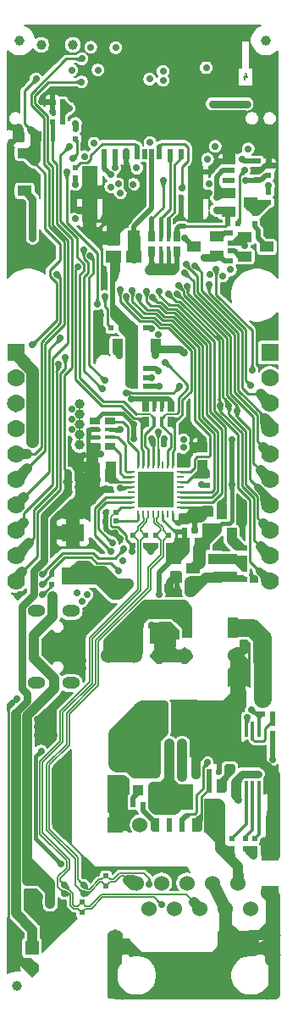
<source format=gbr>
G04 #@! TF.GenerationSoftware,KiCad,Pcbnew,5.1.6-c6e7f7d~87~ubuntu18.04.1*
G04 #@! TF.CreationDate,2022-07-28T15:35:08+03:00*
G04 #@! TF.ProjectId,ESP32-PoE-ISO_Rev_K,45535033-322d-4506-9f45-2d49534f5f52,K*
G04 #@! TF.SameCoordinates,Original*
G04 #@! TF.FileFunction,Copper,L4,Bot*
G04 #@! TF.FilePolarity,Positive*
%FSLAX46Y46*%
G04 Gerber Fmt 4.6, Leading zero omitted, Abs format (unit mm)*
G04 Created by KiCad (PCBNEW 5.1.6-c6e7f7d~87~ubuntu18.04.1) date 2022-07-28 15:35:08*
%MOMM*%
%LPD*%
G01*
G04 APERTURE LIST*
G04 #@! TA.AperFunction,NonConductor*
%ADD10C,0.158750*%
G04 #@! TD*
G04 #@! TA.AperFunction,SMDPad,CuDef*
%ADD11R,1.400000X1.000000*%
G04 #@! TD*
G04 #@! TA.AperFunction,SMDPad,CuDef*
%ADD12R,1.016000X1.016000*%
G04 #@! TD*
G04 #@! TA.AperFunction,SMDPad,CuDef*
%ADD13R,1.016000X2.032000*%
G04 #@! TD*
G04 #@! TA.AperFunction,ComponentPad*
%ADD14C,1.524000*%
G04 #@! TD*
G04 #@! TA.AperFunction,ComponentPad*
%ADD15R,1.524000X1.524000*%
G04 #@! TD*
G04 #@! TA.AperFunction,SMDPad,CuDef*
%ADD16R,2.200000X3.400000*%
G04 #@! TD*
G04 #@! TA.AperFunction,SMDPad,CuDef*
%ADD17R,0.550000X0.500000*%
G04 #@! TD*
G04 #@! TA.AperFunction,SMDPad,CuDef*
%ADD18R,0.500000X0.550000*%
G04 #@! TD*
G04 #@! TA.AperFunction,SMDPad,CuDef*
%ADD19R,1.270000X1.524000*%
G04 #@! TD*
G04 #@! TA.AperFunction,ConnectorPad*
%ADD20C,1.000000*%
G04 #@! TD*
G04 #@! TA.AperFunction,ComponentPad*
%ADD21C,1.778000*%
G04 #@! TD*
G04 #@! TA.AperFunction,ComponentPad*
%ADD22R,1.778000X1.778000*%
G04 #@! TD*
G04 #@! TA.AperFunction,SMDPad,CuDef*
%ADD23R,1.524000X1.270000*%
G04 #@! TD*
G04 #@! TA.AperFunction,SMDPad,CuDef*
%ADD24R,1.778000X1.016000*%
G04 #@! TD*
G04 #@! TA.AperFunction,SMDPad,CuDef*
%ADD25R,0.500000X1.000000*%
G04 #@! TD*
G04 #@! TA.AperFunction,SMDPad,CuDef*
%ADD26R,1.500000X1.200000*%
G04 #@! TD*
G04 #@! TA.AperFunction,Conductor*
%ADD27R,1.500000X4.500000*%
G04 #@! TD*
G04 #@! TA.AperFunction,SMDPad,CuDef*
%ADD28R,0.381000X1.016000*%
G04 #@! TD*
G04 #@! TA.AperFunction,SMDPad,CuDef*
%ADD29R,0.635000X1.016000*%
G04 #@! TD*
G04 #@! TA.AperFunction,SMDPad,CuDef*
%ADD30R,1.000000X1.400000*%
G04 #@! TD*
G04 #@! TA.AperFunction,SMDPad,CuDef*
%ADD31R,3.600000X3.600000*%
G04 #@! TD*
G04 #@! TA.AperFunction,ComponentPad*
%ADD32R,0.400000X0.400000*%
G04 #@! TD*
G04 #@! TA.AperFunction,ComponentPad*
%ADD33R,1.422400X1.422400*%
G04 #@! TD*
G04 #@! TA.AperFunction,SMDPad,CuDef*
%ADD34R,0.250000X0.800000*%
G04 #@! TD*
G04 #@! TA.AperFunction,SMDPad,CuDef*
%ADD35R,0.800000X0.250000*%
G04 #@! TD*
G04 #@! TA.AperFunction,SMDPad,CuDef*
%ADD36R,1.016000X0.381000*%
G04 #@! TD*
G04 #@! TA.AperFunction,SMDPad,CuDef*
%ADD37R,1.016000X0.635000*%
G04 #@! TD*
G04 #@! TA.AperFunction,ComponentPad*
%ADD38O,1.800000X1.200000*%
G04 #@! TD*
G04 #@! TA.AperFunction,SMDPad,CuDef*
%ADD39R,2.286000X1.778000*%
G04 #@! TD*
G04 #@! TA.AperFunction,ComponentPad*
%ADD40O,1.600000X2.999999*%
G04 #@! TD*
G04 #@! TA.AperFunction,SMDPad,CuDef*
%ADD41R,0.350000X1.500000*%
G04 #@! TD*
G04 #@! TA.AperFunction,SMDPad,CuDef*
%ADD42R,3.500000X2.600000*%
G04 #@! TD*
G04 #@! TA.AperFunction,SMDPad,CuDef*
%ADD43R,0.600000X1.400000*%
G04 #@! TD*
G04 #@! TA.AperFunction,ComponentPad*
%ADD44C,1.800000*%
G04 #@! TD*
G04 #@! TA.AperFunction,SMDPad,CuDef*
%ADD45R,1.200000X3.400001*%
G04 #@! TD*
G04 #@! TA.AperFunction,ComponentPad*
%ADD46C,1.500000*%
G04 #@! TD*
G04 #@! TA.AperFunction,ViaPad*
%ADD47C,0.700000*%
G04 #@! TD*
G04 #@! TA.AperFunction,SMDPad,CuDef*
%ADD48R,1.200000X0.550000*%
G04 #@! TD*
G04 #@! TA.AperFunction,ComponentPad*
%ADD49R,1.400000X1.400000*%
G04 #@! TD*
G04 #@! TA.AperFunction,ComponentPad*
%ADD50C,1.400000*%
G04 #@! TD*
G04 #@! TA.AperFunction,ViaPad*
%ADD51C,1.000000*%
G04 #@! TD*
G04 #@! TA.AperFunction,ViaPad*
%ADD52C,0.900000*%
G04 #@! TD*
G04 #@! TA.AperFunction,Conductor*
%ADD53C,1.016000*%
G04 #@! TD*
G04 #@! TA.AperFunction,Conductor*
%ADD54C,1.270000*%
G04 #@! TD*
G04 #@! TA.AperFunction,Conductor*
%ADD55C,0.406400*%
G04 #@! TD*
G04 #@! TA.AperFunction,Conductor*
%ADD56C,0.254000*%
G04 #@! TD*
G04 #@! TA.AperFunction,Conductor*
%ADD57C,0.762000*%
G04 #@! TD*
G04 #@! TA.AperFunction,Conductor*
%ADD58C,0.508000*%
G04 #@! TD*
G04 #@! TA.AperFunction,Conductor*
%ADD59C,0.482600*%
G04 #@! TD*
G04 #@! TA.AperFunction,Conductor*
%ADD60C,0.152400*%
G04 #@! TD*
G04 #@! TA.AperFunction,Conductor*
%ADD61C,0.355600*%
G04 #@! TD*
G04 #@! TA.AperFunction,Conductor*
%ADD62C,1.524000*%
G04 #@! TD*
G04 #@! TA.AperFunction,Conductor*
%ADD63C,0.609600*%
G04 #@! TD*
G04 #@! TA.AperFunction,Conductor*
%ADD64C,0.127000*%
G04 #@! TD*
G04 #@! TA.AperFunction,Conductor*
%ADD65C,1.778000*%
G04 #@! TD*
G04 #@! TA.AperFunction,Conductor*
%ADD66C,0.203200*%
G04 #@! TD*
G04 #@! TA.AperFunction,Conductor*
%ADD67C,0.025400*%
G04 #@! TD*
G04 APERTURE END LIST*
D10*
X114306047Y-95494928D02*
X114306047Y-95918261D01*
X114457238Y-95253023D02*
X114608428Y-95706595D01*
X114215333Y-95706595D01*
D11*
X92329000Y-103256000D03*
X92329000Y-107056000D03*
D12*
X91694000Y-101600000D03*
X93472000Y-101600000D03*
D13*
X101092000Y-166497000D03*
X96520000Y-166497000D03*
X113157000Y-150749000D03*
X108585000Y-150749000D03*
D14*
X113411000Y-153543000D03*
D15*
X115951000Y-153543000D03*
D14*
X108331000Y-153543000D03*
X105791000Y-153543000D03*
X100711000Y-153543000D03*
X103251000Y-153543000D03*
D16*
X104423000Y-160020000D03*
X111223000Y-160020000D03*
D14*
X103866000Y-170434000D03*
D15*
X101366000Y-170434000D03*
D17*
X94996000Y-145415000D03*
X94996000Y-146431000D03*
D18*
X95123000Y-99187000D03*
X96139000Y-99187000D03*
X95123000Y-98171000D03*
X96139000Y-98171000D03*
X96139000Y-100203000D03*
X95123000Y-100203000D03*
D12*
X105410000Y-151765000D03*
X103632000Y-151765000D03*
D17*
X114300000Y-142748000D03*
X114300000Y-143764000D03*
D12*
X113030000Y-143891000D03*
X113030000Y-145669000D03*
D19*
X103251000Y-111760000D03*
X101219000Y-111760000D03*
D20*
X91567000Y-186563000D03*
X116459000Y-92000000D03*
X91821000Y-92000000D03*
D18*
X106172000Y-132334000D03*
X105156000Y-132334000D03*
X99568000Y-135890000D03*
X100584000Y-135890000D03*
X101473000Y-139192000D03*
X100457000Y-139192000D03*
X109347000Y-140970000D03*
X108331000Y-140970000D03*
X113665000Y-110363000D03*
X112649000Y-110363000D03*
D17*
X97409000Y-105791000D03*
X97409000Y-104775000D03*
D18*
X104394000Y-126619000D03*
X103378000Y-126619000D03*
X104394000Y-124841000D03*
X103378000Y-124841000D03*
X104394000Y-120777000D03*
X103378000Y-120777000D03*
X104394000Y-125730000D03*
X103378000Y-125730000D03*
X100457000Y-140081000D03*
X101473000Y-140081000D03*
D17*
X110617000Y-136525000D03*
X110617000Y-135509000D03*
X105410000Y-141478000D03*
X105410000Y-142494000D03*
X106680000Y-142494000D03*
X106680000Y-141478000D03*
X103124000Y-142494000D03*
X103124000Y-141478000D03*
X104394000Y-142494000D03*
X104394000Y-141478000D03*
X114300000Y-145923000D03*
X114300000Y-144907000D03*
D18*
X105029000Y-150495000D03*
X104013000Y-150495000D03*
D17*
X115316000Y-109347000D03*
X115316000Y-110363000D03*
D11*
X111343440Y-143830040D03*
X111343440Y-145732500D03*
X109133640Y-144777460D03*
D21*
X116840000Y-146080000D03*
X116840000Y-143540000D03*
X116840000Y-138460000D03*
X116840000Y-141000000D03*
X116840000Y-135920000D03*
X116840000Y-133380000D03*
D22*
X116840000Y-123220000D03*
D21*
X116840000Y-125760000D03*
X116840000Y-128300000D03*
X116840000Y-130840000D03*
X91440000Y-130840000D03*
X91440000Y-128300000D03*
X91440000Y-125760000D03*
D22*
X91440000Y-123220000D03*
D21*
X91440000Y-133380000D03*
X91440000Y-135920000D03*
X91440000Y-141000000D03*
X91440000Y-138460000D03*
X91440000Y-143540000D03*
X91440000Y-146080000D03*
D11*
X114335560Y-113598960D03*
X114335560Y-111696500D03*
X116545360Y-112651540D03*
D23*
X101219000Y-113665000D03*
X103251000Y-113665000D03*
D24*
X116840000Y-177038000D03*
X116840000Y-173482000D03*
D25*
X100290000Y-103380000D03*
X101390000Y-103380000D03*
X102490000Y-103380000D03*
X103590000Y-103380000D03*
X104340000Y-103380000D03*
X105040000Y-103380000D03*
X105790000Y-103380000D03*
X106890000Y-103380000D03*
X107990000Y-103380000D03*
D26*
X109440000Y-105130000D03*
X98840000Y-105130000D03*
X109440000Y-109580000D03*
X98840000Y-109580000D03*
D27*
X98840000Y-107180000D03*
X109440000Y-107180000D03*
D12*
X110109000Y-134493000D03*
X110109000Y-132715000D03*
X99187000Y-134620000D03*
X100965000Y-134620000D03*
X107442000Y-143891000D03*
X107442000Y-145669000D03*
X110617000Y-140843000D03*
X110617000Y-139065000D03*
D28*
X106045000Y-128651000D03*
X105283000Y-128651000D03*
X106045000Y-130175000D03*
X105283000Y-130175000D03*
D29*
X106934000Y-128651000D03*
X106934000Y-130175000D03*
X104394000Y-128651000D03*
X104394000Y-130175000D03*
D11*
X111506000Y-111633000D03*
X111506000Y-113535460D03*
X109296200Y-112580420D03*
D23*
X110109000Y-142367000D03*
X108077000Y-142367000D03*
D17*
X116713000Y-108204000D03*
X116713000Y-107188000D03*
D30*
X105405000Y-122555000D03*
X101605000Y-122555000D03*
D18*
X100965000Y-120777000D03*
X101981000Y-120777000D03*
D31*
X105410000Y-136906000D03*
D32*
X106710000Y-137406000D03*
X106710000Y-136406000D03*
X105910000Y-135606000D03*
X104910000Y-135606000D03*
X104110000Y-136406000D03*
X104110000Y-137406000D03*
X104910000Y-138206000D03*
X105910000Y-138206000D03*
D33*
X105410000Y-136906000D03*
D34*
X103660000Y-139356000D03*
X104160000Y-139356000D03*
X104660000Y-139356000D03*
X105160000Y-139356000D03*
X105660000Y-139356000D03*
X106160000Y-139356000D03*
X106660000Y-139356000D03*
X107160000Y-139356000D03*
D35*
X107860000Y-138656000D03*
X107860000Y-138156000D03*
X107860000Y-137656000D03*
X107860000Y-137156000D03*
X107860000Y-136656000D03*
X107860000Y-136156000D03*
X107860000Y-135656000D03*
X107860000Y-135156000D03*
D34*
X107160000Y-134456000D03*
X106660000Y-134456000D03*
X106160000Y-134456000D03*
X105660000Y-134456000D03*
X105160000Y-134456000D03*
X104660000Y-134456000D03*
X104160000Y-134456000D03*
X103660000Y-134456000D03*
D35*
X102960000Y-135156000D03*
X102960000Y-135656000D03*
X102960000Y-136156000D03*
X102960000Y-136656000D03*
X102960000Y-137156000D03*
X102960000Y-137656000D03*
X102960000Y-138156000D03*
X102960000Y-138656000D03*
D17*
X112903000Y-114046000D03*
X112903000Y-113030000D03*
X112903000Y-112268000D03*
X112903000Y-111252000D03*
D11*
X114892000Y-108204000D03*
X112692000Y-107254000D03*
X112692000Y-109154000D03*
D30*
X113027460Y-141437360D03*
X113982500Y-139227560D03*
X112080040Y-139227560D03*
D29*
X105029000Y-113157000D03*
X105029000Y-111633000D03*
X107569000Y-113157000D03*
X107569000Y-111633000D03*
D28*
X105918000Y-113157000D03*
X106680000Y-113157000D03*
X105918000Y-111633000D03*
X106680000Y-111633000D03*
D36*
X99314000Y-130937000D03*
X99314000Y-131699000D03*
X100838000Y-130937000D03*
X100838000Y-131699000D03*
D37*
X99314000Y-130048000D03*
X100838000Y-130048000D03*
X99314000Y-132588000D03*
X100838000Y-132588000D03*
D38*
X93476000Y-149054000D03*
X96946000Y-149054000D03*
X96946000Y-156254000D03*
X93476000Y-156254000D03*
D39*
X97155000Y-145560000D03*
X97155000Y-141206000D03*
D40*
X117000000Y-182393000D03*
X101400000Y-182393000D03*
D14*
X114915000Y-178793000D03*
X113645000Y-176253000D03*
X112375000Y-178793000D03*
X111105000Y-176253000D03*
X109835000Y-178793000D03*
X108565000Y-176253000D03*
X107295000Y-178793000D03*
X106025000Y-176253000D03*
X104755000Y-178793000D03*
X103485000Y-176253000D03*
D17*
X100457000Y-175514000D03*
X100457000Y-176530000D03*
X98044000Y-179197000D03*
X98044000Y-178181000D03*
D18*
X111760000Y-167005000D03*
X110744000Y-167005000D03*
D14*
X116185000Y-157861000D03*
D15*
X113685000Y-157861000D03*
D17*
X113030000Y-171831000D03*
X113030000Y-172847000D03*
X115316000Y-172847000D03*
X115316000Y-171831000D03*
X114427000Y-172847000D03*
X114427000Y-171831000D03*
D18*
X103124000Y-168402000D03*
X104140000Y-168402000D03*
X110744000Y-165100000D03*
X111760000Y-165100000D03*
X111760000Y-166116000D03*
X110744000Y-166116000D03*
D41*
X115783000Y-160880000D03*
X115133000Y-160880000D03*
X114483000Y-160880000D03*
X113833000Y-160880000D03*
X113833000Y-166780000D03*
X114483000Y-166780000D03*
X115133000Y-166780000D03*
X115783000Y-166780000D03*
D42*
X107442000Y-167646000D03*
D43*
X105537000Y-170446000D03*
X106807000Y-170446000D03*
X108077000Y-170446000D03*
X109347000Y-170446000D03*
X109347000Y-164846000D03*
X108077000Y-164846000D03*
X106807000Y-164846000D03*
X105537000Y-164846000D03*
D44*
X107442000Y-167646000D03*
D12*
X103632000Y-165227000D03*
X103632000Y-167005000D03*
D45*
X117196000Y-169545000D03*
X110896000Y-169545000D03*
D46*
X102640000Y-98981000D03*
D47*
X101940000Y-97581000D03*
X103340000Y-97581000D03*
X104040000Y-98281000D03*
X104040000Y-99681000D03*
X103340000Y-100381000D03*
X101940000Y-100381000D03*
X101240000Y-99681000D03*
X101240000Y-98281000D03*
D17*
X116713000Y-104521000D03*
X116713000Y-105537000D03*
D48*
X115351000Y-104079001D03*
X115351000Y-105979001D03*
X112751000Y-104079001D03*
X112751000Y-105029001D03*
X112751000Y-105979001D03*
D17*
X97409000Y-100838000D03*
X97409000Y-101854000D03*
D49*
X93070680Y-182740300D03*
D50*
X93073220Y-184769760D03*
D18*
X116078000Y-159385000D03*
X117094000Y-159385000D03*
D17*
X117094000Y-161290000D03*
X117094000Y-160274000D03*
D51*
X93091000Y-132080000D03*
X95123000Y-147574000D03*
D47*
X92583000Y-176022000D03*
X92583000Y-175260000D03*
X92583000Y-170307000D03*
X94869000Y-178308000D03*
X94803014Y-176214986D03*
X91821000Y-147447000D03*
X99949000Y-133350000D03*
X97663000Y-135890000D03*
D52*
X106680000Y-146621500D03*
D51*
X107569000Y-147193000D03*
D47*
X117348000Y-94234000D03*
X108966000Y-139785743D03*
X108077000Y-139785743D03*
X109855000Y-139785743D03*
X99060000Y-138049000D03*
D51*
X98679000Y-135572500D03*
D47*
X95250000Y-161480500D03*
X101854000Y-141859000D03*
X110109000Y-131826000D03*
X114173000Y-140208000D03*
X114173000Y-138176000D03*
X115316000Y-145796000D03*
D51*
X111760000Y-142494000D03*
D47*
X91567000Y-157797496D03*
X93599000Y-160655000D03*
D51*
X96520000Y-163957000D03*
X95504000Y-170053000D03*
X95504000Y-169037000D03*
X96520000Y-170053000D03*
X96520000Y-169037000D03*
X96520000Y-171196000D03*
D47*
X93599000Y-159893000D03*
X93599000Y-161480500D03*
X94424500Y-161480500D03*
X98171000Y-154051000D03*
X98171000Y-154813000D03*
X97409000Y-154813000D03*
X96647000Y-154813000D03*
X91186000Y-184150000D03*
X93853000Y-177673000D03*
X92964000Y-178562000D03*
X93853000Y-178562000D03*
D51*
X96520000Y-168021000D03*
X95504000Y-168021000D03*
X95504000Y-167005000D03*
X95504000Y-165989000D03*
X95504000Y-164973000D03*
X96520000Y-164973000D03*
X106553000Y-150749000D03*
X106553000Y-151892000D03*
D47*
X105664000Y-150749000D03*
D51*
X107061000Y-153543000D03*
D47*
X96774000Y-179451000D03*
X106299000Y-131826000D03*
X101340570Y-141256510D03*
X92075000Y-96393000D03*
D51*
X93853000Y-91186000D03*
X110490000Y-91181000D03*
X114427000Y-91186000D03*
X107950000Y-91181000D03*
X105410000Y-91181000D03*
X102870000Y-91181000D03*
X100330000Y-91181000D03*
X97790000Y-91181000D03*
D47*
X99949000Y-119507000D03*
X97663000Y-108966000D03*
X99949000Y-122397010D03*
X109474000Y-103886000D03*
X115443000Y-105029000D03*
D51*
X102498537Y-104904645D03*
D47*
X91694000Y-100711000D03*
X110737084Y-107276396D03*
X94023642Y-98127364D03*
X117348000Y-96520000D03*
X117348000Y-99060000D03*
X117348000Y-101981000D03*
X117348000Y-103505000D03*
X95884997Y-180721003D03*
X116713000Y-121539000D03*
X117348000Y-120650000D03*
X90932000Y-113665000D03*
X90932000Y-114935000D03*
X90932000Y-111125000D03*
X90932000Y-108585000D03*
X90932000Y-106045000D03*
X90932000Y-103505000D03*
X90932000Y-100711000D03*
X90932000Y-109855000D03*
X90932000Y-112395000D03*
X90932000Y-107315000D03*
X90932000Y-104775000D03*
X90932000Y-102235000D03*
X117348000Y-95250000D03*
X117348000Y-97790000D03*
X117348000Y-100584000D03*
D51*
X96647000Y-137160000D03*
X96647000Y-136144000D03*
D47*
X106172000Y-95123000D03*
X111125000Y-98349688D03*
X108473816Y-114426558D03*
X116713000Y-106553000D03*
X114554000Y-98361500D03*
X94107000Y-147447000D03*
X102743000Y-126365000D03*
X102743000Y-125603000D03*
X97028000Y-130937000D03*
X97028000Y-129921000D03*
D51*
X97790000Y-132461000D03*
X97790000Y-131445000D03*
X97790000Y-130429000D03*
X97790000Y-129413000D03*
X108839000Y-147193000D03*
X108839000Y-146177000D03*
X93980000Y-92456000D03*
X97155000Y-92456000D03*
X104828205Y-115004027D03*
D47*
X114681000Y-102870000D03*
D51*
X97790000Y-128397000D03*
D47*
X97028000Y-128905000D03*
D51*
X101351221Y-115004129D03*
D47*
X104902000Y-143129000D03*
X105791000Y-147447000D03*
X93980000Y-163067994D03*
X103091479Y-143129000D03*
X106934000Y-143129000D03*
X95979490Y-174371000D03*
X101727000Y-145034000D03*
X94107000Y-146431000D03*
X98016923Y-96157588D03*
X93472000Y-95885000D03*
X93218000Y-102616000D03*
X93091000Y-122428000D03*
X96774000Y-102611000D03*
X103759000Y-117602000D03*
X99267901Y-102281101D03*
X97663000Y-114681000D03*
X102235000Y-142875000D03*
X94107000Y-145415000D03*
X98044000Y-93853000D03*
X104521000Y-117094000D03*
X101442065Y-92740935D03*
X99665224Y-94982570D03*
X103095155Y-116995845D03*
X105332150Y-123474968D03*
X108204000Y-123190000D03*
X100330000Y-117602000D03*
X97022988Y-94991000D03*
X102489000Y-117602000D03*
X98933000Y-92710000D03*
X106410622Y-124236990D03*
X99568000Y-118364000D03*
X96520000Y-105188112D03*
X115062000Y-124968000D03*
X102480368Y-127243213D03*
X107823000Y-126619000D03*
X95734918Y-124370313D03*
X110744000Y-106360987D03*
X111483610Y-114897258D03*
X111506000Y-108966000D03*
X95885000Y-121793000D03*
X105664000Y-121377962D03*
X97409004Y-109855000D03*
X105791000Y-117093996D03*
X105001995Y-120804005D03*
X101917500Y-107251500D03*
X111887000Y-128523990D03*
X106680000Y-117348000D03*
X97409000Y-106426000D03*
X101735871Y-106380069D03*
X112747155Y-128552845D03*
X105791000Y-126619000D03*
X108077000Y-106807000D03*
X107569000Y-117348000D03*
X103197882Y-106426000D03*
X105029000Y-125730000D03*
X113538000Y-129032000D03*
X103535990Y-104775000D03*
X107725201Y-116522765D03*
X97106584Y-103822506D03*
X101854000Y-116967000D03*
X98331845Y-103631997D03*
X97536000Y-147279360D03*
X98044000Y-148082000D03*
X98552000Y-147447000D03*
X102108000Y-144018000D03*
X108204000Y-132715000D03*
X108204000Y-131953000D03*
X106172000Y-106045000D03*
X100918728Y-105439478D03*
X114300000Y-105029000D03*
X101351642Y-104734826D03*
D51*
X102108000Y-167005000D03*
X102108000Y-165989000D03*
X117284500Y-171577000D03*
X117284500Y-172593000D03*
D47*
X113030000Y-159512000D03*
X109855000Y-158496000D03*
D51*
X108839000Y-158496000D03*
X108839000Y-160782000D03*
X108839000Y-159639000D03*
D47*
X109855000Y-159258000D03*
X109855000Y-160020000D03*
X109855000Y-160782000D03*
D51*
X107696000Y-159639000D03*
X107696000Y-160782000D03*
X107696000Y-158496000D03*
D47*
X101092000Y-167767000D03*
X101092000Y-168529000D03*
X101092000Y-169291000D03*
D51*
X102108000Y-168021000D03*
X102108000Y-169037000D03*
D47*
X113030000Y-160254190D03*
D51*
X102489000Y-150368000D03*
X101727000Y-151130000D03*
X102743000Y-146304000D03*
X101727000Y-146304000D03*
X101727000Y-147447000D03*
X98552000Y-145669000D03*
X98552000Y-144526000D03*
D47*
X108077000Y-165735000D03*
D51*
X108077000Y-163449000D03*
X108077000Y-162306000D03*
D47*
X115011196Y-158927796D03*
X113030000Y-173482000D03*
D51*
X111887000Y-168529000D03*
X111887000Y-171323000D03*
D47*
X113284000Y-167195500D03*
X113284000Y-166370000D03*
X113792000Y-165608000D03*
X113665000Y-167894000D03*
X114681000Y-165354000D03*
X115697000Y-165354000D03*
X115189000Y-173450250D03*
X117157500Y-163893500D03*
X104879966Y-102235006D03*
X108340480Y-115242751D03*
X97408988Y-100330000D03*
X104824902Y-95877377D03*
X108615968Y-116559331D03*
X112903000Y-114935000D03*
X110488013Y-94743983D03*
X101790500Y-123571000D03*
X100330005Y-125984000D03*
X98824640Y-113531177D03*
X110252304Y-113679903D03*
X100076000Y-126873000D03*
X114300000Y-112522000D03*
X98220630Y-112945570D03*
X113030000Y-131953000D03*
X113030000Y-136398000D03*
X102997000Y-127889000D03*
X103250997Y-130428997D03*
X105029000Y-131826000D03*
X103251000Y-131826000D03*
X109981990Y-136398000D03*
X114396010Y-106045000D03*
X111506000Y-107696000D03*
X95529400Y-115412010D03*
X110856314Y-115436190D03*
X105664000Y-125095000D03*
X96361993Y-123666999D03*
X111379000Y-102616000D03*
X112141000Y-115570000D03*
X96774000Y-98806000D03*
X106172000Y-96012000D03*
X109378372Y-114532519D03*
X105664000Y-131191000D03*
X101854000Y-130937000D03*
X101854000Y-136779000D03*
X114935000Y-126492000D03*
X110617000Y-103886000D03*
X114046000Y-103886000D03*
X110744000Y-116459000D03*
X105132644Y-117721516D03*
X100953289Y-106647490D03*
X100965006Y-143129000D03*
X98234500Y-177293513D03*
X104775000Y-176402960D03*
X98234500Y-176466500D03*
X106044996Y-178435000D03*
X96329499Y-177294710D03*
X96330699Y-176467699D03*
D51*
X114935000Y-181483000D03*
X102870000Y-182880000D03*
X114935000Y-182880000D03*
X113538000Y-182880000D03*
X112395000Y-185420000D03*
X111125000Y-184150000D03*
X109855000Y-185420000D03*
X117387990Y-185420000D03*
X117387990Y-187387990D03*
X111125000Y-186690000D03*
X108585000Y-186690000D03*
X108585000Y-184150000D03*
X107315000Y-185420000D03*
X106045000Y-186690000D03*
X106045000Y-184150000D03*
X101092000Y-187325000D03*
X101092000Y-185420000D03*
D47*
X101092000Y-142240000D03*
X93121979Y-111760000D03*
X108363502Y-111756863D03*
D51*
X102743000Y-161417000D03*
X102743000Y-160020000D03*
X104521000Y-162179000D03*
X104521000Y-163322000D03*
X106045000Y-158877000D03*
X106045000Y-160020000D03*
X106045000Y-161163000D03*
X101473000Y-161417000D03*
D47*
X114565912Y-159674791D03*
X110617000Y-164211000D03*
D51*
X112903000Y-164846000D03*
X105156000Y-166624000D03*
X105156000Y-167640000D03*
X105156000Y-168656000D03*
X106807000Y-163449000D03*
X106807000Y-162306000D03*
D53*
X95250000Y-155829000D02*
X93218000Y-153797000D01*
X95250000Y-156821200D02*
X95250000Y-155829000D01*
X92583000Y-159488200D02*
X95250000Y-156821200D01*
X92583000Y-170307000D02*
X92583000Y-159488200D01*
X93218000Y-151511000D02*
X95123000Y-149606000D01*
X93218000Y-153797000D02*
X93218000Y-151511000D01*
X95123000Y-149606000D02*
X95123000Y-147574000D01*
D54*
X91440000Y-123380500D02*
X91440000Y-123190000D01*
X93091000Y-125031500D02*
X91440000Y-123380500D01*
X93091000Y-132080000D02*
X93091000Y-125031500D01*
D53*
X92583000Y-172339000D02*
X92583000Y-173609000D01*
X92583000Y-171069000D02*
X92583000Y-172339000D01*
X92583000Y-173609000D02*
X92583000Y-176022000D01*
X92583000Y-170307000D02*
X92583000Y-171069000D01*
X94869000Y-177038000D02*
X93853000Y-176022000D01*
X94869000Y-178308000D02*
X94869000Y-177038000D01*
X92583000Y-176022000D02*
X93853000Y-176022000D01*
X93853000Y-176022000D02*
X94610028Y-176022000D01*
X94610028Y-176022000D02*
X94803014Y-176214986D01*
X94869000Y-176280972D02*
X94803014Y-176214986D01*
X94869000Y-178308000D02*
X94869000Y-176280972D01*
X94803014Y-176210014D02*
X94803014Y-176214986D01*
X92583000Y-172339000D02*
X92583000Y-173990000D01*
X92583000Y-173990000D02*
X94803014Y-176210014D01*
X93848028Y-175260000D02*
X94803014Y-176214986D01*
X92583000Y-175260000D02*
X93848028Y-175260000D01*
D55*
X98679000Y-131699000D02*
X98679000Y-131953000D01*
X98679000Y-130937000D02*
X98679000Y-131699000D01*
D56*
X98679000Y-131699000D02*
X99314000Y-131699000D01*
D55*
X98679000Y-132588000D02*
X99314000Y-132588000D01*
X98679000Y-131953000D02*
X98679000Y-132969000D01*
X98679000Y-133350000D02*
X98679000Y-132969000D01*
X99314000Y-130937000D02*
X98679000Y-130937000D01*
X98679000Y-133350000D02*
X99949000Y-133350000D01*
D56*
X107860000Y-138656000D02*
X108684000Y-138656000D01*
D57*
X110617000Y-139065000D02*
X109896257Y-139785743D01*
X109896257Y-139785743D02*
X109855000Y-139785743D01*
X98679000Y-137668000D02*
X99060000Y-138049000D01*
D58*
X99568000Y-135890000D02*
X99568000Y-134366000D01*
X99568000Y-135890000D02*
X99568000Y-137033000D01*
X99568000Y-137160000D02*
X99568000Y-137033000D01*
D57*
X99060000Y-138049000D02*
X99060000Y-135953500D01*
X99060000Y-135953500D02*
X98679000Y-135572500D01*
D55*
X98679000Y-134620000D02*
X98679000Y-133350000D01*
X99187000Y-134620000D02*
X99187000Y-135064500D01*
X99187000Y-135064500D02*
X98679000Y-135572500D01*
D58*
X98679000Y-135572500D02*
X98679000Y-134620000D01*
X98679000Y-134620000D02*
X99187000Y-134620000D01*
X99187000Y-135890000D02*
X98996500Y-135890000D01*
X99568000Y-135890000D02*
X99187000Y-135890000D01*
D55*
X99187000Y-134620000D02*
X99187000Y-135890000D01*
D58*
X98996500Y-135890000D02*
X98679000Y-135572500D01*
X99441000Y-134874000D02*
X99441000Y-135890000D01*
X99187000Y-134620000D02*
X99441000Y-134874000D01*
X105029000Y-150495000D02*
X105410000Y-150495000D01*
X105410000Y-150495000D02*
X105664000Y-150749000D01*
D57*
X114173000Y-138176000D02*
X114173000Y-140208000D01*
D56*
X90678000Y-158686496D02*
X91217001Y-158147495D01*
X91217001Y-158147495D02*
X91567000Y-157797496D01*
X90678000Y-183642000D02*
X90678000Y-158686496D01*
X91186000Y-184150000D02*
X90678000Y-183642000D01*
D53*
X96520000Y-163957000D02*
X95504000Y-164973000D01*
X96520000Y-163957000D02*
X96520000Y-164973000D01*
X96520000Y-168021000D02*
X96520000Y-171196000D01*
X95504000Y-168021000D02*
X95504000Y-170243500D01*
X95504000Y-170243500D02*
X96393000Y-171132500D01*
X95504000Y-168021000D02*
X96392990Y-168021000D01*
X95504000Y-164973000D02*
X96392990Y-164973000D01*
X95504000Y-164973000D02*
X95504000Y-168021000D01*
D57*
X96520000Y-164973000D02*
X95504000Y-164973000D01*
X96520000Y-168021000D02*
X95504000Y-168021000D01*
D53*
X96520000Y-166497000D02*
X96520000Y-168021000D01*
X96520000Y-166497000D02*
X96520000Y-164973000D01*
X107496894Y-153543000D02*
X108204000Y-153543000D01*
X106553000Y-151892000D02*
X106553000Y-152599106D01*
X106553000Y-152599106D02*
X107496894Y-153543000D01*
X106553000Y-151892000D02*
X105410000Y-150749000D01*
X106553000Y-151892000D02*
X106553000Y-153035000D01*
X106553000Y-153035000D02*
X107061000Y-153543000D01*
X106553000Y-150749000D02*
X106553000Y-151892000D01*
X105410000Y-150749000D02*
X106553000Y-150749000D01*
X105410000Y-151765000D02*
X105410000Y-150749000D01*
D54*
X107061000Y-153543000D02*
X108269354Y-153543000D01*
D53*
X105791000Y-152146000D02*
X105410000Y-151765000D01*
X105791000Y-153543000D02*
X105791000Y-152146000D01*
D57*
X98679000Y-138049000D02*
X99060000Y-138049000D01*
D53*
X97155000Y-141206000D02*
X97155000Y-139573000D01*
X97155000Y-139573000D02*
X98679000Y-138049000D01*
D58*
X106299000Y-131826000D02*
X106172000Y-131953000D01*
X106172000Y-131953000D02*
X106172000Y-132334000D01*
D57*
X110109000Y-131826000D02*
X110109000Y-132715000D01*
D56*
X108458000Y-133350000D02*
X108458000Y-134239000D01*
X110109000Y-132715000D02*
X109093000Y-132715000D01*
X109093000Y-132715000D02*
X108458000Y-133350000D01*
X108684000Y-138656000D02*
X110208000Y-138656000D01*
X110208000Y-138656000D02*
X110617000Y-139065000D01*
D58*
X107569000Y-147193000D02*
X107569000Y-145796000D01*
X106680000Y-146177000D02*
X106680000Y-146621500D01*
X107442000Y-145669000D02*
X107188000Y-145669000D01*
X107188000Y-145669000D02*
X106680000Y-146177000D01*
X106934000Y-147193000D02*
X107569000Y-147193000D01*
X106680000Y-146621500D02*
X106680000Y-146939000D01*
X106680000Y-146939000D02*
X106934000Y-147193000D01*
X109347000Y-139827000D02*
X109388257Y-139785743D01*
D57*
X109855000Y-139785743D02*
X109388257Y-139785743D01*
X108966000Y-139785743D02*
X109855000Y-139785743D01*
X108077000Y-139785743D02*
X108966000Y-139785743D01*
D56*
X107160000Y-139356000D02*
X107160000Y-139926000D01*
X107781743Y-140081000D02*
X108077000Y-139785743D01*
X107315000Y-140081000D02*
X107781743Y-140081000D01*
X107160000Y-139926000D02*
X107315000Y-140081000D01*
X107505500Y-140271500D02*
X107823000Y-140271500D01*
X107315000Y-140081000D02*
X107505500Y-140271500D01*
X108077000Y-139649200D02*
X108077000Y-139785743D01*
X107873800Y-139446000D02*
X108077000Y-139649200D01*
X107781743Y-140081000D02*
X107781743Y-139538057D01*
X107781743Y-139538057D02*
X107873800Y-139446000D01*
D58*
X109347000Y-140970000D02*
X109347000Y-139827000D01*
D56*
X108077000Y-140081000D02*
X108077000Y-139785743D01*
X107759500Y-140398500D02*
X108077000Y-140081000D01*
X107505500Y-140271500D02*
X107632500Y-140398500D01*
X107632500Y-140398500D02*
X107759500Y-140398500D01*
D58*
X99568000Y-137541000D02*
X99060000Y-138049000D01*
X99568000Y-137033000D02*
X99568000Y-137541000D01*
X100457000Y-139192000D02*
X100457000Y-140081000D01*
X100457000Y-140864000D02*
X100849510Y-141256510D01*
X100457000Y-140081000D02*
X100457000Y-140864000D01*
X100849510Y-141256510D02*
X101340570Y-141256510D01*
X101340570Y-141345570D02*
X101340570Y-141256510D01*
X101854000Y-141859000D02*
X101340570Y-141345570D01*
D53*
X98679000Y-138049000D02*
X98425000Y-138303000D01*
X98679000Y-135572500D02*
X98679000Y-138049000D01*
D54*
X107061000Y-153543000D02*
X105791000Y-153543000D01*
D59*
X95123000Y-98171000D02*
X95123000Y-99187000D01*
D57*
X97663000Y-108966000D02*
X98298000Y-108966000D01*
X98298000Y-108966000D02*
X98806000Y-109474000D01*
D53*
X98840000Y-109580000D02*
X98840000Y-111159000D01*
X98840000Y-111159000D02*
X99441000Y-111760000D01*
X99441000Y-111760000D02*
X101219000Y-111760000D01*
D57*
X109440000Y-107180000D02*
X109440000Y-109567000D01*
X109440000Y-109567000D02*
X109474000Y-109601000D01*
D58*
X109440000Y-107180000D02*
X109440000Y-105190000D01*
X109440000Y-105190000D02*
X109474000Y-105156000D01*
D57*
X109474000Y-105156000D02*
X109474000Y-103886000D01*
D58*
X112751000Y-104079001D02*
X111947999Y-104079001D01*
X111947999Y-104079001D02*
X110871000Y-105156000D01*
X110871000Y-105156000D02*
X109474000Y-105156000D01*
X116713000Y-104521000D02*
X116459000Y-104521000D01*
X116459000Y-104521000D02*
X115951000Y-105029000D01*
X115951000Y-105029000D02*
X115443000Y-105029000D01*
X102490000Y-103380000D02*
X102490000Y-104896108D01*
X102490000Y-104896108D02*
X102498537Y-104904645D01*
D57*
X91694000Y-101600000D02*
X91694000Y-100711000D01*
D58*
X109440000Y-107180000D02*
X110640688Y-107180000D01*
X110640688Y-107180000D02*
X110737084Y-107276396D01*
X95123000Y-98171000D02*
X94067278Y-98171000D01*
X94067278Y-98171000D02*
X94023642Y-98127364D01*
X91694000Y-101600000D02*
X90932000Y-102362000D01*
X90932000Y-102362000D02*
X90932000Y-114935000D01*
X102900119Y-107164197D02*
X102466872Y-106730950D01*
X102900119Y-109951881D02*
X102900119Y-107164197D01*
X101219000Y-111760000D02*
X101219000Y-111633000D01*
X102466872Y-104936310D02*
X102498537Y-104904645D01*
X102466872Y-106730950D02*
X102466872Y-104936310D01*
X101219000Y-111633000D02*
X102900119Y-109951881D01*
D57*
X96647000Y-137160000D02*
X96647000Y-136144000D01*
X96647000Y-136144000D02*
X96647000Y-135255000D01*
D53*
X91440000Y-179274240D02*
X91440000Y-161417000D01*
X91440000Y-161417000D02*
X91440000Y-159385000D01*
X93091000Y-182753000D02*
X93091000Y-180925240D01*
X93091000Y-180925240D02*
X91440000Y-179274240D01*
D57*
X92583000Y-157353000D02*
X92067990Y-156837990D01*
X92583000Y-158051344D02*
X92583000Y-157353000D01*
X93218000Y-147445038D02*
X93218000Y-145034000D01*
X94234022Y-139572978D02*
X96647000Y-137160000D01*
X93218000Y-145034000D02*
X94234022Y-144017978D01*
X92067990Y-156837990D02*
X92067990Y-148595048D01*
X91440000Y-159385000D02*
X91440000Y-159194344D01*
X94234022Y-144017978D02*
X94234022Y-139572978D01*
X91440000Y-159194344D02*
X92583000Y-158051344D01*
X92067990Y-148595048D02*
X93218000Y-147445038D01*
D55*
X95123000Y-100203000D02*
X95123000Y-101981000D01*
D56*
X96266066Y-134874066D02*
X96266066Y-125475934D01*
X95123000Y-104013000D02*
X95123000Y-101981000D01*
X97028031Y-123890309D02*
X97028031Y-111825371D01*
X96266066Y-125475934D02*
X97027978Y-124714022D01*
X97028031Y-111825371D02*
X95503989Y-110301329D01*
X95503989Y-104393989D02*
X95123000Y-104013000D01*
X95503989Y-110301329D02*
X95503989Y-104393989D01*
X97027978Y-123890362D02*
X97028031Y-123890309D01*
X96647000Y-135255000D02*
X96266066Y-134874066D01*
X97027978Y-124714022D02*
X97027978Y-123890362D01*
D53*
X116840000Y-130302000D02*
X116362001Y-129824001D01*
X116840000Y-130840000D02*
X116840000Y-130302000D01*
D58*
X116713000Y-107188000D02*
X116713000Y-106553000D01*
D56*
X111125000Y-98349688D02*
X111235186Y-98349688D01*
D57*
X114542188Y-98349688D02*
X114554000Y-98361500D01*
X111125000Y-98349688D02*
X114542188Y-98349688D01*
D56*
X108473816Y-114482163D02*
X108473816Y-114426558D01*
X109600989Y-117186479D02*
X109600989Y-115609338D01*
X109600989Y-115609338D02*
X108473816Y-114482163D01*
X116840000Y-130302000D02*
X116840000Y-130175000D01*
X113664978Y-126999978D02*
X113664978Y-121250468D01*
X116840000Y-130175000D02*
X113664978Y-126999978D01*
X113664978Y-121250468D02*
X109600989Y-117186479D01*
D58*
X114300000Y-145923000D02*
X112776000Y-145923000D01*
D56*
X94996000Y-146431000D02*
X94996000Y-146558000D01*
X94996000Y-146558000D02*
X94107000Y-147447000D01*
D55*
X114046000Y-145669000D02*
X114300000Y-145923000D01*
X113030000Y-145669000D02*
X114046000Y-145669000D01*
D53*
X111406940Y-145669000D02*
X113030000Y-145669000D01*
X111343440Y-145732500D02*
X111406940Y-145669000D01*
D57*
X102743000Y-125603000D02*
X102743000Y-124841000D01*
D58*
X103378000Y-124841000D02*
X102743000Y-124841000D01*
X103378000Y-126619000D02*
X102997000Y-126619000D01*
X102997000Y-126619000D02*
X102743000Y-126365000D01*
X103378000Y-126619000D02*
X103378000Y-125603000D01*
D57*
X102743000Y-125603000D02*
X102743000Y-126365000D01*
D58*
X103378000Y-121412000D02*
X103378000Y-125603000D01*
X103378000Y-125603000D02*
X103378000Y-125730000D01*
X103378000Y-125730000D02*
X102743000Y-126365000D01*
X103378000Y-125603000D02*
X102743000Y-125603000D01*
X103378000Y-121412000D02*
X103378000Y-120777000D01*
D53*
X108966000Y-147193000D02*
X109982000Y-146177000D01*
D57*
X109601000Y-146558000D02*
X109601000Y-146177000D01*
D53*
X108839000Y-147193000D02*
X108839000Y-146177000D01*
D58*
X103124000Y-125222000D02*
X102743000Y-125603000D01*
X103124000Y-121158000D02*
X103124000Y-125222000D01*
X103124000Y-121158000D02*
X103378000Y-121412000D01*
D53*
X108968540Y-146047460D02*
X108839000Y-146177000D01*
X110091220Y-146047460D02*
X108968540Y-146047460D01*
X110406180Y-145732500D02*
X110091220Y-146047460D01*
X111343440Y-145732500D02*
X110406180Y-145732500D01*
D55*
X105918000Y-113157000D02*
X105918000Y-114808000D01*
X106680000Y-113157000D02*
X106680000Y-114808000D01*
D53*
X105918000Y-114808000D02*
X106680000Y-114808000D01*
D58*
X107569000Y-114681000D02*
X107442000Y-114808000D01*
X107569000Y-113157000D02*
X107569000Y-114681000D01*
X101981000Y-120777000D02*
X101981000Y-120396000D01*
X101981000Y-120396000D02*
X102362000Y-120777000D01*
X101981000Y-120777000D02*
X102489000Y-120777000D01*
X102362000Y-120777000D02*
X102489000Y-120777000D01*
X102489000Y-120777000D02*
X102743000Y-120777000D01*
X102616000Y-120777000D02*
X103124000Y-120777000D01*
X101981000Y-120396000D02*
X101122998Y-119537998D01*
X105029000Y-114803232D02*
X104828205Y-115004027D01*
X105029000Y-113157000D02*
X105029000Y-114803232D01*
X101122998Y-119537998D02*
X101122998Y-118902998D01*
X102997000Y-120777000D02*
X101122998Y-118902998D01*
X101122998Y-115232352D02*
X101351221Y-115004129D01*
D53*
X101346000Y-114998908D02*
X101351221Y-115004129D01*
X101219000Y-113665000D02*
X101346000Y-113792000D01*
X101346000Y-113792000D02*
X101346000Y-114998908D01*
D58*
X101188002Y-118587002D02*
X101122998Y-118587002D01*
X103378000Y-120777000D02*
X101188002Y-118587002D01*
X101122998Y-118902998D02*
X101122998Y-118587002D01*
X101981000Y-120904000D02*
X102743000Y-121666000D01*
X101981000Y-120777000D02*
X101981000Y-120904000D01*
D57*
X102743000Y-124841000D02*
X102743000Y-121666000D01*
X102743000Y-121666000D02*
X102743000Y-120904000D01*
D58*
X101122998Y-116174002D02*
X101122998Y-116047002D01*
X101122998Y-118587002D02*
X101122998Y-116174002D01*
X101122998Y-116174002D02*
X101122998Y-115232352D01*
X101351221Y-115818779D02*
X101351221Y-115004129D01*
X101122998Y-116047002D02*
X101351221Y-115818779D01*
D53*
X105918000Y-114808000D02*
X105024232Y-114808000D01*
X105024232Y-114808000D02*
X104828205Y-115004027D01*
X106680000Y-114808000D02*
X107315000Y-114808000D01*
X107118973Y-115004027D02*
X107315000Y-114808000D01*
X104828205Y-115004027D02*
X107118973Y-115004027D01*
D58*
X105410000Y-142494000D02*
X105410000Y-142621000D01*
X105410000Y-142621000D02*
X104902000Y-143129000D01*
X104394000Y-142494000D02*
X104394000Y-142621000D01*
X104394000Y-142621000D02*
X104902000Y-143129000D01*
X104902000Y-142494000D02*
X105410000Y-142494000D01*
X104394000Y-142494000D02*
X104902000Y-142494000D01*
X104902000Y-142494000D02*
X104902000Y-143129000D01*
X106712509Y-143827500D02*
X106712509Y-143794991D01*
X106680000Y-142494000D02*
X106680000Y-142748000D01*
X106680000Y-142748000D02*
X107823000Y-142748000D01*
X107188000Y-142494000D02*
X107696000Y-141986000D01*
X108077000Y-142367000D02*
X107950000Y-142494000D01*
X107950000Y-142494000D02*
X107188000Y-142494000D01*
X107188000Y-142494000D02*
X106680000Y-142494000D01*
D53*
X108331000Y-142367000D02*
X108077000Y-142367000D01*
D58*
X103124000Y-142494000D02*
X103091479Y-142526521D01*
X103091479Y-142526521D02*
X103091479Y-142634026D01*
X103091479Y-142634026D02*
X103091479Y-143129000D01*
D55*
X93439500Y-163608494D02*
X93439500Y-171831010D01*
X93980000Y-163067994D02*
X93439500Y-163608494D01*
X93439500Y-171831010D02*
X95979490Y-174371000D01*
D58*
X105791000Y-145192750D02*
X105791000Y-147447000D01*
X106712509Y-144271241D02*
X105791000Y-145192750D01*
X107092750Y-143891000D02*
X106712509Y-144271241D01*
X107442000Y-143891000D02*
X107092750Y-143891000D01*
X106712509Y-143096491D02*
X106712509Y-143129000D01*
X107442000Y-142367000D02*
X106712509Y-143096491D01*
X106712509Y-143129000D02*
X107442000Y-143129000D01*
X107442000Y-143891000D02*
X107442000Y-143129000D01*
X107442000Y-143129000D02*
X107442000Y-142367000D01*
X106712509Y-143129000D02*
X107347509Y-143764000D01*
X107347509Y-143764000D02*
X107442000Y-143764000D01*
X108331000Y-140970000D02*
X108331000Y-142367000D01*
D56*
X107442000Y-141224000D02*
X107442000Y-142367000D01*
X106160000Y-139356000D02*
X106160000Y-139942000D01*
X108331000Y-140970000D02*
X107188000Y-140970000D01*
X106160000Y-139942000D02*
X107188000Y-140970000D01*
X107442000Y-141224000D02*
X108331000Y-141224000D01*
X107315000Y-141097000D02*
X108331000Y-141097000D01*
X107188000Y-140970000D02*
X107315000Y-141097000D01*
X107315000Y-141097000D02*
X107442000Y-141224000D01*
D53*
X107442000Y-143891000D02*
X108331000Y-143002000D01*
X108331000Y-143002000D02*
X108331000Y-142494000D01*
D58*
X106680000Y-142748000D02*
X106680000Y-143096491D01*
X106680000Y-143096491D02*
X106712509Y-143129000D01*
X106680000Y-143860009D02*
X106712509Y-143827500D01*
X106712509Y-143129000D02*
X106680000Y-143161509D01*
X106680000Y-143161509D02*
X106680000Y-143860009D01*
X106680759Y-144271241D02*
X106712509Y-144271241D01*
X106680000Y-143827500D02*
X106680000Y-144272000D01*
X106680000Y-144272000D02*
X106680759Y-144271241D01*
D56*
X103099000Y-142494000D02*
X103124000Y-142494000D01*
X102489000Y-141478000D02*
X102489000Y-141884000D01*
X101473000Y-139192000D02*
X101346000Y-139192000D01*
X102489000Y-141884000D02*
X103099000Y-142494000D01*
X100965000Y-140525500D02*
X101092000Y-140652500D01*
X101092000Y-140652500D02*
X101663500Y-140652500D01*
X101663500Y-140652500D02*
X102489000Y-141478000D01*
X102009000Y-138656000D02*
X102960000Y-138656000D01*
X101473000Y-139192000D02*
X102009000Y-138656000D01*
D60*
X100965000Y-139623800D02*
X100965000Y-140525500D01*
X101346000Y-139242800D02*
X100965000Y-139623800D01*
X101346000Y-139192000D02*
X101346000Y-139242800D01*
D56*
X94869000Y-145161000D02*
X94869000Y-145542000D01*
X95123000Y-144907000D02*
X94869000Y-145161000D01*
X96316800Y-143713200D02*
X98978370Y-143713200D01*
X95123000Y-144907000D02*
X96316800Y-143713200D01*
X95123000Y-145288000D02*
X95123000Y-144907000D01*
X94996000Y-145415000D02*
X95123000Y-145288000D01*
X98978370Y-143713200D02*
X99537170Y-144272000D01*
X99537170Y-144272000D02*
X100965000Y-144272000D01*
X100965000Y-144272000D02*
X101727000Y-145034000D01*
X94107000Y-146304000D02*
X94996000Y-145415000D01*
X94107000Y-146431000D02*
X94107000Y-146304000D01*
D53*
X91440000Y-141000000D02*
X92202000Y-140238000D01*
D56*
X95123033Y-123824967D02*
X96647020Y-122300980D01*
X96647020Y-111983190D02*
X95122978Y-110459148D01*
X93345011Y-98302933D02*
X93345011Y-97531065D01*
X94718488Y-96157588D02*
X98016923Y-96157588D01*
X92202000Y-140238000D02*
X92202000Y-139319000D01*
X94618999Y-99576921D02*
X93345011Y-98302933D01*
X96647020Y-122300980D02*
X96647020Y-111983190D01*
X94618999Y-104143999D02*
X94618999Y-99576921D01*
X95122978Y-104647978D02*
X94618999Y-104143999D01*
X95123033Y-136397967D02*
X95123033Y-123824967D01*
X92202000Y-139319000D02*
X95123033Y-136397967D01*
X93345011Y-97531065D02*
X94718488Y-96157588D01*
X95122978Y-110459148D02*
X95122978Y-104647978D01*
X92329000Y-97028000D02*
X93472000Y-95885000D01*
X92329000Y-100330000D02*
X92329000Y-97028000D01*
D57*
X92578000Y-103256000D02*
X93218000Y-102616000D01*
X92329000Y-103256000D02*
X92578000Y-103256000D01*
X93472000Y-101473000D02*
X92900500Y-100901500D01*
X93472000Y-101600000D02*
X93472000Y-101473000D01*
D56*
X92900500Y-100901500D02*
X92329000Y-100330000D01*
D57*
X92329000Y-103256000D02*
X93215500Y-104142500D01*
X93215500Y-102618500D02*
X93218000Y-102616000D01*
X93215500Y-104142500D02*
X93215500Y-102618500D01*
X93218000Y-102616000D02*
X93218000Y-101219000D01*
X93472000Y-103886000D02*
X93472000Y-101727000D01*
X93218000Y-104140000D02*
X93472000Y-103886000D01*
D56*
X94828438Y-115610562D02*
X95503989Y-116286113D01*
X93215500Y-104142500D02*
X94360956Y-105287956D01*
X94360956Y-105287956D02*
X94360956Y-110870956D01*
X95503989Y-120015011D02*
X93091000Y-122428000D01*
X94360956Y-110870956D02*
X95885000Y-112395000D01*
X95885000Y-112395000D02*
X95885000Y-113964876D01*
X94828438Y-115021438D02*
X94828438Y-115610562D01*
X95503989Y-116286113D02*
X95503989Y-120015011D01*
X95885000Y-113964876D02*
X94828438Y-115021438D01*
X105283000Y-130175000D02*
X105283000Y-129794000D01*
D60*
X104902000Y-129413000D02*
X103505000Y-129413000D01*
D56*
X104660000Y-132854000D02*
X104660000Y-134456000D01*
X104363013Y-131412487D02*
X104363013Y-132557013D01*
X104363013Y-132557013D02*
X104660000Y-132854000D01*
X105283000Y-130175000D02*
X105283000Y-130492500D01*
X105283000Y-130492500D02*
X104363013Y-131412487D01*
D60*
X105029000Y-129540000D02*
X104902000Y-129413000D01*
D56*
X105283000Y-129794000D02*
X105029000Y-129540000D01*
X98267001Y-114970921D02*
X98267001Y-114396001D01*
X95885000Y-103500000D02*
X96774000Y-102611000D01*
X103505000Y-129413000D02*
X102235000Y-128143000D01*
X100203000Y-128143000D02*
X97790053Y-125730053D01*
X97790053Y-125730053D02*
X97790053Y-115447869D01*
X102235000Y-128143000D02*
X100203000Y-128143000D01*
X97790053Y-115447869D02*
X98267001Y-114970921D01*
X97536000Y-111760000D02*
X95885000Y-110109000D01*
X97536000Y-113665000D02*
X97536000Y-111760000D01*
X98267001Y-114396001D02*
X97536000Y-113665000D01*
X95885000Y-110109000D02*
X95885000Y-103500000D01*
X111040830Y-137656000D02*
X111632989Y-137063841D01*
X111632989Y-137063841D02*
X111632989Y-133741873D01*
X111633023Y-131191023D02*
X110109044Y-129667044D01*
X110109044Y-129667044D02*
X110109044Y-122551364D01*
X110109044Y-122551364D02*
X107191724Y-119634044D01*
X107191724Y-119634044D02*
X106302724Y-119634044D01*
X107860000Y-137656000D02*
X111040830Y-137656000D01*
X111632989Y-133741873D02*
X111633023Y-133741839D01*
X105604202Y-118935522D02*
X104597548Y-118935522D01*
X111633023Y-133741839D02*
X111633023Y-131191023D01*
X104597548Y-118935522D02*
X103759000Y-118096974D01*
X106302724Y-119634044D02*
X105604202Y-118935522D01*
X103759000Y-118096974D02*
X103759000Y-117602000D01*
X104394000Y-130175000D02*
X104394000Y-130429000D01*
X104394000Y-130429000D02*
X103998214Y-130824786D01*
X104394000Y-130175000D02*
X104394000Y-129794000D01*
X103998214Y-129906214D02*
X103886000Y-129794000D01*
X104394000Y-129794000D02*
X103886000Y-129794000D01*
X103886000Y-129794000D02*
X103632000Y-129794000D01*
X103998214Y-130160214D02*
X103632000Y-129794000D01*
X103998214Y-130824786D02*
X103998214Y-130160214D01*
X103998214Y-130160214D02*
X103998214Y-129906214D01*
X104160000Y-133014500D02*
X104160000Y-134456000D01*
X103982002Y-132836502D02*
X104160000Y-133014500D01*
X103998214Y-130824786D02*
X103982002Y-130840998D01*
X103982002Y-130840998D02*
X103982002Y-132836502D01*
X103262592Y-129794000D02*
X101992592Y-128524000D01*
X97409042Y-114934958D02*
X97409042Y-114935042D01*
X97409042Y-124048128D02*
X97409042Y-114935042D01*
X97663000Y-114681000D02*
X97409042Y-114934958D01*
X97408989Y-124048181D02*
X97409042Y-124048128D01*
X100045170Y-128524000D02*
X97408989Y-125887819D01*
X103632000Y-129794000D02*
X103262592Y-129794000D01*
X101992592Y-128524000D02*
X100045170Y-128524000D01*
X97408989Y-125887819D02*
X97408989Y-124048181D01*
X99187000Y-143256000D02*
X96139000Y-143256000D01*
X99695000Y-143764000D02*
X99187000Y-143256000D01*
X101346000Y-143764000D02*
X99695000Y-143764000D01*
X102235000Y-142875000D02*
X101346000Y-143764000D01*
X96139000Y-143256000D02*
X94107000Y-145288000D01*
X94107000Y-145288000D02*
X94107000Y-145415000D01*
D53*
X91440000Y-135920000D02*
X92583000Y-134777000D01*
D56*
X94361011Y-132998989D02*
X92583000Y-134777000D01*
X96266009Y-120426821D02*
X94361011Y-122331819D01*
X94741967Y-104901967D02*
X94741967Y-110616967D01*
X92964000Y-98460752D02*
X94237988Y-99734740D01*
X92964000Y-97373246D02*
X92964000Y-98460752D01*
X94741967Y-110616967D02*
X96266009Y-112141009D01*
X98044000Y-93853000D02*
X96484246Y-93853000D01*
X94361011Y-122331819D02*
X94361011Y-132998989D01*
X94237988Y-104397988D02*
X94741967Y-104901967D01*
X96484246Y-93853000D02*
X92964000Y-97373246D01*
X94237988Y-99734740D02*
X94237988Y-104397988D01*
X96266009Y-112141009D02*
X96266009Y-120426821D01*
D58*
X111506000Y-111633000D02*
X111950500Y-111633000D01*
X112331500Y-111252000D02*
X112903000Y-111252000D01*
X111950500Y-111633000D02*
X112331500Y-111252000D01*
D56*
X112014034Y-133899658D02*
X112014000Y-133899692D01*
X104965511Y-118554511D02*
X105762021Y-118554511D01*
X104521000Y-117094000D02*
X104521000Y-118110000D01*
X106460543Y-119253033D02*
X107349543Y-119253033D01*
X107349543Y-119253033D02*
X110490055Y-122393545D01*
X112014034Y-130937034D02*
X112014034Y-133899658D01*
X112014000Y-133899692D02*
X112014000Y-137287000D01*
X111145000Y-138156000D02*
X107860000Y-138156000D01*
X110490055Y-122393545D02*
X110490055Y-129413055D01*
X110490055Y-129413055D02*
X112014034Y-130937034D01*
X105762021Y-118554511D02*
X106460543Y-119253033D01*
X104521000Y-118110000D02*
X104965511Y-118554511D01*
X112014000Y-137287000D02*
X111145000Y-138156000D01*
X109728033Y-122709183D02*
X107033905Y-120015055D01*
X111251978Y-133584054D02*
X111252012Y-133584020D01*
X111002000Y-137156000D02*
X111251978Y-136906022D01*
X103095155Y-118081155D02*
X103095155Y-116995845D01*
X111251978Y-136906022D02*
X111251978Y-133584054D01*
X104330533Y-119316533D02*
X103095155Y-118081155D01*
X111252012Y-131348842D02*
X109728033Y-129824863D01*
X105446383Y-119316533D02*
X104330533Y-119316533D01*
X106144905Y-120015055D02*
X105446383Y-119316533D01*
X107033905Y-120015055D02*
X106144905Y-120015055D01*
X109728033Y-129824863D02*
X109728033Y-122709183D01*
X111252012Y-133584020D02*
X111252012Y-131348842D01*
X107860000Y-137156000D02*
X111002000Y-137156000D01*
D58*
X103590000Y-103380000D02*
X103590000Y-102626000D01*
D56*
X98621795Y-104236027D02*
X97947973Y-104236027D01*
X97947973Y-104236027D02*
X97409000Y-104775000D01*
X98935875Y-103921947D02*
X98621795Y-104236027D01*
X98935875Y-103495303D02*
X98935875Y-103921947D01*
X100069178Y-102362000D02*
X98935875Y-103495303D01*
X103590000Y-102626000D02*
X103326000Y-102362000D01*
X103326000Y-102362000D02*
X100069178Y-102362000D01*
D57*
X105332150Y-122979994D02*
X105332150Y-123474968D01*
X105332150Y-122627850D02*
X105332150Y-122979994D01*
X105405000Y-122555000D02*
X105332150Y-122627850D01*
D58*
X105405000Y-122179000D02*
X105426000Y-122179000D01*
X105405000Y-122555000D02*
X105405000Y-122179000D01*
D57*
X105695001Y-122840001D02*
X105410000Y-122555000D01*
X108204000Y-123190000D02*
X107854001Y-122840001D01*
X107854001Y-122840001D02*
X105695001Y-122840001D01*
D56*
X100330000Y-118618000D02*
X100330000Y-117602000D01*
X100584000Y-118872000D02*
X100330000Y-118618000D01*
X100965000Y-120777000D02*
X100584000Y-120396000D01*
X100584000Y-120396000D02*
X100584000Y-118872000D01*
X110870967Y-132003765D02*
X110870967Y-131506627D01*
X109347022Y-129982682D02*
X109347022Y-122867002D01*
X106876086Y-120396066D02*
X105987086Y-120396066D01*
X110871001Y-132003799D02*
X110870967Y-132003765D01*
X109601000Y-133604000D02*
X110744000Y-133604000D01*
X104089570Y-119697544D02*
X102489000Y-118096974D01*
X105987086Y-120396066D02*
X105288564Y-119697544D01*
X110744000Y-133604000D02*
X110870967Y-133477033D01*
X102489000Y-118096974D02*
X102489000Y-117602000D01*
X105288564Y-119697544D02*
X104089570Y-119697544D01*
X107860000Y-135156000D02*
X108938000Y-135156000D01*
X109347000Y-133858000D02*
X109601000Y-133604000D01*
X109347022Y-122867002D02*
X106876086Y-120396066D01*
X109347000Y-134747000D02*
X109347000Y-133858000D01*
X110871001Y-133426201D02*
X110871001Y-132003799D01*
X110870967Y-133477033D02*
X110870967Y-133426235D01*
X110870967Y-131506627D02*
X109347022Y-129982682D01*
X110870967Y-133426235D02*
X110871001Y-133426201D01*
X108938000Y-135156000D02*
X109347000Y-134747000D01*
X106760621Y-124586989D02*
X106410622Y-124236990D01*
X108585000Y-126411368D02*
X106760621Y-124586989D01*
X108585000Y-126873000D02*
X108585000Y-126411368D01*
X107695989Y-127762011D02*
X108585000Y-126873000D01*
X107695989Y-129159011D02*
X107695989Y-127762011D01*
X106045000Y-130175000D02*
X106045000Y-129794000D01*
D60*
X106426000Y-129413000D02*
X107442000Y-129413000D01*
D56*
X106660000Y-133802000D02*
X106660000Y-134456000D01*
X106934000Y-132715000D02*
X106660000Y-132989000D01*
X106934000Y-131445000D02*
X106934000Y-132715000D01*
X106045000Y-130175000D02*
X106045000Y-130556000D01*
X106660000Y-132989000D02*
X106660000Y-133802000D01*
X106045000Y-130556000D02*
X106934000Y-131445000D01*
D60*
X106299000Y-129540000D02*
X106426000Y-129413000D01*
D56*
X106045000Y-129794000D02*
X106299000Y-129540000D01*
X107569000Y-129286000D02*
X107695989Y-129159011D01*
D60*
X107442000Y-129413000D02*
X107569000Y-129286000D01*
D56*
X99568000Y-113253170D02*
X96520000Y-110205170D01*
X96520000Y-110205170D02*
X96520000Y-105188112D01*
X99568000Y-118364000D02*
X99568000Y-113253170D01*
D53*
X91440000Y-143540000D02*
X92328999Y-142651001D01*
X92328999Y-142651001D02*
X92710000Y-142270000D01*
D56*
X102480368Y-127243213D02*
X107198787Y-127243213D01*
X107198787Y-127243213D02*
X107823000Y-126619000D01*
X95504044Y-136651956D02*
X95504044Y-124601187D01*
X93218000Y-141762000D02*
X93218000Y-138938000D01*
X95504044Y-124601187D02*
X95734918Y-124370313D01*
X93218000Y-138938000D02*
X95504044Y-136651956D01*
X92710000Y-142270000D02*
X93218000Y-141762000D01*
X111483610Y-117452610D02*
X111483610Y-114897258D01*
X115062000Y-124968000D02*
X115062000Y-121031000D01*
X115062000Y-121031000D02*
X111483610Y-117452610D01*
D53*
X91440000Y-138460000D02*
X92202000Y-137698000D01*
D57*
X111506000Y-108966000D02*
X112141000Y-108966000D01*
X112504000Y-108966000D02*
X112141000Y-108966000D01*
X112692000Y-109154000D02*
X112504000Y-108966000D01*
D58*
X112649000Y-110363000D02*
X112649000Y-109220000D01*
D56*
X94742022Y-122935978D02*
X95885000Y-121793000D01*
X94742022Y-135157978D02*
X94742022Y-122935978D01*
X92232000Y-137668000D02*
X94742022Y-135157978D01*
X107569000Y-111633000D02*
X107569000Y-111760000D01*
X112395000Y-110617000D02*
X112649000Y-110363000D01*
D58*
X107569000Y-110871000D02*
X107823000Y-110617000D01*
X107569000Y-111633000D02*
X107569000Y-110871000D01*
X107823000Y-110617000D02*
X108331000Y-110617000D01*
D56*
X108331000Y-110617000D02*
X112395000Y-110617000D01*
X116840000Y-146080000D02*
X115794000Y-145034000D01*
D53*
X116840000Y-146050000D02*
X116810000Y-146050000D01*
D57*
X116810000Y-146050000D02*
X115794000Y-145034000D01*
X116840000Y-146080000D02*
X116840000Y-146050000D01*
D56*
X113664945Y-131410435D02*
X111282997Y-129028485D01*
D58*
X104394000Y-120777000D02*
X104974990Y-120777000D01*
D56*
X111282997Y-129028485D02*
X111282997Y-122108827D01*
D58*
X104974990Y-120777000D02*
X105001995Y-120804005D01*
D56*
X113664945Y-136722645D02*
X113664945Y-131410435D01*
X115794000Y-145034000D02*
X114871489Y-144111489D01*
X111282997Y-122108827D02*
X107665181Y-118491011D01*
X105791000Y-117505830D02*
X105791000Y-117093996D01*
X114871489Y-144111489D02*
X114871489Y-137929189D01*
X114871489Y-137929189D02*
X113664945Y-136722645D01*
X107665181Y-118491011D02*
X106776181Y-118491011D01*
X106776181Y-118491011D02*
X105791000Y-117505830D01*
X115921000Y-142621000D02*
X115252500Y-141952500D01*
D53*
X116840000Y-143540000D02*
X115921000Y-142621000D01*
D56*
X115252500Y-141952500D02*
X115252500Y-137771370D01*
X115252500Y-137771370D02*
X114045956Y-136564826D01*
X114045956Y-131252616D02*
X111887000Y-129093660D01*
X111887000Y-129093660D02*
X111887000Y-129018964D01*
X111887000Y-129018964D02*
X111887000Y-128523990D01*
X114045956Y-136564826D02*
X114045956Y-131252616D01*
X107823000Y-118110000D02*
X107442000Y-118110000D01*
X107315000Y-117983000D02*
X106680000Y-117348000D01*
X107442000Y-118110000D02*
X107315000Y-117983000D01*
X111759934Y-122046934D02*
X107823000Y-118110000D01*
X111887000Y-128523990D02*
X111759934Y-128396924D01*
X111759934Y-128396924D02*
X111759934Y-122046934D01*
D58*
X97409000Y-105791000D02*
X97409000Y-106426000D01*
D56*
X116175000Y-140335000D02*
X115633510Y-139793510D01*
D53*
X116840000Y-141000000D02*
X116175000Y-140335000D01*
D56*
X115633510Y-139793510D02*
X115633510Y-137613550D01*
X114426967Y-131094797D02*
X112747155Y-129414985D01*
X112747155Y-129414985D02*
X112747155Y-129047819D01*
X114426967Y-136407007D02*
X114426967Y-131094797D01*
X112747155Y-129047819D02*
X112747155Y-128552845D01*
X115633510Y-137613550D02*
X114426967Y-136407007D01*
D58*
X104394000Y-126619000D02*
X105791000Y-126619000D01*
D56*
X107607190Y-117348000D02*
X107569000Y-117348000D01*
X112140934Y-121881744D02*
X107607190Y-117348000D01*
X112140934Y-127631254D02*
X112140934Y-121881744D01*
X112747155Y-128552845D02*
X112747155Y-128237475D01*
X112747155Y-128237475D02*
X112140934Y-127631254D01*
D58*
X105790000Y-103380000D02*
X105790000Y-102617000D01*
D56*
X108077000Y-104648000D02*
X108077000Y-106807000D01*
X108648500Y-104076500D02*
X108077000Y-104648000D01*
X108331000Y-102362000D02*
X108648500Y-102679500D01*
X105790000Y-102617000D02*
X106045000Y-102362000D01*
X108648500Y-102679500D02*
X108648500Y-104076500D01*
X106045000Y-102362000D02*
X108331000Y-102362000D01*
D57*
X116840000Y-138460000D02*
X116840000Y-137922000D01*
X116840000Y-137922000D02*
X115570000Y-136652000D01*
D58*
X104394000Y-125730000D02*
X105029000Y-125730000D01*
D56*
X113538000Y-129667000D02*
X113538000Y-129032000D01*
X114807978Y-130936978D02*
X113538000Y-129667000D01*
X115570000Y-136652000D02*
X114807978Y-135889978D01*
X114807978Y-135889978D02*
X114807978Y-130936978D01*
X108204000Y-117001564D02*
X107725201Y-116522765D01*
X112521945Y-121723925D02*
X108204000Y-117405980D01*
X113538000Y-128489490D02*
X112521945Y-127473435D01*
X108204000Y-117405980D02*
X108204000Y-117001564D01*
X113538000Y-129032000D02*
X113538000Y-128489490D01*
X112521945Y-127473435D02*
X112521945Y-121723925D01*
X97536000Y-101981000D02*
X97409000Y-101854000D01*
X97536000Y-102235000D02*
X97282000Y-101981000D01*
X97536000Y-102235000D02*
X97536000Y-101981000D01*
X97282000Y-101981000D02*
X97282000Y-101727000D01*
X97536000Y-103393090D02*
X97456583Y-103472507D01*
X97456583Y-103472507D02*
X97106584Y-103822506D01*
X97536000Y-102235000D02*
X97536000Y-103393090D01*
X106934000Y-130048000D02*
X107188000Y-129794000D01*
X107188000Y-129794000D02*
X107696000Y-129794000D01*
X106934000Y-130175000D02*
X106934000Y-130048000D01*
X106934000Y-130175000D02*
X106934000Y-130429000D01*
X106934000Y-130429000D02*
X107315000Y-130810000D01*
X107315000Y-130175000D02*
X107315000Y-130810000D01*
X107505500Y-129984500D02*
X106997500Y-129984500D01*
X107696000Y-129794000D02*
X107505500Y-129984500D01*
X107505500Y-129984500D02*
X107315000Y-130175000D01*
X107160000Y-133124000D02*
X107160000Y-134456000D01*
X107315000Y-130810000D02*
X107315000Y-132969000D01*
X107315000Y-132969000D02*
X107160000Y-133124000D01*
X108966011Y-127063500D02*
X108966011Y-123024821D01*
X105130745Y-120078555D02*
X103822555Y-120078555D01*
X101854000Y-118110000D02*
X101854000Y-116967000D01*
X107696000Y-129794000D02*
X108077000Y-129413000D01*
X108077000Y-127952511D02*
X108966011Y-127063500D01*
X106718267Y-120777077D02*
X105829267Y-120777077D01*
X108966011Y-123024821D02*
X106718267Y-120777077D01*
X103822555Y-120078555D02*
X101854000Y-118110000D01*
X105829267Y-120777077D02*
X105130745Y-120078555D01*
X108077000Y-129413000D02*
X108077000Y-127952511D01*
D55*
X106680000Y-111633000D02*
X106680000Y-109791500D01*
D56*
X107345998Y-109125502D02*
X106680000Y-109791500D01*
X107345998Y-104426502D02*
X107345998Y-109125502D01*
X107990000Y-103380000D02*
X107990000Y-103782500D01*
X107990000Y-103782500D02*
X107345998Y-104426502D01*
X106890000Y-108883000D02*
X105918000Y-109855000D01*
D55*
X105918000Y-111633000D02*
X105918000Y-109855000D01*
D56*
X106890000Y-104057000D02*
X106890000Y-108883000D01*
D58*
X106890000Y-103380000D02*
X106890000Y-104057000D01*
D56*
X106172000Y-108712000D02*
X106172000Y-106045000D01*
X105029000Y-109855000D02*
X106172000Y-108712000D01*
D58*
X105029000Y-111633000D02*
X105029000Y-109855000D01*
X100290000Y-104810750D02*
X100918728Y-105439478D01*
X100290000Y-103380000D02*
X100290000Y-104810750D01*
X101390000Y-103380000D02*
X101390000Y-104696468D01*
X101390000Y-104696468D02*
X101351642Y-104734826D01*
D56*
X113792000Y-109855000D02*
X113792000Y-105537000D01*
X113792000Y-105537000D02*
X114300000Y-105029000D01*
X113665000Y-110363000D02*
X113792000Y-110236000D01*
X113792000Y-110236000D02*
X113792000Y-109855000D01*
X113538000Y-110109000D02*
X113792000Y-109855000D01*
X113538000Y-110363000D02*
X113538000Y-110109000D01*
D58*
X115316000Y-109347000D02*
X115316000Y-108966000D01*
X114892000Y-108204000D02*
X115316000Y-108204000D01*
X115316000Y-108204000D02*
X115316000Y-108966000D01*
X115316000Y-109347000D02*
X114681000Y-108712000D01*
X114681000Y-108712000D02*
X114554000Y-108585000D01*
X114554000Y-108585000D02*
X114554000Y-108204000D01*
X115316000Y-108966000D02*
X114935000Y-108585000D01*
X115316000Y-109347000D02*
X115570000Y-109347000D01*
X115570000Y-109347000D02*
X116713000Y-108204000D01*
X115316000Y-109093000D02*
X116205000Y-108204000D01*
X115316000Y-109347000D02*
X115316000Y-109093000D01*
X114892000Y-108204000D02*
X116205000Y-108204000D01*
X116205000Y-108204000D02*
X116713000Y-108204000D01*
D53*
X102108000Y-165989000D02*
X102108000Y-167005000D01*
D57*
X101092000Y-167005000D02*
X101092000Y-166497000D01*
D53*
X102108000Y-167005000D02*
X101092000Y-167005000D01*
D57*
X101092000Y-166497000D02*
X101092000Y-165989000D01*
D53*
X101092000Y-165989000D02*
X102108000Y-165989000D01*
X117221000Y-173482000D02*
X117221000Y-171513500D01*
X117221000Y-171513500D02*
X117284500Y-171450000D01*
X117284500Y-171450000D02*
X117348000Y-171386500D01*
X117348000Y-169291000D02*
X117348000Y-173482000D01*
X117348000Y-171386500D02*
X117348000Y-169291000D01*
D61*
X113833000Y-160880000D02*
X113833000Y-161249000D01*
X113833000Y-161249000D02*
X113792000Y-161290000D01*
D57*
X111252000Y-161036000D02*
X111252000Y-160020000D01*
X113030000Y-159512000D02*
X111760000Y-159512000D01*
X111760000Y-159512000D02*
X111252000Y-160020000D01*
X110998000Y-161290000D02*
X110490000Y-161798000D01*
X113030000Y-161290000D02*
X110998000Y-161290000D01*
X110490000Y-161798000D02*
X111252000Y-161036000D01*
D61*
X113792000Y-161290000D02*
X113665000Y-161290000D01*
X113665000Y-161290000D02*
X113538000Y-161290000D01*
D57*
X113030000Y-161290000D02*
X113538000Y-161290000D01*
D53*
X111760000Y-159131000D02*
X111760000Y-159385000D01*
X111760000Y-159385000D02*
X111760000Y-159512000D01*
D54*
X113411000Y-153543000D02*
X113665000Y-153797000D01*
D62*
X113665000Y-153797000D02*
X113665000Y-157861000D01*
D53*
X113030000Y-162687000D02*
X113030000Y-161290000D01*
D57*
X113538000Y-159004000D02*
X113538000Y-161290000D01*
X113919000Y-158623000D02*
X113538000Y-159004000D01*
X113685000Y-157861000D02*
X113919000Y-158095000D01*
X113919000Y-158095000D02*
X113919000Y-158623000D01*
D61*
X113833000Y-160880000D02*
X113833000Y-159004000D01*
X113833000Y-162646000D02*
X113792000Y-162687000D01*
X113833000Y-160880000D02*
X113833000Y-162646000D01*
D53*
X113792000Y-162687000D02*
X113030000Y-162687000D01*
X111223000Y-160020000D02*
X111223000Y-158496010D01*
X112394990Y-158496010D02*
X112458500Y-158432500D01*
X111223000Y-158496010D02*
X112394990Y-158496010D01*
X112458500Y-158432500D02*
X111760000Y-159131000D01*
D57*
X113538000Y-162433000D02*
X113792000Y-162687000D01*
X113538000Y-161290000D02*
X113538000Y-162433000D01*
D53*
X108839000Y-158496000D02*
X109474000Y-158496000D01*
X112458500Y-158432500D02*
X112395000Y-158496000D01*
X112395000Y-158496000D02*
X108839000Y-158496000D01*
X108839000Y-158496000D02*
X108839000Y-160782000D01*
X108839000Y-160782000D02*
X109855000Y-160782000D01*
X109454190Y-160254190D02*
X108839000Y-159639000D01*
X109855000Y-159512000D02*
X108839000Y-158496000D01*
D57*
X110109000Y-162052000D02*
X108839000Y-160782000D01*
X110109000Y-162179000D02*
X110109000Y-162052000D01*
X109855000Y-161798000D02*
X110109000Y-162052000D01*
X109855000Y-160782000D02*
X109855000Y-161798000D01*
X113538000Y-162687000D02*
X113792000Y-162687000D01*
X113538000Y-162687000D02*
X112776000Y-162687000D01*
D53*
X111867190Y-160254190D02*
X109454190Y-160254190D01*
D57*
X112331500Y-163131500D02*
X112331500Y-160718500D01*
X112776000Y-162687000D02*
X112331500Y-163131500D01*
X112331500Y-160718500D02*
X111867190Y-160254190D01*
D53*
X107696000Y-158496000D02*
X107696000Y-160782000D01*
X108839000Y-159639000D02*
X107696000Y-159639000D01*
X108331000Y-160655000D02*
X108204000Y-160782000D01*
X108331000Y-158496000D02*
X108331000Y-160655000D01*
X108204000Y-160782000D02*
X108839000Y-160782000D01*
X107696000Y-160782000D02*
X108204000Y-160782000D01*
X108839000Y-158496000D02*
X108331000Y-158496000D01*
X108331000Y-158496000D02*
X107696000Y-158496000D01*
D57*
X101092000Y-166497000D02*
X101092000Y-167767000D01*
X101092000Y-167767000D02*
X101092000Y-168529000D01*
X101092000Y-168529000D02*
X101092000Y-169291000D01*
X101366000Y-170434000D02*
X101092000Y-170160000D01*
X101092000Y-170160000D02*
X101092000Y-169291000D01*
D53*
X102108000Y-169037000D02*
X102108000Y-167005000D01*
X101366000Y-166731000D02*
X102108000Y-165989000D01*
X101366000Y-170434000D02*
X101366000Y-166731000D01*
X102108000Y-170434000D02*
X102108000Y-169037000D01*
X101366000Y-170434000D02*
X102108000Y-170434000D01*
X113685000Y-157968000D02*
X112141000Y-159512000D01*
X113685000Y-157861000D02*
X113685000Y-157968000D01*
X113030000Y-159512000D02*
X112141000Y-159512000D01*
X112141000Y-159512000D02*
X109855000Y-159512000D01*
X113665000Y-157226000D02*
X112458500Y-158432500D01*
X113685000Y-157861000D02*
X113685000Y-157246000D01*
X113685000Y-157246000D02*
X113665000Y-157226000D01*
D57*
X114046000Y-158496000D02*
X113030000Y-159512000D01*
X114046000Y-157099000D02*
X114046000Y-158496000D01*
D53*
X117284500Y-172466000D02*
X116459000Y-172466000D01*
X116459000Y-173355000D02*
X116586000Y-173482000D01*
X116586000Y-173482000D02*
X116840000Y-173482000D01*
X116459000Y-172275500D02*
X116459000Y-173355000D01*
X117284500Y-171450000D02*
X116998750Y-171735750D01*
X116998750Y-171735750D02*
X116459000Y-172275500D01*
X116998750Y-169640250D02*
X116998750Y-171735750D01*
X117221000Y-169418000D02*
X116998750Y-169640250D01*
X117069000Y-169481500D02*
X117132500Y-169418000D01*
X117132500Y-169418000D02*
X117221000Y-169418000D01*
D57*
X110109000Y-161036000D02*
X109855000Y-160782000D01*
X110109000Y-163322000D02*
X110109000Y-161036000D01*
X110998000Y-162433000D02*
X110998000Y-160782000D01*
X109347000Y-164084000D02*
X110998000Y-162433000D01*
X110109000Y-162179000D02*
X110871000Y-162179000D01*
X111506000Y-162814000D02*
X111506000Y-160782000D01*
X110363000Y-163195000D02*
X111887000Y-163195000D01*
X111950500Y-163004500D02*
X111950500Y-160845500D01*
X111760000Y-163195000D02*
X111950500Y-163004500D01*
X112331500Y-163131500D02*
X112268000Y-163195000D01*
X112268000Y-163195000D02*
X111760000Y-163195000D01*
X113030000Y-163195000D02*
X113538000Y-162687000D01*
X112268000Y-163195000D02*
X113030000Y-163195000D01*
X113030000Y-161290000D02*
X113030000Y-162433000D01*
X113030000Y-162433000D02*
X112268000Y-163195000D01*
D58*
X111760000Y-163322000D02*
X111887000Y-163195000D01*
X111760000Y-165100000D02*
X111760000Y-163322000D01*
X111760000Y-165100000D02*
X111760000Y-164719000D01*
D57*
X109474000Y-162814000D02*
X110109000Y-162179000D01*
X109474000Y-165481000D02*
X109474000Y-162814000D01*
X109347000Y-165481000D02*
X109347000Y-161290000D01*
X109347000Y-165481000D02*
X109474000Y-165481000D01*
D53*
X109855000Y-160782000D02*
X112502190Y-160782000D01*
X111867190Y-160254190D02*
X113030000Y-160254190D01*
D57*
X113030000Y-161290000D02*
X113030000Y-160254190D01*
D53*
X112502190Y-160782000D02*
X113030000Y-160254190D01*
D57*
X113030000Y-159512000D02*
X113030000Y-160254190D01*
D53*
X108839000Y-160782000D02*
X109347000Y-161290000D01*
X107696000Y-160782000D02*
X108839000Y-160782000D01*
X114681000Y-163576000D02*
X113792000Y-162687000D01*
X117348000Y-169291000D02*
X117348000Y-165481000D01*
X115443000Y-163576000D02*
X114681000Y-163576000D01*
X117348000Y-165481000D02*
X115443000Y-163576000D01*
D61*
X113833000Y-162093000D02*
X115189000Y-163449000D01*
X113833000Y-160880000D02*
X113833000Y-162093000D01*
D53*
X113665000Y-163576000D02*
X112776000Y-162687000D01*
X114681000Y-163576000D02*
X113665000Y-163576000D01*
X98552000Y-144526000D02*
X99060000Y-145034000D01*
X99060000Y-145034000D02*
X100203000Y-145034000D01*
X100203000Y-145034000D02*
X101473000Y-146304000D01*
X101473000Y-146304000D02*
X101727000Y-146304000D01*
D57*
X108585000Y-150749000D02*
X108458000Y-150749000D01*
X108458000Y-150749000D02*
X107061000Y-149352000D01*
X107061000Y-149352000D02*
X106807000Y-149352000D01*
D53*
X102743000Y-146304000D02*
X102743000Y-146431000D01*
X102743000Y-146431000D02*
X101727000Y-147447000D01*
X101727000Y-146304000D02*
X102743000Y-146304000D01*
X101727000Y-146939000D02*
X101727000Y-147447000D01*
X101727000Y-146304000D02*
X101727000Y-146939000D01*
X98552000Y-144526000D02*
X98552000Y-145669000D01*
D58*
X104013000Y-150495000D02*
X103759000Y-150495000D01*
X103759000Y-150495000D02*
X103632000Y-150622000D01*
D53*
X104521000Y-149352000D02*
X103632000Y-150241000D01*
X103632000Y-150241000D02*
X103632000Y-150622000D01*
X106807000Y-149352000D02*
X104521000Y-149352000D01*
X108204010Y-148463010D02*
X107188010Y-148463010D01*
X107188010Y-148463010D02*
X107188000Y-148463000D01*
X108204010Y-148463010D02*
X108585000Y-148844000D01*
X108585000Y-148843990D02*
X108585000Y-149732990D01*
X108457990Y-149732990D02*
X108584990Y-149859990D01*
X108077000Y-149352000D02*
X108457990Y-149732990D01*
X104394000Y-148463000D02*
X107188000Y-148463000D01*
X107188000Y-148463000D02*
X108457990Y-149732990D01*
X100711000Y-152146000D02*
X104394000Y-148463000D01*
X100711000Y-153543000D02*
X100711000Y-152146000D01*
X108077000Y-149352000D02*
X106807000Y-149352000D01*
X103632000Y-153162000D02*
X103251000Y-153543000D01*
X103632000Y-151765000D02*
X103632000Y-153162000D01*
X103632000Y-151765000D02*
X103632000Y-150622000D01*
X102489000Y-151765000D02*
X103632000Y-150622000D01*
D54*
X102489000Y-153543000D02*
X103378000Y-153543000D01*
X100711000Y-153543000D02*
X102489000Y-153543000D01*
D53*
X102489000Y-151765000D02*
X102489000Y-153543000D01*
X102489000Y-151765000D02*
X103505000Y-151765000D01*
X100711000Y-153543000D02*
X102489000Y-151765000D01*
D54*
X103378000Y-153543000D02*
X103251000Y-153543000D01*
D53*
X103251000Y-152146000D02*
X103632000Y-151765000D01*
X103251000Y-153543000D02*
X103251000Y-152146000D01*
X98552000Y-145669000D02*
X97282000Y-145669000D01*
X97282000Y-145669000D02*
X97155000Y-145542000D01*
X98298000Y-145923000D02*
X98552000Y-145669000D01*
X99695000Y-145923000D02*
X98298000Y-145923000D01*
X101727000Y-147447000D02*
X101219000Y-147447000D01*
X101219000Y-147447000D02*
X99695000Y-145923000D01*
X97790000Y-144526000D02*
X98552000Y-144526000D01*
X97155000Y-145560000D02*
X97155000Y-145161000D01*
X97155000Y-145161000D02*
X97790000Y-144526000D01*
D58*
X108077000Y-165735000D02*
X108077000Y-165481000D01*
D53*
X108077000Y-165582600D02*
X108077000Y-164693600D01*
D61*
X115783000Y-160880000D02*
X115783000Y-159699600D01*
D53*
X108077000Y-164846000D02*
X108077000Y-162306000D01*
D58*
X110858310Y-170827690D02*
X110871000Y-170815000D01*
D53*
X110921000Y-168529000D02*
X111887000Y-168529000D01*
X110896000Y-169481500D02*
X110896000Y-168554000D01*
X110896000Y-168554000D02*
X110921000Y-168529000D01*
X111887000Y-172212000D02*
X111887000Y-172847000D01*
X113665000Y-174625000D02*
X113665000Y-176276000D01*
X111887000Y-172847000D02*
X112522000Y-173482000D01*
X112522000Y-173482000D02*
X113665000Y-174625000D01*
X111887000Y-168529000D02*
X111887000Y-171323000D01*
X111887000Y-171323000D02*
X111887000Y-172212000D01*
X111887000Y-171948958D02*
X111887000Y-171323000D01*
X110896000Y-169481500D02*
X110896000Y-170957958D01*
X110896000Y-170957958D02*
X111887000Y-171948958D01*
D58*
X112522000Y-172847000D02*
X111887000Y-172212000D01*
X113030000Y-172847000D02*
X112522000Y-172847000D01*
X113030000Y-172847000D02*
X113030000Y-173482000D01*
D53*
X111696500Y-168338500D02*
X110807500Y-168338500D01*
X111887000Y-168529000D02*
X111696500Y-168338500D01*
D58*
X108077000Y-164846000D02*
X108077000Y-165735000D01*
D61*
X116078000Y-159404600D02*
X115783000Y-159699600D01*
X116078000Y-159385000D02*
X116078000Y-159404600D01*
X116078000Y-159385000D02*
X115468400Y-159385000D01*
X115468400Y-159385000D02*
X115455700Y-159372300D01*
X115783000Y-159699600D02*
X115455700Y-159372300D01*
X115455700Y-159372300D02*
X115328700Y-159245300D01*
X115328700Y-159245300D02*
X115011196Y-158927796D01*
X115366800Y-159283400D02*
X115328700Y-159245300D01*
X116078000Y-159385000D02*
X115976400Y-159283400D01*
X115976400Y-159283400D02*
X115366800Y-159283400D01*
X113792000Y-167259000D02*
X113284000Y-167259000D01*
X113833000Y-166780000D02*
X113833000Y-167218000D01*
X113833000Y-167218000D02*
X113792000Y-167259000D01*
X113833000Y-166370000D02*
X113284000Y-166370000D01*
X113833000Y-166780000D02*
X113833000Y-166370000D01*
X113833000Y-166780000D02*
X113833000Y-165649000D01*
X113833000Y-165649000D02*
X113792000Y-165608000D01*
X113833000Y-167980002D02*
X113792000Y-168021002D01*
X113833000Y-166780000D02*
X113833000Y-167980002D01*
D57*
X113284000Y-167259000D02*
X113284000Y-166370000D01*
X113284000Y-166116000D02*
X113792000Y-165608000D01*
X113284000Y-166370000D02*
X113284000Y-166116000D01*
X114046000Y-165354000D02*
X115697000Y-165354000D01*
X113792000Y-165608000D02*
X114046000Y-165354000D01*
X113284000Y-167513000D02*
X113284000Y-167259000D01*
X113665000Y-167894000D02*
X113284000Y-167513000D01*
D58*
X114935000Y-172847000D02*
X115316000Y-172847000D01*
X114427000Y-172847000D02*
X115189000Y-172847000D01*
X115316000Y-173323250D02*
X115189000Y-173450250D01*
X115316000Y-172847000D02*
X115316000Y-173323250D01*
D57*
X115189000Y-173450250D02*
X114712750Y-172974000D01*
D58*
X117094000Y-161290000D02*
X117094000Y-163830000D01*
X117094000Y-163830000D02*
X117157500Y-163893500D01*
D53*
X116840000Y-133380000D02*
X116175000Y-132715000D01*
D56*
X115570000Y-132110000D02*
X115570000Y-129443830D01*
X115570000Y-129443830D02*
X113283967Y-127157797D01*
X113283967Y-121408287D02*
X109219978Y-117344298D01*
X113283967Y-127157797D02*
X113283967Y-121408287D01*
X109219978Y-117344298D02*
X109219978Y-116122249D01*
X109219978Y-116122249D02*
X108340480Y-115242751D01*
X116175000Y-132715000D02*
X115570000Y-132110000D01*
D63*
X97408988Y-100330000D02*
X97408988Y-100837988D01*
D58*
X97408988Y-100837988D02*
X97409000Y-100838000D01*
D53*
X116840000Y-135920000D02*
X115921000Y-135001000D01*
D56*
X115921000Y-135001000D02*
X115188989Y-134268989D01*
X115188989Y-129601649D02*
X112902956Y-127315616D01*
X112902956Y-121566106D02*
X108615968Y-117279118D01*
X108615968Y-117279118D02*
X108615968Y-116559331D01*
X115188989Y-134268989D02*
X115188989Y-129601649D01*
X112902956Y-127315616D02*
X112902956Y-121566106D01*
D58*
X110109000Y-134493000D02*
X110109000Y-134620000D01*
X110109000Y-134620000D02*
X110617000Y-135128000D01*
X110617000Y-135128000D02*
X110617000Y-135509000D01*
D56*
X107860000Y-136156000D02*
X108573000Y-136156000D01*
X109093000Y-135636000D02*
X110617000Y-135636000D01*
X108573000Y-136156000D02*
X109093000Y-135636000D01*
X109093000Y-135636000D02*
X110109000Y-134620000D01*
D58*
X110109000Y-135255000D02*
X110363000Y-135509000D01*
X110109000Y-134493000D02*
X110109000Y-135255000D01*
X110617000Y-135509000D02*
X110363000Y-135509000D01*
X110363000Y-135509000D02*
X109474000Y-135509000D01*
X109474000Y-135509000D02*
X109982000Y-135001000D01*
X101854000Y-122804000D02*
X101854000Y-123507500D01*
X101854000Y-123507500D02*
X101790500Y-123571000D01*
X101605000Y-122555000D02*
X101854000Y-122804000D01*
X101790500Y-123571000D02*
X101377001Y-123157501D01*
X101377001Y-123157501D02*
X101377001Y-122650999D01*
X101377001Y-122650999D02*
X101409500Y-122618500D01*
X111760000Y-113538000D02*
X111506000Y-113538000D01*
X112903000Y-114046000D02*
X112268000Y-114046000D01*
X112268000Y-114046000D02*
X111760000Y-113538000D01*
D56*
X98770529Y-115685888D02*
X99174639Y-115281778D01*
X100330005Y-125984000D02*
X98770529Y-124424524D01*
X98770529Y-124424524D02*
X98770529Y-115685888D01*
X99174639Y-115281778D02*
X99174639Y-113881176D01*
X99174639Y-113881176D02*
X98824640Y-113531177D01*
D57*
X111506000Y-113538000D02*
X111364097Y-113679903D01*
X111364097Y-113679903D02*
X110252304Y-113679903D01*
D58*
X115316000Y-110617000D02*
X115316000Y-110363000D01*
X115697000Y-110998000D02*
X115316000Y-110617000D01*
X116545360Y-112651540D02*
X115697000Y-111803180D01*
X115697000Y-111803180D02*
X115697000Y-110998000D01*
X113284000Y-112268000D02*
X112903000Y-112268000D01*
X114335560Y-111696500D02*
X113855500Y-111696500D01*
X114335560Y-112486440D02*
X114300000Y-112522000D01*
X114335560Y-111696500D02*
X114335560Y-112486440D01*
X113919000Y-112141000D02*
X113411000Y-112141000D01*
X114300000Y-112522000D02*
X113919000Y-112141000D01*
X113855500Y-111696500D02*
X113411000Y-112141000D01*
X113411000Y-112141000D02*
X113284000Y-112268000D01*
X114300000Y-112522000D02*
X114046000Y-112268000D01*
X114046000Y-112268000D02*
X113284000Y-112268000D01*
D56*
X98220309Y-125017309D02*
X98220309Y-115697278D01*
X98648012Y-115269575D02*
X98648012Y-114231130D01*
X98220630Y-113803748D02*
X98220630Y-112945570D01*
X100076000Y-126873000D02*
X98220309Y-125017309D01*
X98648012Y-114231130D02*
X98220630Y-113803748D01*
X98220309Y-115697278D02*
X98648012Y-115269575D01*
D58*
X113284000Y-113030000D02*
X112903000Y-113030000D01*
X114335560Y-113598960D02*
X113852960Y-113598960D01*
X113852960Y-113598960D02*
X113284000Y-113030000D01*
D56*
X103505000Y-140081000D02*
X101473000Y-140081000D01*
X103660000Y-139356000D02*
X103660000Y-139926000D01*
X103660000Y-139926000D02*
X103505000Y-140081000D01*
D54*
X109728000Y-142748000D02*
X110109000Y-142367000D01*
X109728000Y-144183100D02*
X109728000Y-142748000D01*
D53*
X109133640Y-144777460D02*
X109728000Y-144183100D01*
D58*
X113030000Y-136398000D02*
X113030000Y-131953000D01*
D55*
X113030000Y-140081000D02*
X112776000Y-140335000D01*
X113030000Y-136398000D02*
X113030000Y-140081000D01*
X112776000Y-140335000D02*
X112039400Y-140335000D01*
X112039400Y-140335000D02*
X111785400Y-140589000D01*
D58*
X110490000Y-142367000D02*
X111785400Y-141071600D01*
X111785400Y-141071600D02*
X111785400Y-140589000D01*
X110109000Y-142367000D02*
X110490000Y-142367000D01*
X110871000Y-140589000D02*
X111252000Y-140589000D01*
X111252000Y-140589000D02*
X111785400Y-140589000D01*
X111252000Y-140589000D02*
X110490000Y-141351000D01*
X111785400Y-140589000D02*
X110617000Y-141757400D01*
X110617000Y-141757400D02*
X110617000Y-141859000D01*
X110617000Y-140843000D02*
X110871000Y-140589000D01*
D53*
X110617000Y-141859000D02*
X110109000Y-142367000D01*
X110617000Y-140843000D02*
X110617000Y-141859000D01*
D58*
X106934000Y-128143000D02*
X106680000Y-127889000D01*
X104394000Y-128016000D02*
X104521000Y-127889000D01*
X104394000Y-128651000D02*
X104394000Y-128016000D01*
X104521000Y-127889000D02*
X102997000Y-127889000D01*
X106934000Y-128651000D02*
X106934000Y-128143000D01*
X106680000Y-127889000D02*
X106045000Y-127889000D01*
D55*
X106045000Y-128651000D02*
X106045000Y-127889000D01*
X105283000Y-128651000D02*
X105283000Y-127889000D01*
D58*
X106045000Y-127889000D02*
X105283000Y-127889000D01*
X105283000Y-127889000D02*
X104521000Y-127889000D01*
D55*
X100076000Y-129286000D02*
X102108000Y-129286000D01*
X99314000Y-130048000D02*
X100076000Y-129286000D01*
X102108000Y-129286000D02*
X103250997Y-130428997D01*
D58*
X103250997Y-131825997D02*
X103251000Y-131826000D01*
X103250997Y-130428997D02*
X103250997Y-131825997D01*
D55*
X105156000Y-131953000D02*
X105029000Y-131826000D01*
X105156000Y-132334000D02*
X105156000Y-131953000D01*
D58*
X105029000Y-132207000D02*
X105151990Y-132329990D01*
X105029000Y-131826000D02*
X105029000Y-132207000D01*
D56*
X105160000Y-132338000D02*
X105156000Y-132334000D01*
X105160000Y-134456000D02*
X105160000Y-132338000D01*
D58*
X110108990Y-136525000D02*
X109981990Y-136398000D01*
X110617000Y-136525000D02*
X110108990Y-136525000D01*
X115351000Y-105979001D02*
X114462009Y-105979001D01*
X114462009Y-105979001D02*
X114396010Y-106045000D01*
X116047006Y-105948994D02*
X116459000Y-105537000D01*
X115351000Y-105979001D02*
X115381007Y-105948994D01*
X115381007Y-105948994D02*
X116047006Y-105948994D01*
X116713000Y-105537000D02*
X116459000Y-105537000D01*
D56*
X101854000Y-136156000D02*
X100850000Y-136156000D01*
X102960000Y-136156000D02*
X101854000Y-136156000D01*
D58*
X101219000Y-135636000D02*
X101219000Y-135890000D01*
D56*
X101739000Y-136156000D02*
X101219000Y-135636000D01*
D58*
X101219000Y-134874000D02*
X101219000Y-135636000D01*
D56*
X101854000Y-136156000D02*
X101739000Y-136156000D01*
D58*
X101219000Y-135890000D02*
X100965000Y-135890000D01*
X100965000Y-134620000D02*
X101219000Y-134874000D01*
X100965000Y-134620000D02*
X100965000Y-135890000D01*
X100584000Y-135001000D02*
X100965000Y-134620000D01*
X100584000Y-135890000D02*
X100584000Y-135001000D01*
D56*
X100850000Y-136156000D02*
X100584000Y-135890000D01*
D53*
X91440000Y-133380000D02*
X92583000Y-133380000D01*
D58*
X112751000Y-105029001D02*
X112140999Y-105029001D01*
X112140999Y-105029001D02*
X111506000Y-105664000D01*
X112202000Y-107254000D02*
X111760000Y-107696000D01*
X112692000Y-107254000D02*
X112202000Y-107254000D01*
X111760000Y-107696000D02*
X111506000Y-107696000D01*
X112692000Y-107254000D02*
X111826000Y-107254000D01*
X111826000Y-107254000D02*
X111506000Y-106934000D01*
X111506000Y-106934000D02*
X111506000Y-107696000D01*
X112207000Y-107254000D02*
X111506000Y-106553000D01*
X112692000Y-107254000D02*
X112207000Y-107254000D01*
X111506000Y-105664000D02*
X111506000Y-106553000D01*
X111506000Y-106553000D02*
X111506000Y-106934000D01*
D56*
X92583000Y-133380000D02*
X93315000Y-133380000D01*
X93315000Y-133380000D02*
X93980000Y-132715000D01*
X93980000Y-132715000D02*
X93980000Y-122174000D01*
X95885000Y-115767610D02*
X95529400Y-115412010D01*
X93980000Y-122174000D02*
X95885000Y-120269000D01*
X95885000Y-120269000D02*
X95885000Y-115767610D01*
D58*
X104394000Y-124841000D02*
X105410000Y-124841000D01*
X105410000Y-124841000D02*
X105664000Y-125095000D01*
D53*
X91440000Y-145796000D02*
X92075000Y-145161000D01*
X91440000Y-146080000D02*
X91440000Y-145796000D01*
D56*
X93599011Y-143636989D02*
X93599011Y-139191989D01*
X96361993Y-124841177D02*
X96361993Y-123666999D01*
X92075000Y-145161000D02*
X93599011Y-143636989D01*
X95885055Y-125318115D02*
X96361993Y-124841177D01*
X93599011Y-139191989D02*
X95885055Y-136905945D01*
X95885055Y-136905945D02*
X95885055Y-125318115D01*
D53*
X116840000Y-128300000D02*
X115921000Y-127381000D01*
D58*
X96139000Y-98806000D02*
X96774000Y-98806000D01*
D59*
X96139000Y-98171000D02*
X96139000Y-98806000D01*
X96139000Y-98806000D02*
X96139000Y-100203000D01*
D58*
X96774000Y-98806000D02*
X96139000Y-98171000D01*
X96774000Y-98806000D02*
X96139000Y-99441000D01*
D56*
X109982000Y-117028660D02*
X109982000Y-115136147D01*
X109982000Y-115136147D02*
X109378372Y-114532519D01*
X114045989Y-121092649D02*
X109982000Y-117028660D01*
X114045989Y-126745989D02*
X114045989Y-121092649D01*
X115921000Y-127381000D02*
X114681000Y-127381000D01*
X114681000Y-127381000D02*
X114045989Y-126745989D01*
X105660000Y-131195000D02*
X105664000Y-131191000D01*
D55*
X100838000Y-130937000D02*
X101854000Y-130937000D01*
D60*
X105660000Y-132846000D02*
X105660000Y-131195000D01*
D56*
X105660000Y-134456000D02*
X105660000Y-132846000D01*
X101600000Y-131699000D02*
X100838000Y-131699000D01*
X102960000Y-135156000D02*
X102517000Y-135156000D01*
X102362000Y-132461000D02*
X101600000Y-131699000D01*
X102517000Y-135156000D02*
X102362000Y-135001000D01*
X102362000Y-135001000D02*
X102362000Y-132461000D01*
X103660000Y-133092250D02*
X103660000Y-134456000D01*
X102616000Y-132048250D02*
X103660000Y-133092250D01*
X102616000Y-130683000D02*
X102616000Y-132048250D01*
X102108000Y-130175000D02*
X102616000Y-130683000D01*
X100838000Y-130048000D02*
X100965000Y-130175000D01*
X100965000Y-130175000D02*
X102108000Y-130175000D01*
X102960000Y-136656000D02*
X101977000Y-136656000D01*
X101977000Y-136656000D02*
X101854000Y-136779000D01*
D58*
X114239001Y-104079001D02*
X114046000Y-103886000D01*
X115351000Y-104079001D02*
X114239001Y-104079001D01*
D56*
X114427000Y-125984000D02*
X114427000Y-120934830D01*
X114935000Y-126492000D02*
X114427000Y-125984000D01*
X114427000Y-120934830D02*
X110744000Y-117251830D01*
X110744000Y-117251830D02*
X110744000Y-116459000D01*
X112080040Y-139227560D02*
X112049560Y-139227560D01*
D53*
X112080040Y-139227560D02*
X112080040Y-138430000D01*
D56*
X112395011Y-138115029D02*
X112080040Y-138430000D01*
X112395011Y-137413989D02*
X112395011Y-138115029D01*
X112395011Y-137667989D02*
X112395011Y-137413989D01*
X111887000Y-138430000D02*
X111887000Y-138176000D01*
X111887000Y-138176000D02*
X112395011Y-137667989D01*
X105584628Y-118173500D02*
X105132644Y-117721516D01*
X107507362Y-118872022D02*
X106618362Y-118872022D01*
X110871066Y-122235726D02*
X107507362Y-118872022D01*
X110871066Y-129159066D02*
X110871066Y-122235726D01*
X112395045Y-130683045D02*
X110871066Y-129159066D01*
X106618362Y-118872022D02*
X105919840Y-118173500D01*
X112395011Y-134057511D02*
X112395045Y-134057477D01*
X112395011Y-137413989D02*
X112395011Y-134057511D01*
X105919840Y-118173500D02*
X105584628Y-118173500D01*
X112395045Y-134057477D02*
X112395045Y-130683045D01*
X99314000Y-138780170D02*
X99314000Y-141477994D01*
X99314000Y-141477994D02*
X100965006Y-143129000D01*
X100438170Y-137656000D02*
X99314000Y-138780170D01*
X102960000Y-137656000D02*
X100438170Y-137656000D01*
D54*
X103251000Y-113665000D02*
X103251000Y-111760000D01*
D58*
X103251000Y-110617000D02*
X103251000Y-111760000D01*
X105040000Y-103380000D02*
X105040000Y-108828000D01*
X105040000Y-108828000D02*
X103251000Y-110617000D01*
D56*
X102255000Y-135656000D02*
X102960000Y-135656000D01*
X101854000Y-135255000D02*
X102255000Y-135656000D01*
X101854000Y-133350000D02*
X101854000Y-135255000D01*
X100838000Y-132588000D02*
X101092000Y-132588000D01*
X101092000Y-132588000D02*
X101854000Y-133350000D01*
D58*
X113919000Y-143764000D02*
X114300000Y-143764000D01*
X114275000Y-144907000D02*
X113970000Y-144602000D01*
X113919000Y-143764000D02*
X113919000Y-144551000D01*
X113157000Y-143764000D02*
X113919000Y-143764000D01*
X113919000Y-144551000D02*
X113970000Y-144602000D01*
X113970000Y-144602000D02*
X113132000Y-143764000D01*
X113132000Y-143764000D02*
X113030000Y-143764000D01*
X114300000Y-144907000D02*
X114275000Y-144907000D01*
X114300000Y-143764000D02*
X114300000Y-144907000D01*
X113030000Y-143891000D02*
X113157000Y-143764000D01*
D53*
X111404400Y-143891000D02*
X113030000Y-143891000D01*
X111343440Y-143830040D02*
X111404400Y-143891000D01*
D55*
X114300000Y-143891000D02*
X114300000Y-143764000D01*
D58*
X114300000Y-142748000D02*
X113538000Y-142748000D01*
X113538000Y-142748000D02*
X113538000Y-142494000D01*
X113132000Y-141605000D02*
X113030000Y-141605000D01*
X114300000Y-142748000D02*
X114275000Y-142748000D01*
X114275000Y-142748000D02*
X113132000Y-141605000D01*
D53*
X113027460Y-141983460D02*
X113538000Y-142494000D01*
X113027460Y-141437360D02*
X113027460Y-141983460D01*
D64*
X102847000Y-176253000D02*
X103485000Y-176253000D01*
D53*
X103632000Y-176466500D02*
X103568500Y-176466500D01*
X103187500Y-176466500D02*
X103632000Y-176466500D01*
X102679500Y-175958500D02*
X103187500Y-176466500D01*
X103190500Y-175958500D02*
X102679500Y-175958500D01*
X103485000Y-176253000D02*
X103190500Y-175958500D01*
D64*
X105283000Y-139754000D02*
X105283000Y-140197106D01*
X105283000Y-140197106D02*
X105918000Y-140832106D01*
X105160000Y-139631000D02*
X105283000Y-139754000D01*
X105160000Y-139356000D02*
X105160000Y-139631000D01*
X105918000Y-140995000D02*
X105435000Y-141478000D01*
X105918000Y-140832106D02*
X105918000Y-140995000D01*
X105410000Y-141478000D02*
X105435000Y-141478000D01*
X100482000Y-176530000D02*
X100457000Y-176530000D01*
X100863000Y-176149000D02*
X100482000Y-176530000D01*
X101346000Y-176149000D02*
X100863000Y-176149000D01*
X101981000Y-175514000D02*
X101346000Y-176149000D01*
X102679500Y-175958500D02*
X102235000Y-175514000D01*
X102235000Y-175514000D02*
X101981000Y-175514000D01*
X98922106Y-177101500D02*
X99874606Y-176149000D01*
X100051000Y-176149000D02*
X100432000Y-176530000D01*
X98234500Y-177293513D02*
X98426513Y-177101500D01*
X100432000Y-176530000D02*
X100457000Y-176530000D01*
X99874606Y-176149000D02*
X100051000Y-176149000D01*
X98426513Y-177101500D02*
X98922106Y-177101500D01*
X94551489Y-170941989D02*
X94551489Y-164338011D01*
X99441000Y-151966394D02*
X104648000Y-146759394D01*
X97409000Y-173799500D02*
X94551489Y-170941989D01*
X98234500Y-177293513D02*
X97409000Y-176468013D01*
X97409000Y-176468013D02*
X97409000Y-173799500D01*
X94551489Y-164338011D02*
X96519989Y-162369511D01*
X96519989Y-159258011D02*
X99441000Y-156337000D01*
X96519989Y-162369511D02*
X96519989Y-159258011D01*
X99441000Y-156337000D02*
X99441000Y-151966394D01*
X104648000Y-146759394D02*
X104648000Y-144727394D01*
X104648000Y-144727394D02*
X105918000Y-143457394D01*
X105918000Y-143457394D02*
X105918000Y-141961000D01*
X105918000Y-141961000D02*
X105435000Y-141478000D01*
X106172000Y-140995000D02*
X106655000Y-141478000D01*
X105537000Y-140091894D02*
X106172000Y-140726894D01*
X106172000Y-140726894D02*
X106172000Y-140995000D01*
X105537000Y-139754000D02*
X105537000Y-140091894D01*
X105660000Y-139356000D02*
X105660000Y-139631000D01*
X105660000Y-139631000D02*
X105537000Y-139754000D01*
X106655000Y-141453000D02*
X106655000Y-141478000D01*
X106680000Y-141478000D02*
X106655000Y-141478000D01*
X100482000Y-175514000D02*
X100457000Y-175514000D01*
X104775000Y-175768000D02*
X104267000Y-175260000D01*
X104775000Y-176402960D02*
X104775000Y-175768000D01*
X104267000Y-175260000D02*
X101827697Y-175260000D01*
X101192697Y-175895000D02*
X100863000Y-175895000D01*
X101827697Y-175260000D02*
X101192697Y-175895000D01*
X100863000Y-175895000D02*
X100482000Y-175514000D01*
X100432000Y-175514000D02*
X100457000Y-175514000D01*
X100051000Y-175895000D02*
X100432000Y-175514000D01*
X99769394Y-175895000D02*
X100051000Y-175895000D01*
X98816894Y-176847500D02*
X99769394Y-175895000D01*
X98234500Y-176466500D02*
X98615500Y-176847500D01*
X98615500Y-176847500D02*
X98816894Y-176847500D01*
X106172000Y-143562606D02*
X106172000Y-141961000D01*
X104902000Y-144832606D02*
X106172000Y-143562606D01*
X99695000Y-152071606D02*
X104902000Y-146864606D01*
X99695000Y-156442225D02*
X99695000Y-152071606D01*
X96774000Y-162474725D02*
X96774000Y-159363225D01*
X94805500Y-164443224D02*
X96774000Y-162474725D01*
X106172000Y-141961000D02*
X106655000Y-141478000D01*
X94805500Y-170836776D02*
X94805500Y-164443224D01*
X96774000Y-159363225D02*
X99695000Y-156442225D01*
X97663000Y-173694276D02*
X94805500Y-170836776D01*
X98234500Y-176466500D02*
X97663000Y-175895000D01*
X104902000Y-146864606D02*
X104902000Y-144832606D01*
X97663000Y-175895000D02*
X97663000Y-173694276D01*
X104267000Y-140028394D02*
X104267000Y-139827000D01*
X103632000Y-140970000D02*
X103632000Y-140663394D01*
X103632000Y-140663394D02*
X104267000Y-140028394D01*
X103124000Y-141478000D02*
X103632000Y-140970000D01*
X104267000Y-139827000D02*
X104160000Y-139720000D01*
X104160000Y-139720000D02*
X104160000Y-139356000D01*
X95631000Y-175641000D02*
X95631000Y-176596211D01*
X96520000Y-174010000D02*
X96520000Y-174752000D01*
X93852989Y-171342989D02*
X96520000Y-174010000D01*
X96520000Y-174752000D02*
X95631000Y-175641000D01*
X95884989Y-162052011D02*
X93852989Y-164084011D01*
X103631989Y-141985989D02*
X103631989Y-146886393D01*
X98805989Y-151712392D02*
X98805989Y-156157393D01*
X95884989Y-159078392D02*
X95884989Y-162052011D01*
X103124000Y-141478000D02*
X103631989Y-141985989D01*
X93852989Y-164084011D02*
X93852989Y-171342989D01*
X103631989Y-146886393D02*
X98805989Y-151712392D01*
X98805989Y-156157393D02*
X95884989Y-159078392D01*
X98069000Y-179197000D02*
X98044000Y-179197000D01*
X106044996Y-178435000D02*
X105283007Y-177673011D01*
X105283007Y-177673011D02*
X100128595Y-177673011D01*
X100128595Y-177673011D02*
X98985606Y-178816000D01*
X98985606Y-178816000D02*
X98450000Y-178816000D01*
X98450000Y-178816000D02*
X98069000Y-179197000D01*
X98044000Y-179197000D02*
X98019000Y-179197000D01*
X98019000Y-179197000D02*
X97638000Y-178816000D01*
X96329499Y-177294710D02*
X96798499Y-177294710D01*
X96798499Y-177294710D02*
X96901000Y-177397211D01*
X96901000Y-177397211D02*
X96901000Y-178487606D01*
X97638000Y-178816000D02*
X97229394Y-178816000D01*
X97229394Y-178816000D02*
X96901000Y-178487606D01*
X95631000Y-176596211D02*
X96329499Y-177294710D01*
D53*
X109835000Y-178793000D02*
X109223000Y-178181000D01*
D64*
X104394000Y-141478000D02*
X104369000Y-141478000D01*
X103886000Y-140768606D02*
X104521000Y-140133606D01*
X104521000Y-140133606D02*
X104521000Y-139827000D01*
X104369000Y-141478000D02*
X103886000Y-140995000D01*
X104521000Y-139827000D02*
X104660000Y-139688000D01*
X103886000Y-140995000D02*
X103886000Y-140768606D01*
X104660000Y-139688000D02*
X104660000Y-139356000D01*
X96774000Y-173894750D02*
X96774000Y-174879000D01*
X94107000Y-171227750D02*
X96774000Y-173894750D01*
X96139000Y-162179000D02*
X94107000Y-164211000D01*
X96139000Y-159183606D02*
X96139000Y-162179000D01*
X104394000Y-141503000D02*
X103886000Y-142011000D01*
X104394000Y-141478000D02*
X104394000Y-141503000D01*
X103886000Y-142011000D02*
X103886000Y-146991606D01*
X99060000Y-151817606D02*
X99060000Y-156262606D01*
X95885000Y-175768000D02*
X95885000Y-176022000D01*
X96774000Y-174879000D02*
X95885000Y-175768000D01*
X94107000Y-164211000D02*
X94107000Y-171227750D01*
X99060000Y-156262606D02*
X96139000Y-159183606D01*
X103886000Y-146991606D02*
X99060000Y-151817606D01*
X98069000Y-178181000D02*
X98044000Y-178181000D01*
X98450000Y-178562000D02*
X98069000Y-178181000D01*
X98880394Y-178562000D02*
X98450000Y-178562000D01*
X100023394Y-177419000D02*
X98880394Y-178562000D01*
X108461000Y-177419000D02*
X100023394Y-177419000D01*
X109223000Y-178181000D02*
X108461000Y-177419000D01*
X98044000Y-178181000D02*
X98019000Y-178181000D01*
X98019000Y-178181000D02*
X97638000Y-178562000D01*
X97155000Y-177292000D02*
X97155000Y-178382394D01*
X96330699Y-176467699D02*
X97155000Y-177292000D01*
X97334606Y-178562000D02*
X97155000Y-178382394D01*
X97638000Y-178562000D02*
X97334606Y-178562000D01*
X95885000Y-176022000D02*
X96330699Y-176467699D01*
D58*
X116269010Y-187641990D02*
X117133990Y-187641990D01*
X116904010Y-187387990D02*
X116713000Y-187579000D01*
X117133990Y-187641990D02*
X117387990Y-187387990D01*
X117387990Y-187387990D02*
X116904010Y-187387990D01*
X117221000Y-187579000D02*
X116713000Y-187579000D01*
X116713000Y-187579000D02*
X116332000Y-187579000D01*
X116332000Y-187579000D02*
X116269010Y-187641990D01*
D53*
X114935000Y-181483000D02*
X116332000Y-181483000D01*
X115951000Y-181483000D02*
X116967000Y-180467000D01*
X116967000Y-180467000D02*
X117387990Y-180467000D01*
X117387990Y-182499000D02*
X117387990Y-180467000D01*
X114935000Y-181483000D02*
X115951000Y-181483000D01*
X117387990Y-180467000D02*
X117387990Y-177585990D01*
X115951000Y-181483000D02*
X117221000Y-181483000D01*
X101400000Y-182393000D02*
X101092000Y-182701000D01*
X101400000Y-182393000D02*
X101887000Y-182880000D01*
X101887000Y-182880000D02*
X102860958Y-182880000D01*
X113538000Y-182880000D02*
X114935000Y-181483000D01*
X110998000Y-185420000D02*
X108022106Y-185420000D01*
X113538000Y-182880000D02*
X110998000Y-185420000D01*
X117000000Y-182393000D02*
X116513000Y-182880000D01*
X116513000Y-182880000D02*
X113538000Y-182880000D01*
X108022106Y-185420000D02*
X107315000Y-185420000D01*
D58*
X117387990Y-187412010D02*
X117221000Y-187579000D01*
X117387990Y-187387990D02*
X117387990Y-187412010D01*
D57*
X117387990Y-187387990D02*
X116713510Y-187387990D01*
X116713510Y-187387990D02*
X116713000Y-187388500D01*
D53*
X117000000Y-182393000D02*
X117106000Y-182499000D01*
X117106000Y-182499000D02*
X117387990Y-182499000D01*
X117387990Y-177585990D02*
X116840000Y-177038000D01*
D58*
X117000000Y-186911000D02*
X116459000Y-187452000D01*
X116459000Y-187452000D02*
X116332000Y-187579000D01*
D53*
X117387990Y-184905010D02*
X117387990Y-187387990D01*
X117387990Y-182393000D02*
X117387990Y-184905010D01*
X117000000Y-182393000D02*
X117387990Y-182393000D01*
X116459000Y-177292000D02*
X116459000Y-177038000D01*
X117000000Y-177833000D02*
X116459000Y-177292000D01*
X117000000Y-178468000D02*
X117000000Y-177833000D01*
X117000000Y-177198000D02*
X116840000Y-177038000D01*
X117000000Y-178468000D02*
X117000000Y-177198000D01*
X117000000Y-182393000D02*
X117000000Y-178468000D01*
D58*
X117000000Y-182393000D02*
X117000000Y-186911000D01*
D54*
X112375000Y-181717000D02*
X113538000Y-182880000D01*
X111105000Y-176253000D02*
X111105000Y-176383000D01*
X112141000Y-178308000D02*
X111105000Y-176253000D01*
X112375000Y-178793000D02*
X112375000Y-178816000D01*
X112375000Y-178816000D02*
X112141000Y-178308000D01*
X112375000Y-178793000D02*
X112375000Y-180193000D01*
X112375000Y-180193000D02*
X112375000Y-181717000D01*
X112375000Y-180574000D02*
X112375000Y-180193000D01*
X113538000Y-182880000D02*
X113538000Y-181737000D01*
X113538000Y-181737000D02*
X112375000Y-180574000D01*
D58*
X101408990Y-187641990D02*
X101092000Y-187325000D01*
X116269010Y-187641990D02*
X101408990Y-187641990D01*
D53*
X101092000Y-182701000D02*
X101092000Y-187325000D01*
D56*
X100742001Y-141890001D02*
X101092000Y-142240000D01*
X99695000Y-140843000D02*
X100742001Y-141890001D01*
X99695000Y-138938000D02*
X99695000Y-140843000D01*
X102960000Y-138156000D02*
X100477000Y-138156000D01*
X100477000Y-138156000D02*
X99695000Y-138938000D01*
D57*
X93121979Y-107848979D02*
X93121979Y-111265026D01*
X92329000Y-107056000D02*
X93121979Y-107848979D01*
X93121979Y-111265026D02*
X93121979Y-111760000D01*
D58*
X109187059Y-112580420D02*
X108363502Y-111756863D01*
X109296200Y-112580420D02*
X109187059Y-112580420D01*
D53*
X102743000Y-161417000D02*
X102743000Y-160020000D01*
X104521000Y-163830000D02*
X104521000Y-163195000D01*
X103886000Y-164465000D02*
X104521000Y-163830000D01*
X104521000Y-163195000D02*
X104521000Y-162179000D01*
X104521000Y-162179000D02*
X104521000Y-160147000D01*
X104521000Y-160147000D02*
X104394000Y-160020000D01*
X103251000Y-164465000D02*
X104140000Y-164465000D01*
X104423000Y-160020000D02*
X102743000Y-160020000D01*
D62*
X102743000Y-164465000D02*
X102743000Y-160134252D01*
X103886000Y-164465000D02*
X102743000Y-164465000D01*
X103886000Y-161163000D02*
X102800126Y-160077126D01*
X103886000Y-164465000D02*
X103886000Y-161163000D01*
X101473000Y-161417000D02*
X104013000Y-158877000D01*
X104902000Y-164465000D02*
X104902000Y-158877000D01*
X103886000Y-164465000D02*
X104902000Y-164465000D01*
X104013000Y-158877000D02*
X105791000Y-158877000D01*
D57*
X104521000Y-164211000D02*
X104521000Y-163322000D01*
X105537000Y-165227000D02*
X104521000Y-164211000D01*
D62*
X105791000Y-160909000D02*
X105791000Y-159131000D01*
X104521000Y-163322000D02*
X104521000Y-162179000D01*
X104521000Y-162179000D02*
X105791000Y-160909000D01*
D58*
X105664000Y-161544000D02*
X105156000Y-161036000D01*
D57*
X105537000Y-161861500D02*
X105537000Y-165227000D01*
X106299000Y-158369010D02*
X106299000Y-161086800D01*
X106299000Y-161086800D02*
X105435400Y-161950400D01*
X103568500Y-158813500D02*
X104012990Y-158369010D01*
X104012990Y-158369010D02*
X106299000Y-158369010D01*
D62*
X101473000Y-164338000D02*
X101473000Y-161417000D01*
X102743000Y-164465000D02*
X101600000Y-164465000D01*
X101600000Y-164465000D02*
X101473000Y-164338000D01*
D57*
X103251000Y-165354000D02*
X105410000Y-165354000D01*
X102743000Y-164465000D02*
X102743000Y-164846000D01*
X102743000Y-164846000D02*
X103251000Y-165354000D01*
X105410000Y-165354000D02*
X105537000Y-165227000D01*
D58*
X103124000Y-167767000D02*
X103124000Y-168402000D01*
X103632000Y-167005000D02*
X103632000Y-167259000D01*
X103632000Y-167259000D02*
X103124000Y-167767000D01*
X110744000Y-165100000D02*
X110744000Y-166116000D01*
X110744000Y-166116000D02*
X110744000Y-167005000D01*
X109347000Y-170180000D02*
X109855000Y-169672000D01*
X109347000Y-170446000D02*
X109347000Y-170180000D01*
D56*
X110617000Y-167005000D02*
X110744000Y-167005000D01*
X109982000Y-167640000D02*
X110617000Y-167005000D01*
X109982000Y-169164000D02*
X109982000Y-169354500D01*
X109982000Y-169164000D02*
X109982000Y-167640000D01*
X109982000Y-169354500D02*
X109347000Y-169989500D01*
D58*
X109347000Y-170446000D02*
X109347000Y-170827690D01*
X109347000Y-170878500D02*
X109855000Y-170878500D01*
X109855000Y-170878500D02*
X109855000Y-169799000D01*
D56*
X109982000Y-169989500D02*
X109982000Y-169164000D01*
X109855000Y-169989500D02*
X109982000Y-169989500D01*
D61*
X114483000Y-170378000D02*
X113030000Y-171831000D01*
X114483000Y-166780000D02*
X114483000Y-170378000D01*
X115783000Y-168488000D02*
X115783000Y-166780000D01*
X115316000Y-171831000D02*
X115783000Y-171364000D01*
X115783000Y-171364000D02*
X115783000Y-168488000D01*
X114427000Y-171831000D02*
X114427000Y-171627800D01*
X114338100Y-171716700D02*
X114503200Y-171551600D01*
X114503200Y-171551600D02*
X115133000Y-170921800D01*
X115133000Y-170921800D02*
X115133000Y-169362000D01*
X115133000Y-169362000D02*
X115133000Y-166780000D01*
X114338100Y-171843700D02*
X114338100Y-171716700D01*
D58*
X105537000Y-170446000D02*
X105537000Y-170370500D01*
X105537000Y-170370500D02*
X104997250Y-169830750D01*
X105156000Y-170878500D02*
X105537000Y-170878500D01*
X104997250Y-169830750D02*
X105156000Y-169989500D01*
X105156000Y-169989500D02*
X105156000Y-170878500D01*
X104140000Y-168973500D02*
X104140000Y-168402000D01*
X104997250Y-169830750D02*
X104140000Y-168973500D01*
D61*
X114483000Y-159757703D02*
X114565912Y-159674791D01*
X114483000Y-160880000D02*
X114483000Y-159757703D01*
D58*
X108077000Y-169926000D02*
X108521500Y-169481500D01*
X108077000Y-170446000D02*
X108077000Y-169926000D01*
D56*
X108826300Y-169354500D02*
X108559600Y-169621200D01*
X109347000Y-169354500D02*
X108981298Y-169354500D01*
X108254800Y-169570400D02*
X108470700Y-169354500D01*
X108470700Y-169354500D02*
X109347000Y-169354500D01*
X110172500Y-166782750D02*
X110172500Y-164655500D01*
X109537500Y-167417750D02*
X110172500Y-166782750D01*
X109347000Y-169354500D02*
X109537500Y-169164000D01*
X110172500Y-164655500D02*
X110617000Y-164211000D01*
X109537500Y-169164000D02*
X109537500Y-167417750D01*
D62*
X116185000Y-157861000D02*
X116185000Y-153777000D01*
X116185000Y-153777000D02*
X115951000Y-153543000D01*
X115951000Y-153543000D02*
X115951000Y-151638000D01*
D65*
X115951000Y-151638000D02*
X115062000Y-150749000D01*
X115062000Y-150749000D02*
X113665000Y-150749000D01*
X116078000Y-151765000D02*
X116078000Y-157861000D01*
X115951000Y-151638000D02*
X116078000Y-151765000D01*
D57*
X113157000Y-150749000D02*
X113665000Y-150749000D01*
D58*
X111760000Y-166116000D02*
X111760000Y-167005000D01*
X112522000Y-165227000D02*
X112903000Y-164846000D01*
X112522000Y-165548802D02*
X112522000Y-165227000D01*
X111760000Y-166116000D02*
X111954802Y-166116000D01*
X111954802Y-166116000D02*
X112522000Y-165548802D01*
X112077500Y-166116000D02*
X112839500Y-165354000D01*
X112268000Y-165862000D02*
X112268000Y-167005000D01*
X111760000Y-166116000D02*
X112268000Y-166116000D01*
X112268000Y-167005000D02*
X111760000Y-167005000D01*
X112268000Y-167005000D02*
X112014000Y-166751000D01*
X112014000Y-166751000D02*
X112014000Y-166116000D01*
X112522000Y-164592000D02*
X112522000Y-165354000D01*
X113157000Y-164592000D02*
X112522000Y-164592000D01*
X112268000Y-165925500D02*
X113157000Y-165036500D01*
X113157000Y-165036500D02*
X113157000Y-164592000D01*
D57*
X107569000Y-167005000D02*
X108204000Y-167640000D01*
D58*
X108204000Y-167646000D02*
X108077000Y-167773000D01*
D53*
X106172000Y-166624000D02*
X106934000Y-166624000D01*
D57*
X106807000Y-164846000D02*
X106807000Y-166497000D01*
X106807000Y-166497000D02*
X106680000Y-166624000D01*
D53*
X106680000Y-166624000D02*
X106934000Y-166624000D01*
X107442000Y-167132000D02*
X107696000Y-167132000D01*
X106934000Y-166624000D02*
X107442000Y-167132000D01*
X105283000Y-166624000D02*
X106172000Y-166624000D01*
X105156000Y-168656000D02*
X105156000Y-166624000D01*
D57*
X107188000Y-168656000D02*
X105283000Y-168656000D01*
X108077000Y-167773000D02*
X108071000Y-167773000D01*
X108071000Y-167773000D02*
X107188000Y-168656000D01*
X106807000Y-165671500D02*
X105854500Y-166624000D01*
X106807000Y-164846000D02*
X106807000Y-165671500D01*
X106807000Y-165671500D02*
X106807000Y-165989000D01*
X106807000Y-165989000D02*
X107632500Y-166814500D01*
D53*
X106807000Y-164846000D02*
X106807000Y-163449000D01*
X106807000Y-162306000D02*
X106807000Y-163449000D01*
X106807000Y-166497000D02*
X106934000Y-166624000D01*
X106807000Y-163449000D02*
X106807000Y-166497000D01*
X106045000Y-166624000D02*
X106045000Y-168910000D01*
X107315000Y-168910000D02*
X108331000Y-167894000D01*
X105156000Y-168656000D02*
X105410000Y-168910000D01*
X105410000Y-168910000D02*
X107315000Y-168910000D01*
D58*
X117094000Y-160274000D02*
X117094000Y-159385000D01*
D61*
X115133000Y-160880000D02*
X115133000Y-161869000D01*
D56*
X115316000Y-162052000D02*
X115133000Y-161869000D01*
X116205000Y-162052000D02*
X115316000Y-162052000D01*
X116395500Y-161861500D02*
X116205000Y-162052000D01*
X117094000Y-160274000D02*
X116903500Y-160274000D01*
X116395500Y-160782000D02*
X116395500Y-161861500D01*
X116903500Y-160274000D02*
X116395500Y-160782000D01*
D64*
G36*
X90707858Y-179763441D02*
G01*
X90817364Y-179896876D01*
X90850812Y-179924326D01*
X92214701Y-181288216D01*
X92214701Y-181706062D01*
X92165073Y-181732588D01*
X92108993Y-181778613D01*
X92062968Y-181834693D01*
X92028769Y-181898676D01*
X92007709Y-181968101D01*
X92000598Y-182040300D01*
X92000598Y-183440300D01*
X92007709Y-183512499D01*
X92028769Y-183581924D01*
X92062968Y-183645907D01*
X92108993Y-183701987D01*
X92165073Y-183748012D01*
X92229056Y-183782211D01*
X92298481Y-183803271D01*
X92370680Y-183810382D01*
X92922065Y-183810382D01*
X93073220Y-183961537D01*
X93087363Y-183947395D01*
X93662500Y-184522532D01*
X93662500Y-185016988D01*
X93087363Y-185592126D01*
X93073220Y-185577983D01*
X93059078Y-185592126D01*
X92250855Y-184783903D01*
X92264997Y-184769760D01*
X91975889Y-184480652D01*
X91812830Y-184560446D01*
X91796213Y-184810358D01*
X91812830Y-184979074D01*
X91889885Y-185016782D01*
X91722567Y-184983500D01*
X91411433Y-184983500D01*
X91106277Y-185044199D01*
X90818826Y-185163265D01*
X90645300Y-185279211D01*
X90645300Y-183856916D01*
X90652053Y-183856916D01*
X90652843Y-183869339D01*
X90656040Y-183881369D01*
X90661524Y-183892545D01*
X90669082Y-183902436D01*
X90690703Y-183925613D01*
X90708444Y-183947641D01*
X90723862Y-183970112D01*
X90737066Y-183993100D01*
X90748102Y-184016609D01*
X90757060Y-184040777D01*
X90763973Y-184065679D01*
X90768858Y-184091429D01*
X90771704Y-184118139D01*
X90772543Y-184148267D01*
X90773056Y-184154750D01*
X90775876Y-184166875D01*
X90781006Y-184178217D01*
X90788251Y-184188339D01*
X90797331Y-184196854D01*
X90807898Y-184203434D01*
X90819546Y-184207826D01*
X91293271Y-184335069D01*
X91301493Y-184336705D01*
X91313935Y-184337105D01*
X91326215Y-184335069D01*
X91337863Y-184330677D01*
X91348430Y-184324097D01*
X91357510Y-184315582D01*
X91364755Y-184305460D01*
X91369885Y-184294118D01*
X91372705Y-184281993D01*
X91373105Y-184269551D01*
X91371069Y-184257271D01*
X91243826Y-183783546D01*
X91241820Y-183777360D01*
X91236260Y-183766222D01*
X91228633Y-183756384D01*
X91219234Y-183748222D01*
X91208424Y-183742051D01*
X91196617Y-183738107D01*
X91184267Y-183736543D01*
X91154139Y-183735704D01*
X91127429Y-183732858D01*
X91101679Y-183727973D01*
X91076777Y-183721060D01*
X91052609Y-183712102D01*
X91029100Y-183701066D01*
X91006112Y-183687862D01*
X90983641Y-183672444D01*
X90961613Y-183654703D01*
X90938436Y-183633082D01*
X90930399Y-183626717D01*
X90919420Y-183620849D01*
X90907508Y-183617235D01*
X90895120Y-183616015D01*
X90882732Y-183617235D01*
X90870820Y-183620849D01*
X90859841Y-183626717D01*
X90850219Y-183634614D01*
X90670614Y-183814219D01*
X90663973Y-183822030D01*
X90657728Y-183832798D01*
X90653703Y-183844577D01*
X90652053Y-183856916D01*
X90645300Y-183856916D01*
X90645300Y-179646404D01*
X90707858Y-179763441D01*
G37*
X90707858Y-179763441D02*
X90817364Y-179896876D01*
X90850812Y-179924326D01*
X92214701Y-181288216D01*
X92214701Y-181706062D01*
X92165073Y-181732588D01*
X92108993Y-181778613D01*
X92062968Y-181834693D01*
X92028769Y-181898676D01*
X92007709Y-181968101D01*
X92000598Y-182040300D01*
X92000598Y-183440300D01*
X92007709Y-183512499D01*
X92028769Y-183581924D01*
X92062968Y-183645907D01*
X92108993Y-183701987D01*
X92165073Y-183748012D01*
X92229056Y-183782211D01*
X92298481Y-183803271D01*
X92370680Y-183810382D01*
X92922065Y-183810382D01*
X93073220Y-183961537D01*
X93087363Y-183947395D01*
X93662500Y-184522532D01*
X93662500Y-185016988D01*
X93087363Y-185592126D01*
X93073220Y-185577983D01*
X93059078Y-185592126D01*
X92250855Y-184783903D01*
X92264997Y-184769760D01*
X91975889Y-184480652D01*
X91812830Y-184560446D01*
X91796213Y-184810358D01*
X91812830Y-184979074D01*
X91889885Y-185016782D01*
X91722567Y-184983500D01*
X91411433Y-184983500D01*
X91106277Y-185044199D01*
X90818826Y-185163265D01*
X90645300Y-185279211D01*
X90645300Y-183856916D01*
X90652053Y-183856916D01*
X90652843Y-183869339D01*
X90656040Y-183881369D01*
X90661524Y-183892545D01*
X90669082Y-183902436D01*
X90690703Y-183925613D01*
X90708444Y-183947641D01*
X90723862Y-183970112D01*
X90737066Y-183993100D01*
X90748102Y-184016609D01*
X90757060Y-184040777D01*
X90763973Y-184065679D01*
X90768858Y-184091429D01*
X90771704Y-184118139D01*
X90772543Y-184148267D01*
X90773056Y-184154750D01*
X90775876Y-184166875D01*
X90781006Y-184178217D01*
X90788251Y-184188339D01*
X90797331Y-184196854D01*
X90807898Y-184203434D01*
X90819546Y-184207826D01*
X91293271Y-184335069D01*
X91301493Y-184336705D01*
X91313935Y-184337105D01*
X91326215Y-184335069D01*
X91337863Y-184330677D01*
X91348430Y-184324097D01*
X91357510Y-184315582D01*
X91364755Y-184305460D01*
X91369885Y-184294118D01*
X91372705Y-184281993D01*
X91373105Y-184269551D01*
X91371069Y-184257271D01*
X91243826Y-183783546D01*
X91241820Y-183777360D01*
X91236260Y-183766222D01*
X91228633Y-183756384D01*
X91219234Y-183748222D01*
X91208424Y-183742051D01*
X91196617Y-183738107D01*
X91184267Y-183736543D01*
X91154139Y-183735704D01*
X91127429Y-183732858D01*
X91101679Y-183727973D01*
X91076777Y-183721060D01*
X91052609Y-183712102D01*
X91029100Y-183701066D01*
X91006112Y-183687862D01*
X90983641Y-183672444D01*
X90961613Y-183654703D01*
X90938436Y-183633082D01*
X90930399Y-183626717D01*
X90919420Y-183620849D01*
X90907508Y-183617235D01*
X90895120Y-183616015D01*
X90882732Y-183617235D01*
X90870820Y-183620849D01*
X90859841Y-183626717D01*
X90850219Y-183634614D01*
X90670614Y-183814219D01*
X90663973Y-183822030D01*
X90657728Y-183832798D01*
X90653703Y-183844577D01*
X90652053Y-183856916D01*
X90645300Y-183856916D01*
X90645300Y-179646404D01*
X90707858Y-179763441D01*
G36*
X92411215Y-176885621D02*
G01*
X92539950Y-176898300D01*
X92583000Y-176902540D01*
X92626050Y-176898300D01*
X93490026Y-176898300D01*
X93992700Y-177400975D01*
X93992700Y-178351049D01*
X94005379Y-178479784D01*
X94055487Y-178644967D01*
X94136858Y-178797201D01*
X94246364Y-178930636D01*
X94379798Y-179040142D01*
X94532032Y-179121513D01*
X94697215Y-179171621D01*
X94869000Y-179188540D01*
X95040784Y-179171621D01*
X95205967Y-179121513D01*
X95358201Y-179040142D01*
X95491636Y-178930636D01*
X95601142Y-178797202D01*
X95682513Y-178644968D01*
X95732621Y-178479785D01*
X95745300Y-178351050D01*
X95745300Y-177713301D01*
X95771559Y-177752600D01*
X95871609Y-177852650D01*
X95989256Y-177931260D01*
X96119978Y-177985407D01*
X96258753Y-178013010D01*
X96400245Y-178013010D01*
X96469201Y-177999294D01*
X96469201Y-178466386D01*
X96467111Y-178487606D01*
X96475448Y-178572253D01*
X96498023Y-178646669D01*
X96500140Y-178653648D01*
X96540235Y-178728662D01*
X96594195Y-178794412D01*
X96610673Y-178807936D01*
X96909066Y-179106330D01*
X96922588Y-179122806D01*
X96988338Y-179176766D01*
X97063352Y-179216861D01*
X97143724Y-179241242D01*
X97144746Y-179241552D01*
X97229393Y-179249889D01*
X97250603Y-179247800D01*
X97398918Y-179247800D01*
X97398918Y-179447000D01*
X97406029Y-179519199D01*
X97427089Y-179588624D01*
X97461288Y-179652607D01*
X97507313Y-179708687D01*
X97541475Y-179736723D01*
X94140762Y-183137436D01*
X94140762Y-182040300D01*
X94133651Y-181968101D01*
X94112591Y-181898676D01*
X94078392Y-181834693D01*
X94032367Y-181778613D01*
X93976287Y-181732588D01*
X93967300Y-181727784D01*
X93967300Y-180968288D01*
X93971540Y-180925240D01*
X93964407Y-180852821D01*
X93954621Y-180753455D01*
X93904513Y-180588272D01*
X93823142Y-180436038D01*
X93713636Y-180302604D01*
X93680194Y-180275159D01*
X92316300Y-178911266D01*
X92316300Y-176856829D01*
X92411215Y-176885621D01*
G37*
X92411215Y-176885621D02*
X92539950Y-176898300D01*
X92583000Y-176902540D01*
X92626050Y-176898300D01*
X93490026Y-176898300D01*
X93992700Y-177400975D01*
X93992700Y-178351049D01*
X94005379Y-178479784D01*
X94055487Y-178644967D01*
X94136858Y-178797201D01*
X94246364Y-178930636D01*
X94379798Y-179040142D01*
X94532032Y-179121513D01*
X94697215Y-179171621D01*
X94869000Y-179188540D01*
X95040784Y-179171621D01*
X95205967Y-179121513D01*
X95358201Y-179040142D01*
X95491636Y-178930636D01*
X95601142Y-178797202D01*
X95682513Y-178644968D01*
X95732621Y-178479785D01*
X95745300Y-178351050D01*
X95745300Y-177713301D01*
X95771559Y-177752600D01*
X95871609Y-177852650D01*
X95989256Y-177931260D01*
X96119978Y-177985407D01*
X96258753Y-178013010D01*
X96400245Y-178013010D01*
X96469201Y-177999294D01*
X96469201Y-178466386D01*
X96467111Y-178487606D01*
X96475448Y-178572253D01*
X96498023Y-178646669D01*
X96500140Y-178653648D01*
X96540235Y-178728662D01*
X96594195Y-178794412D01*
X96610673Y-178807936D01*
X96909066Y-179106330D01*
X96922588Y-179122806D01*
X96988338Y-179176766D01*
X97063352Y-179216861D01*
X97143724Y-179241242D01*
X97144746Y-179241552D01*
X97229393Y-179249889D01*
X97250603Y-179247800D01*
X97398918Y-179247800D01*
X97398918Y-179447000D01*
X97406029Y-179519199D01*
X97427089Y-179588624D01*
X97461288Y-179652607D01*
X97507313Y-179708687D01*
X97541475Y-179736723D01*
X94140762Y-183137436D01*
X94140762Y-182040300D01*
X94133651Y-181968101D01*
X94112591Y-181898676D01*
X94078392Y-181834693D01*
X94032367Y-181778613D01*
X93976287Y-181732588D01*
X93967300Y-181727784D01*
X93967300Y-180968288D01*
X93971540Y-180925240D01*
X93964407Y-180852821D01*
X93954621Y-180753455D01*
X93904513Y-180588272D01*
X93823142Y-180436038D01*
X93713636Y-180302604D01*
X93680194Y-180275159D01*
X92316300Y-178911266D01*
X92316300Y-176856829D01*
X92411215Y-176885621D01*
G36*
X96977200Y-165039675D02*
G01*
X96964500Y-165052375D01*
X96964500Y-165925500D01*
X96977200Y-165925500D01*
X96977200Y-167068500D01*
X96964500Y-167068500D01*
X96964500Y-167941625D01*
X96977200Y-167954325D01*
X96977200Y-172326300D01*
X96978559Y-172339368D01*
X96982303Y-172351240D01*
X96988290Y-172362154D01*
X96996292Y-172371689D01*
X99345792Y-174670389D01*
X99354921Y-174677798D01*
X99365900Y-174683666D01*
X99377812Y-174687280D01*
X99390200Y-174688500D01*
X108596668Y-174688500D01*
X108830613Y-175153390D01*
X108676325Y-175122700D01*
X108453675Y-175122700D01*
X108235304Y-175166137D01*
X108029602Y-175251341D01*
X107844476Y-175375039D01*
X107687039Y-175532476D01*
X107563341Y-175717602D01*
X107478137Y-175923304D01*
X107434700Y-176141675D01*
X107434700Y-176364325D01*
X107478137Y-176582696D01*
X107563341Y-176788398D01*
X107687039Y-176973524D01*
X107700715Y-176987200D01*
X106889285Y-176987200D01*
X106902961Y-176973524D01*
X107026659Y-176788398D01*
X107111863Y-176582696D01*
X107155300Y-176364325D01*
X107155300Y-176141675D01*
X107111863Y-175923304D01*
X107026659Y-175717602D01*
X106902961Y-175532476D01*
X106745524Y-175375039D01*
X106560398Y-175251341D01*
X106354696Y-175166137D01*
X106136325Y-175122700D01*
X105913675Y-175122700D01*
X105695304Y-175166137D01*
X105489602Y-175251341D01*
X105304476Y-175375039D01*
X105147039Y-175532476D01*
X105142419Y-175539391D01*
X105135766Y-175526944D01*
X105081806Y-175461194D01*
X105065332Y-175447674D01*
X104587334Y-174969678D01*
X104573806Y-174953194D01*
X104508056Y-174899234D01*
X104433042Y-174859139D01*
X104351648Y-174834448D01*
X104288210Y-174828200D01*
X104267000Y-174826111D01*
X104245790Y-174828200D01*
X101848907Y-174828200D01*
X101827697Y-174826111D01*
X101806487Y-174828200D01*
X101743049Y-174834448D01*
X101661655Y-174859139D01*
X101586641Y-174899234D01*
X101520891Y-174953194D01*
X101507366Y-174969674D01*
X101102082Y-175374959D01*
X101102082Y-175264000D01*
X101094971Y-175191801D01*
X101073911Y-175122376D01*
X101039712Y-175058393D01*
X100993687Y-175002313D01*
X100937607Y-174956288D01*
X100873624Y-174922089D01*
X100804199Y-174901029D01*
X100732000Y-174893918D01*
X100182000Y-174893918D01*
X100109801Y-174901029D01*
X100040376Y-174922089D01*
X99976393Y-174956288D01*
X99920313Y-175002313D01*
X99874288Y-175058393D01*
X99840089Y-175122376D01*
X99819029Y-175191801D01*
X99811918Y-175264000D01*
X99811918Y-175463200D01*
X99790596Y-175463200D01*
X99769393Y-175461112D01*
X99748190Y-175463200D01*
X99748184Y-175463200D01*
X99693340Y-175468602D01*
X99684745Y-175469448D01*
X99666582Y-175474958D01*
X99603352Y-175494139D01*
X99528338Y-175534234D01*
X99462588Y-175588194D01*
X99449068Y-175604668D01*
X98887578Y-176166159D01*
X98871050Y-176126257D01*
X98792440Y-176008610D01*
X98692390Y-175908560D01*
X98574743Y-175829950D01*
X98444021Y-175775803D01*
X98305246Y-175748200D01*
X98235425Y-175748200D01*
X98205339Y-175747370D01*
X98185631Y-175745285D01*
X98167880Y-175741938D01*
X98151464Y-175737405D01*
X98135754Y-175731609D01*
X98120166Y-175724320D01*
X98104179Y-175715166D01*
X98094800Y-175708745D01*
X98094800Y-173715485D01*
X98096889Y-173694275D01*
X98088552Y-173609628D01*
X98081974Y-173587944D01*
X98063861Y-173528234D01*
X98023766Y-173453220D01*
X97969806Y-173387470D01*
X97953330Y-173373948D01*
X95237300Y-170657920D01*
X95237300Y-167495500D01*
X95438002Y-167495500D01*
X95445617Y-167607818D01*
X95474998Y-167716492D01*
X95525015Y-167817346D01*
X95593748Y-167906504D01*
X95678553Y-167980540D01*
X95776173Y-168036608D01*
X95882855Y-168072555D01*
X95932625Y-168084500D01*
X96075500Y-167941625D01*
X96075500Y-167068500D01*
X95583375Y-167068500D01*
X95440500Y-167211375D01*
X95438002Y-167495500D01*
X95237300Y-167495500D01*
X95237300Y-165498500D01*
X95438002Y-165498500D01*
X95440500Y-165782625D01*
X95583375Y-165925500D01*
X96075500Y-165925500D01*
X96075500Y-165052375D01*
X95932625Y-164909500D01*
X95882855Y-164921445D01*
X95776173Y-164957392D01*
X95678553Y-165013460D01*
X95593748Y-165087496D01*
X95525015Y-165176654D01*
X95474998Y-165277508D01*
X95445617Y-165386182D01*
X95438002Y-165498500D01*
X95237300Y-165498500D01*
X95237300Y-164622080D01*
X96977200Y-162882182D01*
X96977200Y-165039675D01*
G37*
X96977200Y-165039675D02*
X96964500Y-165052375D01*
X96964500Y-165925500D01*
X96977200Y-165925500D01*
X96977200Y-167068500D01*
X96964500Y-167068500D01*
X96964500Y-167941625D01*
X96977200Y-167954325D01*
X96977200Y-172326300D01*
X96978559Y-172339368D01*
X96982303Y-172351240D01*
X96988290Y-172362154D01*
X96996292Y-172371689D01*
X99345792Y-174670389D01*
X99354921Y-174677798D01*
X99365900Y-174683666D01*
X99377812Y-174687280D01*
X99390200Y-174688500D01*
X108596668Y-174688500D01*
X108830613Y-175153390D01*
X108676325Y-175122700D01*
X108453675Y-175122700D01*
X108235304Y-175166137D01*
X108029602Y-175251341D01*
X107844476Y-175375039D01*
X107687039Y-175532476D01*
X107563341Y-175717602D01*
X107478137Y-175923304D01*
X107434700Y-176141675D01*
X107434700Y-176364325D01*
X107478137Y-176582696D01*
X107563341Y-176788398D01*
X107687039Y-176973524D01*
X107700715Y-176987200D01*
X106889285Y-176987200D01*
X106902961Y-176973524D01*
X107026659Y-176788398D01*
X107111863Y-176582696D01*
X107155300Y-176364325D01*
X107155300Y-176141675D01*
X107111863Y-175923304D01*
X107026659Y-175717602D01*
X106902961Y-175532476D01*
X106745524Y-175375039D01*
X106560398Y-175251341D01*
X106354696Y-175166137D01*
X106136325Y-175122700D01*
X105913675Y-175122700D01*
X105695304Y-175166137D01*
X105489602Y-175251341D01*
X105304476Y-175375039D01*
X105147039Y-175532476D01*
X105142419Y-175539391D01*
X105135766Y-175526944D01*
X105081806Y-175461194D01*
X105065332Y-175447674D01*
X104587334Y-174969678D01*
X104573806Y-174953194D01*
X104508056Y-174899234D01*
X104433042Y-174859139D01*
X104351648Y-174834448D01*
X104288210Y-174828200D01*
X104267000Y-174826111D01*
X104245790Y-174828200D01*
X101848907Y-174828200D01*
X101827697Y-174826111D01*
X101806487Y-174828200D01*
X101743049Y-174834448D01*
X101661655Y-174859139D01*
X101586641Y-174899234D01*
X101520891Y-174953194D01*
X101507366Y-174969674D01*
X101102082Y-175374959D01*
X101102082Y-175264000D01*
X101094971Y-175191801D01*
X101073911Y-175122376D01*
X101039712Y-175058393D01*
X100993687Y-175002313D01*
X100937607Y-174956288D01*
X100873624Y-174922089D01*
X100804199Y-174901029D01*
X100732000Y-174893918D01*
X100182000Y-174893918D01*
X100109801Y-174901029D01*
X100040376Y-174922089D01*
X99976393Y-174956288D01*
X99920313Y-175002313D01*
X99874288Y-175058393D01*
X99840089Y-175122376D01*
X99819029Y-175191801D01*
X99811918Y-175264000D01*
X99811918Y-175463200D01*
X99790596Y-175463200D01*
X99769393Y-175461112D01*
X99748190Y-175463200D01*
X99748184Y-175463200D01*
X99693340Y-175468602D01*
X99684745Y-175469448D01*
X99666582Y-175474958D01*
X99603352Y-175494139D01*
X99528338Y-175534234D01*
X99462588Y-175588194D01*
X99449068Y-175604668D01*
X98887578Y-176166159D01*
X98871050Y-176126257D01*
X98792440Y-176008610D01*
X98692390Y-175908560D01*
X98574743Y-175829950D01*
X98444021Y-175775803D01*
X98305246Y-175748200D01*
X98235425Y-175748200D01*
X98205339Y-175747370D01*
X98185631Y-175745285D01*
X98167880Y-175741938D01*
X98151464Y-175737405D01*
X98135754Y-175731609D01*
X98120166Y-175724320D01*
X98104179Y-175715166D01*
X98094800Y-175708745D01*
X98094800Y-173715485D01*
X98096889Y-173694275D01*
X98088552Y-173609628D01*
X98081974Y-173587944D01*
X98063861Y-173528234D01*
X98023766Y-173453220D01*
X97969806Y-173387470D01*
X97953330Y-173373948D01*
X95237300Y-170657920D01*
X95237300Y-167495500D01*
X95438002Y-167495500D01*
X95445617Y-167607818D01*
X95474998Y-167716492D01*
X95525015Y-167817346D01*
X95593748Y-167906504D01*
X95678553Y-167980540D01*
X95776173Y-168036608D01*
X95882855Y-168072555D01*
X95932625Y-168084500D01*
X96075500Y-167941625D01*
X96075500Y-167068500D01*
X95583375Y-167068500D01*
X95440500Y-167211375D01*
X95438002Y-167495500D01*
X95237300Y-167495500D01*
X95237300Y-165498500D01*
X95438002Y-165498500D01*
X95440500Y-165782625D01*
X95583375Y-165925500D01*
X96075500Y-165925500D01*
X96075500Y-165052375D01*
X95932625Y-164909500D01*
X95882855Y-164921445D01*
X95776173Y-164957392D01*
X95678553Y-165013460D01*
X95593748Y-165087496D01*
X95525015Y-165176654D01*
X95474998Y-165277508D01*
X95445617Y-165386182D01*
X95438002Y-165498500D01*
X95237300Y-165498500D01*
X95237300Y-164622080D01*
X96977200Y-162882182D01*
X96977200Y-165039675D01*
G36*
X96105438Y-157063007D02*
G01*
X96273655Y-157152921D01*
X96456180Y-157208289D01*
X96598433Y-157222300D01*
X97130425Y-157222300D01*
X95594662Y-158758062D01*
X95578183Y-158771586D01*
X95524223Y-158837337D01*
X95484128Y-158912351D01*
X95461795Y-158985971D01*
X95459437Y-158993745D01*
X95451100Y-159078392D01*
X95453189Y-159099602D01*
X95453190Y-161873153D01*
X94609357Y-162716986D01*
X94537940Y-162610104D01*
X94437890Y-162510054D01*
X94320243Y-162431444D01*
X94189521Y-162377297D01*
X94050746Y-162349694D01*
X93909254Y-162349694D01*
X93770479Y-162377297D01*
X93639757Y-162431444D01*
X93522110Y-162510054D01*
X93459300Y-162572864D01*
X93459300Y-159851174D01*
X95839195Y-157471280D01*
X95872636Y-157443836D01*
X95982142Y-157310402D01*
X96063513Y-157158168D01*
X96094983Y-157054427D01*
X96105438Y-157063007D01*
G37*
X96105438Y-157063007D02*
X96273655Y-157152921D01*
X96456180Y-157208289D01*
X96598433Y-157222300D01*
X97130425Y-157222300D01*
X95594662Y-158758062D01*
X95578183Y-158771586D01*
X95524223Y-158837337D01*
X95484128Y-158912351D01*
X95461795Y-158985971D01*
X95459437Y-158993745D01*
X95451100Y-159078392D01*
X95453189Y-159099602D01*
X95453190Y-161873153D01*
X94609357Y-162716986D01*
X94537940Y-162610104D01*
X94437890Y-162510054D01*
X94320243Y-162431444D01*
X94189521Y-162377297D01*
X94050746Y-162349694D01*
X93909254Y-162349694D01*
X93770479Y-162377297D01*
X93639757Y-162431444D01*
X93522110Y-162510054D01*
X93459300Y-162572864D01*
X93459300Y-159851174D01*
X95839195Y-157471280D01*
X95872636Y-157443836D01*
X95982142Y-157310402D01*
X96063513Y-157158168D01*
X96094983Y-157054427D01*
X96105438Y-157063007D01*
G36*
X91135411Y-157926764D02*
G01*
X91127488Y-157946690D01*
X91118235Y-157965122D01*
X91107641Y-157982197D01*
X91095673Y-157998030D01*
X91080287Y-158014896D01*
X91074401Y-158022413D01*
X91068533Y-158033392D01*
X91064919Y-158045304D01*
X91063699Y-158057692D01*
X91064919Y-158070080D01*
X91068533Y-158081992D01*
X91074401Y-158092971D01*
X91082298Y-158102593D01*
X91261903Y-158282198D01*
X91269145Y-158288425D01*
X91279843Y-158294789D01*
X91279875Y-158294800D01*
X90936193Y-158638482D01*
X90907602Y-158661946D01*
X90841334Y-158742693D01*
X90817365Y-158762364D01*
X90707859Y-158895798D01*
X90645300Y-159012837D01*
X90645300Y-158405159D01*
X91140548Y-157909912D01*
X91135411Y-157926764D01*
G37*
X91135411Y-157926764D02*
X91127488Y-157946690D01*
X91118235Y-157965122D01*
X91107641Y-157982197D01*
X91095673Y-157998030D01*
X91080287Y-158014896D01*
X91074401Y-158022413D01*
X91068533Y-158033392D01*
X91064919Y-158045304D01*
X91063699Y-158057692D01*
X91064919Y-158070080D01*
X91068533Y-158081992D01*
X91074401Y-158092971D01*
X91082298Y-158102593D01*
X91261903Y-158282198D01*
X91269145Y-158288425D01*
X91279843Y-158294789D01*
X91279875Y-158294800D01*
X90936193Y-158638482D01*
X90907602Y-158661946D01*
X90841334Y-158742693D01*
X90817365Y-158762364D01*
X90707859Y-158895798D01*
X90645300Y-159012837D01*
X90645300Y-158405159D01*
X91140548Y-157909912D01*
X91135411Y-157926764D01*
G36*
X100568923Y-148036199D02*
G01*
X100596364Y-148069636D01*
X100629801Y-148097077D01*
X100629802Y-148097078D01*
X100729797Y-148179142D01*
X100774253Y-148202904D01*
X100882032Y-148260513D01*
X101047215Y-148310621D01*
X101175950Y-148323300D01*
X101175959Y-148323300D01*
X101218999Y-148327539D01*
X101262039Y-148323300D01*
X101584425Y-148323300D01*
X98515662Y-151392062D01*
X98499183Y-151405586D01*
X98445223Y-151471337D01*
X98405128Y-151546351D01*
X98384466Y-151614463D01*
X98380437Y-151627745D01*
X98372100Y-151712392D01*
X98374189Y-151733602D01*
X98374190Y-155978535D01*
X98208202Y-156144523D01*
X98200289Y-156064180D01*
X98144921Y-155881655D01*
X98055007Y-155713438D01*
X97934004Y-155565996D01*
X97786562Y-155444993D01*
X97618345Y-155355079D01*
X97435820Y-155299711D01*
X97293567Y-155285700D01*
X96598433Y-155285700D01*
X96456180Y-155299711D01*
X96273655Y-155355079D01*
X96105438Y-155444993D01*
X96058820Y-155483252D01*
X95982142Y-155339798D01*
X95914798Y-155257739D01*
X95942559Y-155246240D01*
X96052017Y-155173103D01*
X96145103Y-155080017D01*
X96218240Y-154970559D01*
X96268618Y-154848936D01*
X96294300Y-154719822D01*
X96294300Y-154588178D01*
X96268618Y-154459064D01*
X96218240Y-154337441D01*
X96145103Y-154227983D01*
X96052017Y-154134897D01*
X95942559Y-154061760D01*
X95820936Y-154011382D01*
X95691822Y-153985700D01*
X95560178Y-153985700D01*
X95431064Y-154011382D01*
X95309441Y-154061760D01*
X95199983Y-154134897D01*
X95106897Y-154227983D01*
X95033760Y-154337441D01*
X95023203Y-154362928D01*
X94094300Y-153434026D01*
X94094300Y-151873974D01*
X95023203Y-150945072D01*
X95033760Y-150970559D01*
X95106897Y-151080017D01*
X95199983Y-151173103D01*
X95309441Y-151246240D01*
X95431064Y-151296618D01*
X95560178Y-151322300D01*
X95691822Y-151322300D01*
X95820936Y-151296618D01*
X95942559Y-151246240D01*
X96052017Y-151173103D01*
X96145103Y-151080017D01*
X96218240Y-150970559D01*
X96268618Y-150848936D01*
X96294300Y-150719822D01*
X96294300Y-150588178D01*
X96268618Y-150459064D01*
X96218240Y-150337441D01*
X96145103Y-150227983D01*
X96052017Y-150134897D01*
X95942559Y-150061760D01*
X95885623Y-150038176D01*
X95936513Y-149942969D01*
X95956194Y-149878089D01*
X95986621Y-149777785D01*
X95987741Y-149766415D01*
X96105438Y-149863007D01*
X96273655Y-149952921D01*
X96456180Y-150008289D01*
X96598433Y-150022300D01*
X97293567Y-150022300D01*
X97435820Y-150008289D01*
X97618345Y-149952921D01*
X97786562Y-149863007D01*
X97934004Y-149742004D01*
X98055007Y-149594562D01*
X98144921Y-149426345D01*
X98200289Y-149243820D01*
X98218985Y-149054000D01*
X98200289Y-148864180D01*
X98177146Y-148787888D01*
X98253521Y-148772697D01*
X98384243Y-148718550D01*
X98501890Y-148639940D01*
X98601940Y-148539890D01*
X98680550Y-148422243D01*
X98734697Y-148291521D01*
X98762300Y-148152746D01*
X98762300Y-148137374D01*
X98892243Y-148083550D01*
X99009890Y-148004940D01*
X99109940Y-147904890D01*
X99188550Y-147787243D01*
X99242697Y-147656521D01*
X99270300Y-147517746D01*
X99270300Y-147376254D01*
X99242697Y-147237479D01*
X99188550Y-147106757D01*
X99109940Y-146989110D01*
X99009890Y-146889060D01*
X98892243Y-146810450D01*
X98865325Y-146799300D01*
X99332026Y-146799300D01*
X100568923Y-148036199D01*
G37*
X100568923Y-148036199D02*
X100596364Y-148069636D01*
X100629801Y-148097077D01*
X100629802Y-148097078D01*
X100729797Y-148179142D01*
X100774253Y-148202904D01*
X100882032Y-148260513D01*
X101047215Y-148310621D01*
X101175950Y-148323300D01*
X101175959Y-148323300D01*
X101218999Y-148327539D01*
X101262039Y-148323300D01*
X101584425Y-148323300D01*
X98515662Y-151392062D01*
X98499183Y-151405586D01*
X98445223Y-151471337D01*
X98405128Y-151546351D01*
X98384466Y-151614463D01*
X98380437Y-151627745D01*
X98372100Y-151712392D01*
X98374189Y-151733602D01*
X98374190Y-155978535D01*
X98208202Y-156144523D01*
X98200289Y-156064180D01*
X98144921Y-155881655D01*
X98055007Y-155713438D01*
X97934004Y-155565996D01*
X97786562Y-155444993D01*
X97618345Y-155355079D01*
X97435820Y-155299711D01*
X97293567Y-155285700D01*
X96598433Y-155285700D01*
X96456180Y-155299711D01*
X96273655Y-155355079D01*
X96105438Y-155444993D01*
X96058820Y-155483252D01*
X95982142Y-155339798D01*
X95914798Y-155257739D01*
X95942559Y-155246240D01*
X96052017Y-155173103D01*
X96145103Y-155080017D01*
X96218240Y-154970559D01*
X96268618Y-154848936D01*
X96294300Y-154719822D01*
X96294300Y-154588178D01*
X96268618Y-154459064D01*
X96218240Y-154337441D01*
X96145103Y-154227983D01*
X96052017Y-154134897D01*
X95942559Y-154061760D01*
X95820936Y-154011382D01*
X95691822Y-153985700D01*
X95560178Y-153985700D01*
X95431064Y-154011382D01*
X95309441Y-154061760D01*
X95199983Y-154134897D01*
X95106897Y-154227983D01*
X95033760Y-154337441D01*
X95023203Y-154362928D01*
X94094300Y-153434026D01*
X94094300Y-151873974D01*
X95023203Y-150945072D01*
X95033760Y-150970559D01*
X95106897Y-151080017D01*
X95199983Y-151173103D01*
X95309441Y-151246240D01*
X95431064Y-151296618D01*
X95560178Y-151322300D01*
X95691822Y-151322300D01*
X95820936Y-151296618D01*
X95942559Y-151246240D01*
X96052017Y-151173103D01*
X96145103Y-151080017D01*
X96218240Y-150970559D01*
X96268618Y-150848936D01*
X96294300Y-150719822D01*
X96294300Y-150588178D01*
X96268618Y-150459064D01*
X96218240Y-150337441D01*
X96145103Y-150227983D01*
X96052017Y-150134897D01*
X95942559Y-150061760D01*
X95885623Y-150038176D01*
X95936513Y-149942969D01*
X95956194Y-149878089D01*
X95986621Y-149777785D01*
X95987741Y-149766415D01*
X96105438Y-149863007D01*
X96273655Y-149952921D01*
X96456180Y-150008289D01*
X96598433Y-150022300D01*
X97293567Y-150022300D01*
X97435820Y-150008289D01*
X97618345Y-149952921D01*
X97786562Y-149863007D01*
X97934004Y-149742004D01*
X98055007Y-149594562D01*
X98144921Y-149426345D01*
X98200289Y-149243820D01*
X98218985Y-149054000D01*
X98200289Y-148864180D01*
X98177146Y-148787888D01*
X98253521Y-148772697D01*
X98384243Y-148718550D01*
X98501890Y-148639940D01*
X98601940Y-148539890D01*
X98680550Y-148422243D01*
X98734697Y-148291521D01*
X98762300Y-148152746D01*
X98762300Y-148137374D01*
X98892243Y-148083550D01*
X99009890Y-148004940D01*
X99109940Y-147904890D01*
X99188550Y-147787243D01*
X99242697Y-147656521D01*
X99270300Y-147517746D01*
X99270300Y-147376254D01*
X99242697Y-147237479D01*
X99188550Y-147106757D01*
X99109940Y-146989110D01*
X99009890Y-146889060D01*
X98892243Y-146810450D01*
X98865325Y-146799300D01*
X99332026Y-146799300D01*
X100568923Y-148036199D01*
G36*
X105215500Y-150283500D02*
G01*
X105707625Y-150283500D01*
X105762825Y-150228300D01*
X106877631Y-150228300D01*
X107706918Y-151057588D01*
X107706918Y-151765000D01*
X107713172Y-151828500D01*
X107442000Y-151828500D01*
X107429612Y-151829720D01*
X107417700Y-151833334D01*
X107406721Y-151839202D01*
X107397099Y-151847099D01*
X107389202Y-151856721D01*
X107383334Y-151867700D01*
X107379720Y-151879612D01*
X107378500Y-151892000D01*
X107378500Y-152600956D01*
X106979615Y-152999841D01*
X107183118Y-153203344D01*
X107061000Y-153268291D01*
X106938880Y-153203343D01*
X106599223Y-153543000D01*
X106613366Y-153557143D01*
X105929008Y-154241500D01*
X105652992Y-154241500D01*
X104968635Y-153557143D01*
X104982777Y-153543000D01*
X104968635Y-153528858D01*
X105299265Y-153198227D01*
X105735988Y-153955717D01*
X105740646Y-153962687D01*
X105749161Y-153971767D01*
X105759283Y-153979012D01*
X105770625Y-153984142D01*
X105782750Y-153986962D01*
X105795192Y-153987362D01*
X105807472Y-153985326D01*
X105819120Y-153980934D01*
X105829687Y-153974354D01*
X105838767Y-153965839D01*
X105846012Y-153955717D01*
X106379412Y-153030541D01*
X106385236Y-153017024D01*
X106387618Y-153004805D01*
X106387570Y-152992357D01*
X106385094Y-152980158D01*
X106380287Y-152968675D01*
X106379161Y-152966588D01*
X106377546Y-152960274D01*
X106374462Y-152940193D01*
X106371425Y-152910079D01*
X106368747Y-152871092D01*
X106366518Y-152823688D01*
X106364767Y-152767991D01*
X106363508Y-152704097D01*
X106362757Y-152632726D01*
X106410820Y-152567802D01*
X106458864Y-152465993D01*
X106486123Y-152356767D01*
X106489500Y-152352375D01*
X106346625Y-152209500D01*
X105854500Y-152209500D01*
X105854500Y-152209839D01*
X105779397Y-152203098D01*
X105540978Y-152226581D01*
X105516291Y-152273000D01*
X105329226Y-152273000D01*
X105247841Y-152191615D01*
X105166456Y-152273000D01*
X104965500Y-152273000D01*
X104965500Y-152209500D01*
X104902000Y-152209500D01*
X104902000Y-151320500D01*
X104965500Y-151320500D01*
X104965500Y-150828375D01*
X104843625Y-150706500D01*
X105215500Y-150706500D01*
X105215500Y-151198625D01*
X105358375Y-151341500D01*
X105430518Y-151323916D01*
X105535670Y-151283713D01*
X105630958Y-151223768D01*
X105712721Y-151146385D01*
X105777817Y-151054538D01*
X105823743Y-150951757D01*
X105850500Y-150849375D01*
X105829500Y-150828375D01*
X105854500Y-150828375D01*
X105854500Y-151320500D01*
X106346625Y-151320500D01*
X106489500Y-151177625D01*
X106486123Y-151173233D01*
X106458864Y-151064007D01*
X106410820Y-150962198D01*
X106343838Y-150871718D01*
X106260491Y-150796044D01*
X106163982Y-150738085D01*
X106058020Y-150700067D01*
X105997375Y-150685500D01*
X105854500Y-150828375D01*
X105829500Y-150828375D01*
X105707625Y-150706500D01*
X105215500Y-150706500D01*
X104843625Y-150706500D01*
X104822625Y-150685500D01*
X104779000Y-150695979D01*
X104779000Y-150333275D01*
X104828775Y-150283500D01*
X104842500Y-150283500D01*
X104842500Y-150269775D01*
X104883975Y-150228300D01*
X105215500Y-150228300D01*
X105215500Y-150283500D01*
G37*
X105215500Y-150283500D02*
X105707625Y-150283500D01*
X105762825Y-150228300D01*
X106877631Y-150228300D01*
X107706918Y-151057588D01*
X107706918Y-151765000D01*
X107713172Y-151828500D01*
X107442000Y-151828500D01*
X107429612Y-151829720D01*
X107417700Y-151833334D01*
X107406721Y-151839202D01*
X107397099Y-151847099D01*
X107389202Y-151856721D01*
X107383334Y-151867700D01*
X107379720Y-151879612D01*
X107378500Y-151892000D01*
X107378500Y-152600956D01*
X106979615Y-152999841D01*
X107183118Y-153203344D01*
X107061000Y-153268291D01*
X106938880Y-153203343D01*
X106599223Y-153543000D01*
X106613366Y-153557143D01*
X105929008Y-154241500D01*
X105652992Y-154241500D01*
X104968635Y-153557143D01*
X104982777Y-153543000D01*
X104968635Y-153528858D01*
X105299265Y-153198227D01*
X105735988Y-153955717D01*
X105740646Y-153962687D01*
X105749161Y-153971767D01*
X105759283Y-153979012D01*
X105770625Y-153984142D01*
X105782750Y-153986962D01*
X105795192Y-153987362D01*
X105807472Y-153985326D01*
X105819120Y-153980934D01*
X105829687Y-153974354D01*
X105838767Y-153965839D01*
X105846012Y-153955717D01*
X106379412Y-153030541D01*
X106385236Y-153017024D01*
X106387618Y-153004805D01*
X106387570Y-152992357D01*
X106385094Y-152980158D01*
X106380287Y-152968675D01*
X106379161Y-152966588D01*
X106377546Y-152960274D01*
X106374462Y-152940193D01*
X106371425Y-152910079D01*
X106368747Y-152871092D01*
X106366518Y-152823688D01*
X106364767Y-152767991D01*
X106363508Y-152704097D01*
X106362757Y-152632726D01*
X106410820Y-152567802D01*
X106458864Y-152465993D01*
X106486123Y-152356767D01*
X106489500Y-152352375D01*
X106346625Y-152209500D01*
X105854500Y-152209500D01*
X105854500Y-152209839D01*
X105779397Y-152203098D01*
X105540978Y-152226581D01*
X105516291Y-152273000D01*
X105329226Y-152273000D01*
X105247841Y-152191615D01*
X105166456Y-152273000D01*
X104965500Y-152273000D01*
X104965500Y-152209500D01*
X104902000Y-152209500D01*
X104902000Y-151320500D01*
X104965500Y-151320500D01*
X104965500Y-150828375D01*
X104843625Y-150706500D01*
X105215500Y-150706500D01*
X105215500Y-151198625D01*
X105358375Y-151341500D01*
X105430518Y-151323916D01*
X105535670Y-151283713D01*
X105630958Y-151223768D01*
X105712721Y-151146385D01*
X105777817Y-151054538D01*
X105823743Y-150951757D01*
X105850500Y-150849375D01*
X105829500Y-150828375D01*
X105854500Y-150828375D01*
X105854500Y-151320500D01*
X106346625Y-151320500D01*
X106489500Y-151177625D01*
X106486123Y-151173233D01*
X106458864Y-151064007D01*
X106410820Y-150962198D01*
X106343838Y-150871718D01*
X106260491Y-150796044D01*
X106163982Y-150738085D01*
X106058020Y-150700067D01*
X105997375Y-150685500D01*
X105854500Y-150828375D01*
X105829500Y-150828375D01*
X105707625Y-150706500D01*
X105215500Y-150706500D01*
X104843625Y-150706500D01*
X104822625Y-150685500D01*
X104779000Y-150695979D01*
X104779000Y-150333275D01*
X104828775Y-150283500D01*
X104842500Y-150283500D01*
X104842500Y-150269775D01*
X104883975Y-150228300D01*
X105215500Y-150228300D01*
X105215500Y-150283500D01*
G36*
X109054900Y-153430392D02*
G01*
X109054900Y-153655608D01*
X108469008Y-154241500D01*
X108192992Y-154241500D01*
X107508635Y-153557143D01*
X107522777Y-153543000D01*
X107508635Y-153528858D01*
X108316858Y-152720635D01*
X108331000Y-152734777D01*
X108345143Y-152720635D01*
X109054900Y-153430392D01*
G37*
X109054900Y-153430392D02*
X109054900Y-153655608D01*
X108469008Y-154241500D01*
X108192992Y-154241500D01*
X107508635Y-153557143D01*
X107522777Y-153543000D01*
X107508635Y-153528858D01*
X108316858Y-152720635D01*
X108331000Y-152734777D01*
X108345143Y-152720635D01*
X109054900Y-153430392D01*
G36*
X92468700Y-147134667D02*
G01*
X91676914Y-147926454D01*
X91015530Y-147265071D01*
X91073259Y-147288983D01*
X91316167Y-147337300D01*
X91563833Y-147337300D01*
X91806741Y-147288983D01*
X92035555Y-147194205D01*
X92241482Y-147056609D01*
X92416609Y-146881482D01*
X92468700Y-146803522D01*
X92468700Y-147134667D01*
G37*
X92468700Y-147134667D02*
X91676914Y-147926454D01*
X91015530Y-147265071D01*
X91073259Y-147288983D01*
X91316167Y-147337300D01*
X91563833Y-147337300D01*
X91806741Y-147288983D01*
X92035555Y-147194205D01*
X92241482Y-147056609D01*
X92416609Y-146881482D01*
X92468700Y-146803522D01*
X92468700Y-147134667D01*
G36*
X106415085Y-146422982D02*
G01*
X106473044Y-146519491D01*
X106513358Y-146563893D01*
X106459575Y-146764127D01*
X106457939Y-146772349D01*
X106457539Y-146784791D01*
X106459575Y-146797071D01*
X106463967Y-146808719D01*
X106470547Y-146819286D01*
X106479062Y-146828366D01*
X106489184Y-146835611D01*
X106500526Y-146840741D01*
X106512651Y-146843561D01*
X106525093Y-146843961D01*
X106537373Y-146841925D01*
X106885193Y-146748500D01*
X107206848Y-146748500D01*
X107200700Y-146758772D01*
X107188239Y-146775540D01*
X107172223Y-146792985D01*
X107162066Y-146807809D01*
X107157674Y-146819457D01*
X107155638Y-146831737D01*
X107156038Y-146844179D01*
X107158858Y-146856304D01*
X107163988Y-146867646D01*
X107513988Y-147474717D01*
X107518646Y-147481687D01*
X107527161Y-147490767D01*
X107537283Y-147498012D01*
X107548625Y-147503142D01*
X107560750Y-147505962D01*
X107573192Y-147506362D01*
X107585472Y-147504326D01*
X107597120Y-147499934D01*
X107607687Y-147493354D01*
X107616767Y-147484839D01*
X107624012Y-147474717D01*
X107962700Y-146887266D01*
X107962700Y-147236049D01*
X107975379Y-147364784D01*
X108025487Y-147529967D01*
X108055817Y-147586710D01*
X107231152Y-147586710D01*
X107231050Y-147586700D01*
X107231048Y-147586700D01*
X107188000Y-147582460D01*
X107144952Y-147586700D01*
X106495585Y-147586700D01*
X106509300Y-147517746D01*
X106509300Y-147376254D01*
X106481697Y-147237479D01*
X106427550Y-147106757D01*
X106413300Y-147085431D01*
X106413300Y-146418007D01*
X106415085Y-146422982D01*
G37*
X106415085Y-146422982D02*
X106473044Y-146519491D01*
X106513358Y-146563893D01*
X106459575Y-146764127D01*
X106457939Y-146772349D01*
X106457539Y-146784791D01*
X106459575Y-146797071D01*
X106463967Y-146808719D01*
X106470547Y-146819286D01*
X106479062Y-146828366D01*
X106489184Y-146835611D01*
X106500526Y-146840741D01*
X106512651Y-146843561D01*
X106525093Y-146843961D01*
X106537373Y-146841925D01*
X106885193Y-146748500D01*
X107206848Y-146748500D01*
X107200700Y-146758772D01*
X107188239Y-146775540D01*
X107172223Y-146792985D01*
X107162066Y-146807809D01*
X107157674Y-146819457D01*
X107155638Y-146831737D01*
X107156038Y-146844179D01*
X107158858Y-146856304D01*
X107163988Y-146867646D01*
X107513988Y-147474717D01*
X107518646Y-147481687D01*
X107527161Y-147490767D01*
X107537283Y-147498012D01*
X107548625Y-147503142D01*
X107560750Y-147505962D01*
X107573192Y-147506362D01*
X107585472Y-147504326D01*
X107597120Y-147499934D01*
X107607687Y-147493354D01*
X107616767Y-147484839D01*
X107624012Y-147474717D01*
X107962700Y-146887266D01*
X107962700Y-147236049D01*
X107975379Y-147364784D01*
X108025487Y-147529967D01*
X108055817Y-147586710D01*
X107231152Y-147586710D01*
X107231050Y-147586700D01*
X107231048Y-147586700D01*
X107188000Y-147582460D01*
X107144952Y-147586700D01*
X106495585Y-147586700D01*
X106509300Y-147517746D01*
X106509300Y-147376254D01*
X106481697Y-147237479D01*
X106427550Y-147106757D01*
X106413300Y-147085431D01*
X106413300Y-146418007D01*
X106415085Y-146422982D01*
G36*
X107886500Y-145224500D02*
G01*
X107950000Y-145224500D01*
X107950000Y-146113500D01*
X107886500Y-146113500D01*
X107886500Y-146177000D01*
X107282243Y-146177000D01*
X107283248Y-146172690D01*
X107307589Y-146070634D01*
X107334967Y-145957939D01*
X107336762Y-145942948D01*
X107335542Y-145930560D01*
X107331928Y-145918648D01*
X107326060Y-145907669D01*
X107318163Y-145898047D01*
X106958953Y-145538837D01*
X106951977Y-145532807D01*
X106941312Y-145526387D01*
X106934000Y-145523755D01*
X106934000Y-145224500D01*
X106997500Y-145224500D01*
X106997500Y-145161000D01*
X107886500Y-145161000D01*
X107886500Y-145224500D01*
G37*
X107886500Y-145224500D02*
X107950000Y-145224500D01*
X107950000Y-146113500D01*
X107886500Y-146113500D01*
X107886500Y-146177000D01*
X107282243Y-146177000D01*
X107283248Y-146172690D01*
X107307589Y-146070634D01*
X107334967Y-145957939D01*
X107336762Y-145942948D01*
X107335542Y-145930560D01*
X107331928Y-145918648D01*
X107326060Y-145907669D01*
X107318163Y-145898047D01*
X106958953Y-145538837D01*
X106951977Y-145532807D01*
X106941312Y-145526387D01*
X106934000Y-145523755D01*
X106934000Y-145224500D01*
X106997500Y-145224500D01*
X106997500Y-145161000D01*
X107886500Y-145161000D01*
X107886500Y-145224500D01*
G36*
X115045780Y-144986240D02*
G01*
X115041076Y-145034000D01*
X115055543Y-145180887D01*
X115098388Y-145322131D01*
X115167966Y-145452303D01*
X115238140Y-145537809D01*
X115408885Y-145708554D01*
X115450103Y-145752408D01*
X115481804Y-145790916D01*
X115508205Y-145828046D01*
X115529746Y-145863762D01*
X115546933Y-145898193D01*
X115560297Y-145931686D01*
X115570279Y-145964693D01*
X115577221Y-145997873D01*
X115581284Y-146031932D01*
X115582700Y-146075674D01*
X115582700Y-146116040D01*
X114945082Y-146116040D01*
X114945082Y-145673000D01*
X114937971Y-145600801D01*
X114916911Y-145531376D01*
X114882712Y-145467393D01*
X114839713Y-145415000D01*
X114882712Y-145362607D01*
X114916911Y-145298624D01*
X114937971Y-145229199D01*
X114945082Y-145157000D01*
X114945082Y-144885541D01*
X115045780Y-144986240D01*
G37*
X115045780Y-144986240D02*
X115041076Y-145034000D01*
X115055543Y-145180887D01*
X115098388Y-145322131D01*
X115167966Y-145452303D01*
X115238140Y-145537809D01*
X115408885Y-145708554D01*
X115450103Y-145752408D01*
X115481804Y-145790916D01*
X115508205Y-145828046D01*
X115529746Y-145863762D01*
X115546933Y-145898193D01*
X115560297Y-145931686D01*
X115570279Y-145964693D01*
X115577221Y-145997873D01*
X115581284Y-146031932D01*
X115582700Y-146075674D01*
X115582700Y-146116040D01*
X114945082Y-146116040D01*
X114945082Y-145673000D01*
X114937971Y-145600801D01*
X114916911Y-145531376D01*
X114882712Y-145467393D01*
X114839713Y-145415000D01*
X114882712Y-145362607D01*
X114916911Y-145298624D01*
X114937971Y-145229199D01*
X114945082Y-145157000D01*
X114945082Y-144885541D01*
X115045780Y-144986240D01*
G36*
X96818479Y-131627697D02*
G01*
X96946079Y-131653077D01*
X96955069Y-131698274D01*
X97020523Y-131856294D01*
X97085140Y-131953000D01*
X97020523Y-132049706D01*
X96955069Y-132207726D01*
X96921700Y-132375480D01*
X96921700Y-132546520D01*
X96955069Y-132714274D01*
X97020523Y-132872294D01*
X97115548Y-133014509D01*
X97236491Y-133135452D01*
X97378706Y-133230477D01*
X97536726Y-133295931D01*
X97704480Y-133329300D01*
X97875520Y-133329300D01*
X98043274Y-133295931D01*
X98201294Y-133230477D01*
X98296373Y-133166947D01*
X98345044Y-133247991D01*
X98420718Y-133331338D01*
X98511198Y-133398320D01*
X98613007Y-133446364D01*
X98722233Y-133473623D01*
X98726625Y-133477000D01*
X98869500Y-133334125D01*
X98869500Y-132842000D01*
X98806000Y-132842000D01*
X98806000Y-132381625D01*
X98853625Y-132334000D01*
X98869500Y-132334000D01*
X98869500Y-132316518D01*
X98881242Y-132320080D01*
X98893630Y-132321300D01*
X99758500Y-132321300D01*
X99758500Y-132334000D01*
X99774375Y-132334000D01*
X99822000Y-132381625D01*
X99822000Y-132842000D01*
X99758500Y-132842000D01*
X99758500Y-133065978D01*
X99730767Y-133049989D01*
X99716700Y-133044003D01*
X99704461Y-133041732D01*
X99692014Y-133041892D01*
X99679837Y-133044478D01*
X99668399Y-133049389D01*
X99658138Y-133056438D01*
X99652639Y-133061071D01*
X99648616Y-133063475D01*
X99640856Y-133066866D01*
X99629420Y-133070562D01*
X99614505Y-133074120D01*
X99596334Y-133077265D01*
X99575072Y-133079836D01*
X99550846Y-133081736D01*
X99523790Y-133082901D01*
X99493160Y-133083306D01*
X99481612Y-133084520D01*
X99469700Y-133088134D01*
X99458721Y-133094002D01*
X99449099Y-133101899D01*
X99441202Y-133111521D01*
X99435334Y-133122500D01*
X99431720Y-133134412D01*
X99430500Y-133146800D01*
X99430500Y-133553200D01*
X99431562Y-133564765D01*
X99435018Y-133576724D01*
X99440741Y-133587779D01*
X99448510Y-133597505D01*
X99458027Y-133605528D01*
X99468927Y-133611540D01*
X99480791Y-133615311D01*
X99493162Y-133616694D01*
X99523790Y-133617098D01*
X99550846Y-133618263D01*
X99575072Y-133620163D01*
X99596334Y-133622734D01*
X99614505Y-133625879D01*
X99629420Y-133629437D01*
X99640856Y-133633133D01*
X99648616Y-133636524D01*
X99652635Y-133638926D01*
X99658135Y-133643560D01*
X99666102Y-133648773D01*
X99631500Y-133683375D01*
X99631500Y-134175500D01*
X99695000Y-134175500D01*
X99695000Y-135064500D01*
X99631500Y-135064500D01*
X99631500Y-135556625D01*
X99774375Y-135699500D01*
X99818000Y-135689021D01*
X99818000Y-136101500D01*
X99754500Y-136101500D01*
X99754500Y-136593625D01*
X99897375Y-136736500D01*
X99969518Y-136718916D01*
X100074670Y-136678713D01*
X100169958Y-136618768D01*
X100251721Y-136541385D01*
X100261329Y-136527828D01*
X100261801Y-136527971D01*
X100334000Y-136535082D01*
X100531168Y-136535082D01*
X100573495Y-136569819D01*
X100659540Y-136615811D01*
X100752904Y-136644133D01*
X100825673Y-136651300D01*
X100825683Y-136651300D01*
X100850000Y-136653695D01*
X100874317Y-136651300D01*
X101147028Y-136651300D01*
X101135700Y-136708254D01*
X101135700Y-136849746D01*
X101163303Y-136988521D01*
X101217450Y-137119243D01*
X101245151Y-137160700D01*
X100462486Y-137160700D01*
X100438169Y-137158305D01*
X100413852Y-137160700D01*
X100413843Y-137160700D01*
X100341074Y-137167867D01*
X100247710Y-137196189D01*
X100220416Y-137210778D01*
X100161664Y-137242181D01*
X100114364Y-137281000D01*
X100086246Y-137304076D01*
X100070740Y-137322970D01*
X98980975Y-138412736D01*
X98962076Y-138428246D01*
X98900181Y-138503665D01*
X98854189Y-138589711D01*
X98825867Y-138683075D01*
X98818700Y-138755844D01*
X98818700Y-138755853D01*
X98816305Y-138780170D01*
X98818700Y-138804487D01*
X98818700Y-140078807D01*
X98775484Y-139997955D01*
X98704067Y-139910933D01*
X98617045Y-139839516D01*
X98517762Y-139786448D01*
X98410034Y-139753769D01*
X98298000Y-139742735D01*
X97869375Y-139745500D01*
X97726500Y-139888375D01*
X97726500Y-140634500D01*
X97746500Y-140634500D01*
X97746500Y-141777500D01*
X97726500Y-141777500D01*
X97726500Y-142523625D01*
X97869375Y-142666500D01*
X98298000Y-142669265D01*
X98410034Y-142658231D01*
X98517762Y-142625552D01*
X98617045Y-142572484D01*
X98704067Y-142501067D01*
X98775484Y-142414045D01*
X98828552Y-142314762D01*
X98861231Y-142207034D01*
X98872265Y-142095000D01*
X98869500Y-141920375D01*
X98726627Y-141777502D01*
X98869500Y-141777502D01*
X98869500Y-141697098D01*
X98900181Y-141754498D01*
X98943187Y-141806900D01*
X98962077Y-141829918D01*
X98980971Y-141845424D01*
X100229574Y-143094027D01*
X100239268Y-143104419D01*
X100242733Y-143108722D01*
X100244649Y-143111514D01*
X100245496Y-143112990D01*
X100245761Y-143113554D01*
X100245805Y-143113672D01*
X100245886Y-143113965D01*
X100246093Y-143115054D01*
X100246361Y-143117568D01*
X100246706Y-143129964D01*
X100246706Y-143199746D01*
X100260421Y-143268700D01*
X99900160Y-143268700D01*
X99554434Y-142922975D01*
X99538924Y-142904076D01*
X99463505Y-142842181D01*
X99377460Y-142796189D01*
X99284096Y-142767867D01*
X99211327Y-142760700D01*
X99211317Y-142760700D01*
X99187000Y-142758305D01*
X99162683Y-142760700D01*
X96163317Y-142760700D01*
X96139000Y-142758305D01*
X96114683Y-142760700D01*
X96114673Y-142760700D01*
X96041904Y-142767867D01*
X95959765Y-142792784D01*
X95948540Y-142796189D01*
X95862495Y-142842181D01*
X95809560Y-142885624D01*
X95787076Y-142904076D01*
X95771570Y-142922970D01*
X94983322Y-143711218D01*
X94983322Y-142095000D01*
X95437735Y-142095000D01*
X95448769Y-142207034D01*
X95481448Y-142314762D01*
X95534516Y-142414045D01*
X95605933Y-142501067D01*
X95692955Y-142572484D01*
X95792238Y-142625552D01*
X95899966Y-142658231D01*
X96012000Y-142669265D01*
X96440625Y-142666500D01*
X96583500Y-142523625D01*
X96583500Y-141777500D01*
X95583375Y-141777500D01*
X95440500Y-141920375D01*
X95437735Y-142095000D01*
X94983322Y-142095000D01*
X94983322Y-140317000D01*
X95437735Y-140317000D01*
X95440500Y-140491625D01*
X95583375Y-140634500D01*
X96583500Y-140634500D01*
X96583500Y-139888375D01*
X96440625Y-139745500D01*
X96012000Y-139742735D01*
X95899966Y-139753769D01*
X95792238Y-139786448D01*
X95692955Y-139839516D01*
X95605933Y-139910933D01*
X95534516Y-139997955D01*
X95481448Y-140097238D01*
X95448769Y-140204966D01*
X95437735Y-140317000D01*
X94983322Y-140317000D01*
X94983322Y-139883347D01*
X96864653Y-138002017D01*
X96900274Y-137994931D01*
X97058294Y-137929477D01*
X97200509Y-137834452D01*
X97321452Y-137713509D01*
X97416477Y-137571294D01*
X97481931Y-137413274D01*
X97515300Y-137245520D01*
X97515300Y-137074480D01*
X97481931Y-136906726D01*
X97416477Y-136748706D01*
X97396300Y-136718509D01*
X97396300Y-136585491D01*
X97416477Y-136555294D01*
X97481931Y-136397274D01*
X97512345Y-136244375D01*
X98746500Y-136244375D01*
X98773257Y-136346757D01*
X98819183Y-136449538D01*
X98884279Y-136541385D01*
X98966042Y-136618768D01*
X99061330Y-136678713D01*
X99166482Y-136718916D01*
X99238625Y-136736500D01*
X99381500Y-136593625D01*
X99381500Y-136101500D01*
X98889375Y-136101500D01*
X98746500Y-136244375D01*
X97512345Y-136244375D01*
X97515300Y-136229520D01*
X97515300Y-136058480D01*
X97481931Y-135890726D01*
X97416477Y-135732706D01*
X97396300Y-135702509D01*
X97396300Y-135218194D01*
X97395235Y-135207375D01*
X98107500Y-135207375D01*
X98110877Y-135211767D01*
X98138136Y-135320993D01*
X98186180Y-135422802D01*
X98253162Y-135513282D01*
X98336509Y-135588956D01*
X98433018Y-135646915D01*
X98461247Y-135657043D01*
X98440898Y-135732804D01*
X98439262Y-135741026D01*
X98438862Y-135753468D01*
X98440898Y-135765748D01*
X98445290Y-135777396D01*
X98451870Y-135787963D01*
X98460385Y-135797043D01*
X98470507Y-135804288D01*
X98481849Y-135809418D01*
X98493974Y-135812238D01*
X98506416Y-135812638D01*
X98518696Y-135810602D01*
X98588095Y-135791961D01*
X98623988Y-135854217D01*
X98628646Y-135861187D01*
X98637161Y-135870267D01*
X98647283Y-135877512D01*
X98658625Y-135882642D01*
X98670750Y-135885462D01*
X98683192Y-135885862D01*
X98695472Y-135883826D01*
X98707120Y-135879434D01*
X98717687Y-135872854D01*
X98726767Y-135864339D01*
X98734012Y-135854217D01*
X98803219Y-135734179D01*
X99010510Y-135678500D01*
X99381500Y-135678500D01*
X99381500Y-135245615D01*
X99382148Y-135244797D01*
X99388016Y-135233818D01*
X99391630Y-135221906D01*
X99392850Y-135209518D01*
X99391630Y-135197130D01*
X99388016Y-135185218D01*
X99382148Y-135174239D01*
X99374251Y-135164617D01*
X99086883Y-134877249D01*
X99079067Y-134870605D01*
X99068299Y-134864360D01*
X99056519Y-134860336D01*
X99044180Y-134858688D01*
X99031757Y-134859479D01*
X99019727Y-134862678D01*
X99008552Y-134868162D01*
X98998662Y-134875721D01*
X98985976Y-134887557D01*
X98985797Y-134887222D01*
X98977900Y-134877600D01*
X98968278Y-134869703D01*
X98957299Y-134863835D01*
X98945387Y-134860221D01*
X98932999Y-134859001D01*
X98425001Y-134859001D01*
X98414162Y-134859933D01*
X98402164Y-134863250D01*
X98391043Y-134868844D01*
X98381228Y-134876499D01*
X98373094Y-134885923D01*
X98366956Y-134896752D01*
X98363048Y-134908571D01*
X98361521Y-134920925D01*
X98360603Y-134957924D01*
X98358003Y-134990987D01*
X98353754Y-135021550D01*
X98347934Y-135049642D01*
X98343703Y-135064500D01*
X98250375Y-135064500D01*
X98107500Y-135207375D01*
X97395235Y-135207375D01*
X97385458Y-135108112D01*
X97342612Y-134966868D01*
X97273034Y-134836697D01*
X97179398Y-134722602D01*
X97065303Y-134628966D01*
X96935132Y-134559388D01*
X96793888Y-134516542D01*
X96761366Y-134513339D01*
X96761366Y-134032625D01*
X98107500Y-134032625D01*
X98250375Y-134175500D01*
X98742500Y-134175500D01*
X98742500Y-133683375D01*
X98599625Y-133540500D01*
X98538980Y-133555067D01*
X98433018Y-133593085D01*
X98336509Y-133651044D01*
X98253162Y-133726718D01*
X98186180Y-133817198D01*
X98138136Y-133919007D01*
X98110877Y-134028233D01*
X98107500Y-134032625D01*
X96761366Y-134032625D01*
X96761366Y-131604040D01*
X96818479Y-131627697D01*
G37*
X96818479Y-131627697D02*
X96946079Y-131653077D01*
X96955069Y-131698274D01*
X97020523Y-131856294D01*
X97085140Y-131953000D01*
X97020523Y-132049706D01*
X96955069Y-132207726D01*
X96921700Y-132375480D01*
X96921700Y-132546520D01*
X96955069Y-132714274D01*
X97020523Y-132872294D01*
X97115548Y-133014509D01*
X97236491Y-133135452D01*
X97378706Y-133230477D01*
X97536726Y-133295931D01*
X97704480Y-133329300D01*
X97875520Y-133329300D01*
X98043274Y-133295931D01*
X98201294Y-133230477D01*
X98296373Y-133166947D01*
X98345044Y-133247991D01*
X98420718Y-133331338D01*
X98511198Y-133398320D01*
X98613007Y-133446364D01*
X98722233Y-133473623D01*
X98726625Y-133477000D01*
X98869500Y-133334125D01*
X98869500Y-132842000D01*
X98806000Y-132842000D01*
X98806000Y-132381625D01*
X98853625Y-132334000D01*
X98869500Y-132334000D01*
X98869500Y-132316518D01*
X98881242Y-132320080D01*
X98893630Y-132321300D01*
X99758500Y-132321300D01*
X99758500Y-132334000D01*
X99774375Y-132334000D01*
X99822000Y-132381625D01*
X99822000Y-132842000D01*
X99758500Y-132842000D01*
X99758500Y-133065978D01*
X99730767Y-133049989D01*
X99716700Y-133044003D01*
X99704461Y-133041732D01*
X99692014Y-133041892D01*
X99679837Y-133044478D01*
X99668399Y-133049389D01*
X99658138Y-133056438D01*
X99652639Y-133061071D01*
X99648616Y-133063475D01*
X99640856Y-133066866D01*
X99629420Y-133070562D01*
X99614505Y-133074120D01*
X99596334Y-133077265D01*
X99575072Y-133079836D01*
X99550846Y-133081736D01*
X99523790Y-133082901D01*
X99493160Y-133083306D01*
X99481612Y-133084520D01*
X99469700Y-133088134D01*
X99458721Y-133094002D01*
X99449099Y-133101899D01*
X99441202Y-133111521D01*
X99435334Y-133122500D01*
X99431720Y-133134412D01*
X99430500Y-133146800D01*
X99430500Y-133553200D01*
X99431562Y-133564765D01*
X99435018Y-133576724D01*
X99440741Y-133587779D01*
X99448510Y-133597505D01*
X99458027Y-133605528D01*
X99468927Y-133611540D01*
X99480791Y-133615311D01*
X99493162Y-133616694D01*
X99523790Y-133617098D01*
X99550846Y-133618263D01*
X99575072Y-133620163D01*
X99596334Y-133622734D01*
X99614505Y-133625879D01*
X99629420Y-133629437D01*
X99640856Y-133633133D01*
X99648616Y-133636524D01*
X99652635Y-133638926D01*
X99658135Y-133643560D01*
X99666102Y-133648773D01*
X99631500Y-133683375D01*
X99631500Y-134175500D01*
X99695000Y-134175500D01*
X99695000Y-135064500D01*
X99631500Y-135064500D01*
X99631500Y-135556625D01*
X99774375Y-135699500D01*
X99818000Y-135689021D01*
X99818000Y-136101500D01*
X99754500Y-136101500D01*
X99754500Y-136593625D01*
X99897375Y-136736500D01*
X99969518Y-136718916D01*
X100074670Y-136678713D01*
X100169958Y-136618768D01*
X100251721Y-136541385D01*
X100261329Y-136527828D01*
X100261801Y-136527971D01*
X100334000Y-136535082D01*
X100531168Y-136535082D01*
X100573495Y-136569819D01*
X100659540Y-136615811D01*
X100752904Y-136644133D01*
X100825673Y-136651300D01*
X100825683Y-136651300D01*
X100850000Y-136653695D01*
X100874317Y-136651300D01*
X101147028Y-136651300D01*
X101135700Y-136708254D01*
X101135700Y-136849746D01*
X101163303Y-136988521D01*
X101217450Y-137119243D01*
X101245151Y-137160700D01*
X100462486Y-137160700D01*
X100438169Y-137158305D01*
X100413852Y-137160700D01*
X100413843Y-137160700D01*
X100341074Y-137167867D01*
X100247710Y-137196189D01*
X100220416Y-137210778D01*
X100161664Y-137242181D01*
X100114364Y-137281000D01*
X100086246Y-137304076D01*
X100070740Y-137322970D01*
X98980975Y-138412736D01*
X98962076Y-138428246D01*
X98900181Y-138503665D01*
X98854189Y-138589711D01*
X98825867Y-138683075D01*
X98818700Y-138755844D01*
X98818700Y-138755853D01*
X98816305Y-138780170D01*
X98818700Y-138804487D01*
X98818700Y-140078807D01*
X98775484Y-139997955D01*
X98704067Y-139910933D01*
X98617045Y-139839516D01*
X98517762Y-139786448D01*
X98410034Y-139753769D01*
X98298000Y-139742735D01*
X97869375Y-139745500D01*
X97726500Y-139888375D01*
X97726500Y-140634500D01*
X97746500Y-140634500D01*
X97746500Y-141777500D01*
X97726500Y-141777500D01*
X97726500Y-142523625D01*
X97869375Y-142666500D01*
X98298000Y-142669265D01*
X98410034Y-142658231D01*
X98517762Y-142625552D01*
X98617045Y-142572484D01*
X98704067Y-142501067D01*
X98775484Y-142414045D01*
X98828552Y-142314762D01*
X98861231Y-142207034D01*
X98872265Y-142095000D01*
X98869500Y-141920375D01*
X98726627Y-141777502D01*
X98869500Y-141777502D01*
X98869500Y-141697098D01*
X98900181Y-141754498D01*
X98943187Y-141806900D01*
X98962077Y-141829918D01*
X98980971Y-141845424D01*
X100229574Y-143094027D01*
X100239268Y-143104419D01*
X100242733Y-143108722D01*
X100244649Y-143111514D01*
X100245496Y-143112990D01*
X100245761Y-143113554D01*
X100245805Y-143113672D01*
X100245886Y-143113965D01*
X100246093Y-143115054D01*
X100246361Y-143117568D01*
X100246706Y-143129964D01*
X100246706Y-143199746D01*
X100260421Y-143268700D01*
X99900160Y-143268700D01*
X99554434Y-142922975D01*
X99538924Y-142904076D01*
X99463505Y-142842181D01*
X99377460Y-142796189D01*
X99284096Y-142767867D01*
X99211327Y-142760700D01*
X99211317Y-142760700D01*
X99187000Y-142758305D01*
X99162683Y-142760700D01*
X96163317Y-142760700D01*
X96139000Y-142758305D01*
X96114683Y-142760700D01*
X96114673Y-142760700D01*
X96041904Y-142767867D01*
X95959765Y-142792784D01*
X95948540Y-142796189D01*
X95862495Y-142842181D01*
X95809560Y-142885624D01*
X95787076Y-142904076D01*
X95771570Y-142922970D01*
X94983322Y-143711218D01*
X94983322Y-142095000D01*
X95437735Y-142095000D01*
X95448769Y-142207034D01*
X95481448Y-142314762D01*
X95534516Y-142414045D01*
X95605933Y-142501067D01*
X95692955Y-142572484D01*
X95792238Y-142625552D01*
X95899966Y-142658231D01*
X96012000Y-142669265D01*
X96440625Y-142666500D01*
X96583500Y-142523625D01*
X96583500Y-141777500D01*
X95583375Y-141777500D01*
X95440500Y-141920375D01*
X95437735Y-142095000D01*
X94983322Y-142095000D01*
X94983322Y-140317000D01*
X95437735Y-140317000D01*
X95440500Y-140491625D01*
X95583375Y-140634500D01*
X96583500Y-140634500D01*
X96583500Y-139888375D01*
X96440625Y-139745500D01*
X96012000Y-139742735D01*
X95899966Y-139753769D01*
X95792238Y-139786448D01*
X95692955Y-139839516D01*
X95605933Y-139910933D01*
X95534516Y-139997955D01*
X95481448Y-140097238D01*
X95448769Y-140204966D01*
X95437735Y-140317000D01*
X94983322Y-140317000D01*
X94983322Y-139883347D01*
X96864653Y-138002017D01*
X96900274Y-137994931D01*
X97058294Y-137929477D01*
X97200509Y-137834452D01*
X97321452Y-137713509D01*
X97416477Y-137571294D01*
X97481931Y-137413274D01*
X97515300Y-137245520D01*
X97515300Y-137074480D01*
X97481931Y-136906726D01*
X97416477Y-136748706D01*
X97396300Y-136718509D01*
X97396300Y-136585491D01*
X97416477Y-136555294D01*
X97481931Y-136397274D01*
X97512345Y-136244375D01*
X98746500Y-136244375D01*
X98773257Y-136346757D01*
X98819183Y-136449538D01*
X98884279Y-136541385D01*
X98966042Y-136618768D01*
X99061330Y-136678713D01*
X99166482Y-136718916D01*
X99238625Y-136736500D01*
X99381500Y-136593625D01*
X99381500Y-136101500D01*
X98889375Y-136101500D01*
X98746500Y-136244375D01*
X97512345Y-136244375D01*
X97515300Y-136229520D01*
X97515300Y-136058480D01*
X97481931Y-135890726D01*
X97416477Y-135732706D01*
X97396300Y-135702509D01*
X97396300Y-135218194D01*
X97395235Y-135207375D01*
X98107500Y-135207375D01*
X98110877Y-135211767D01*
X98138136Y-135320993D01*
X98186180Y-135422802D01*
X98253162Y-135513282D01*
X98336509Y-135588956D01*
X98433018Y-135646915D01*
X98461247Y-135657043D01*
X98440898Y-135732804D01*
X98439262Y-135741026D01*
X98438862Y-135753468D01*
X98440898Y-135765748D01*
X98445290Y-135777396D01*
X98451870Y-135787963D01*
X98460385Y-135797043D01*
X98470507Y-135804288D01*
X98481849Y-135809418D01*
X98493974Y-135812238D01*
X98506416Y-135812638D01*
X98518696Y-135810602D01*
X98588095Y-135791961D01*
X98623988Y-135854217D01*
X98628646Y-135861187D01*
X98637161Y-135870267D01*
X98647283Y-135877512D01*
X98658625Y-135882642D01*
X98670750Y-135885462D01*
X98683192Y-135885862D01*
X98695472Y-135883826D01*
X98707120Y-135879434D01*
X98717687Y-135872854D01*
X98726767Y-135864339D01*
X98734012Y-135854217D01*
X98803219Y-135734179D01*
X99010510Y-135678500D01*
X99381500Y-135678500D01*
X99381500Y-135245615D01*
X99382148Y-135244797D01*
X99388016Y-135233818D01*
X99391630Y-135221906D01*
X99392850Y-135209518D01*
X99391630Y-135197130D01*
X99388016Y-135185218D01*
X99382148Y-135174239D01*
X99374251Y-135164617D01*
X99086883Y-134877249D01*
X99079067Y-134870605D01*
X99068299Y-134864360D01*
X99056519Y-134860336D01*
X99044180Y-134858688D01*
X99031757Y-134859479D01*
X99019727Y-134862678D01*
X99008552Y-134868162D01*
X98998662Y-134875721D01*
X98985976Y-134887557D01*
X98985797Y-134887222D01*
X98977900Y-134877600D01*
X98968278Y-134869703D01*
X98957299Y-134863835D01*
X98945387Y-134860221D01*
X98932999Y-134859001D01*
X98425001Y-134859001D01*
X98414162Y-134859933D01*
X98402164Y-134863250D01*
X98391043Y-134868844D01*
X98381228Y-134876499D01*
X98373094Y-134885923D01*
X98366956Y-134896752D01*
X98363048Y-134908571D01*
X98361521Y-134920925D01*
X98360603Y-134957924D01*
X98358003Y-134990987D01*
X98353754Y-135021550D01*
X98347934Y-135049642D01*
X98343703Y-135064500D01*
X98250375Y-135064500D01*
X98107500Y-135207375D01*
X97395235Y-135207375D01*
X97385458Y-135108112D01*
X97342612Y-134966868D01*
X97273034Y-134836697D01*
X97179398Y-134722602D01*
X97065303Y-134628966D01*
X96935132Y-134559388D01*
X96793888Y-134516542D01*
X96761366Y-134513339D01*
X96761366Y-134032625D01*
X98107500Y-134032625D01*
X98250375Y-134175500D01*
X98742500Y-134175500D01*
X98742500Y-133683375D01*
X98599625Y-133540500D01*
X98538980Y-133555067D01*
X98433018Y-133593085D01*
X98336509Y-133651044D01*
X98253162Y-133726718D01*
X98186180Y-133817198D01*
X98138136Y-133919007D01*
X98110877Y-134028233D01*
X98107500Y-134032625D01*
X96761366Y-134032625D01*
X96761366Y-131604040D01*
X96818479Y-131627697D01*
G36*
X112151160Y-141940412D02*
G01*
X112146920Y-141983460D01*
X112151160Y-142026508D01*
X112151160Y-142026510D01*
X112157378Y-142089644D01*
X112157378Y-142137360D01*
X112164489Y-142209559D01*
X112185549Y-142278984D01*
X112219748Y-142342967D01*
X112237661Y-142364794D01*
X112262015Y-142410355D01*
X112295318Y-142472661D01*
X112316941Y-142499009D01*
X112404825Y-142606096D01*
X112438267Y-142633541D01*
X112817644Y-143012918D01*
X112522000Y-143012918D01*
X112503907Y-143014700D01*
X112234776Y-143014700D01*
X112185064Y-142988129D01*
X112115639Y-142967069D01*
X112043440Y-142959958D01*
X111449617Y-142959958D01*
X111343440Y-142949500D01*
X111241082Y-142959582D01*
X111241082Y-142495982D01*
X112151160Y-141585906D01*
X112151160Y-141940412D01*
G37*
X112151160Y-141940412D02*
X112146920Y-141983460D01*
X112151160Y-142026508D01*
X112151160Y-142026510D01*
X112157378Y-142089644D01*
X112157378Y-142137360D01*
X112164489Y-142209559D01*
X112185549Y-142278984D01*
X112219748Y-142342967D01*
X112237661Y-142364794D01*
X112262015Y-142410355D01*
X112295318Y-142472661D01*
X112316941Y-142499009D01*
X112404825Y-142606096D01*
X112438267Y-142633541D01*
X112817644Y-143012918D01*
X112522000Y-143012918D01*
X112503907Y-143014700D01*
X112234776Y-143014700D01*
X112185064Y-142988129D01*
X112115639Y-142967069D01*
X112043440Y-142959958D01*
X111449617Y-142959958D01*
X111343440Y-142949500D01*
X111241082Y-142959582D01*
X111241082Y-142495982D01*
X112151160Y-141585906D01*
X112151160Y-141940412D01*
G36*
X100724566Y-140985525D02*
G01*
X100740076Y-141004424D01*
X100815495Y-141066319D01*
X100901540Y-141112311D01*
X100994904Y-141140633D01*
X101067673Y-141147800D01*
X101067682Y-141147800D01*
X101091999Y-141150195D01*
X101116316Y-141147800D01*
X101458341Y-141147800D01*
X101993700Y-141683160D01*
X101993700Y-141859683D01*
X101991305Y-141884000D01*
X101993700Y-141908317D01*
X101993700Y-141908327D01*
X102000868Y-141981096D01*
X102003506Y-141989791D01*
X102029189Y-142074459D01*
X102075181Y-142160504D01*
X102084997Y-142172465D01*
X102025479Y-142184303D01*
X101894757Y-142238450D01*
X101810300Y-142294883D01*
X101810300Y-142169254D01*
X101782697Y-142030479D01*
X101728550Y-141899757D01*
X101649940Y-141782110D01*
X101549890Y-141682060D01*
X101432243Y-141603450D01*
X101301521Y-141549303D01*
X101162746Y-141521700D01*
X101090947Y-141521700D01*
X101074301Y-141521390D01*
X101073811Y-141521351D01*
X100479959Y-140927500D01*
X100666541Y-140927500D01*
X100724566Y-140985525D01*
G37*
X100724566Y-140985525D02*
X100740076Y-141004424D01*
X100815495Y-141066319D01*
X100901540Y-141112311D01*
X100994904Y-141140633D01*
X101067673Y-141147800D01*
X101067682Y-141147800D01*
X101091999Y-141150195D01*
X101116316Y-141147800D01*
X101458341Y-141147800D01*
X101993700Y-141683160D01*
X101993700Y-141859683D01*
X101991305Y-141884000D01*
X101993700Y-141908317D01*
X101993700Y-141908327D01*
X102000868Y-141981096D01*
X102003506Y-141989791D01*
X102029189Y-142074459D01*
X102075181Y-142160504D01*
X102084997Y-142172465D01*
X102025479Y-142184303D01*
X101894757Y-142238450D01*
X101810300Y-142294883D01*
X101810300Y-142169254D01*
X101782697Y-142030479D01*
X101728550Y-141899757D01*
X101649940Y-141782110D01*
X101549890Y-141682060D01*
X101432243Y-141603450D01*
X101301521Y-141549303D01*
X101162746Y-141521700D01*
X101090947Y-141521700D01*
X101074301Y-141521390D01*
X101073811Y-141521351D01*
X100479959Y-140927500D01*
X100666541Y-140927500D01*
X100724566Y-140985525D01*
G36*
X114376190Y-138134350D02*
G01*
X114376189Y-141969125D01*
X113903760Y-141496696D01*
X113903760Y-141394310D01*
X113897542Y-141331176D01*
X113897542Y-140737360D01*
X113890431Y-140665161D01*
X113869371Y-140595736D01*
X113835172Y-140531753D01*
X113789147Y-140475673D01*
X113733067Y-140429648D01*
X113669084Y-140395449D01*
X113599659Y-140374389D01*
X113534239Y-140367946D01*
X113546000Y-140356185D01*
X113546000Y-140327987D01*
X113560552Y-140300762D01*
X113593231Y-140193034D01*
X113601500Y-140109074D01*
X113601500Y-140109073D01*
X113604265Y-140081001D01*
X113601500Y-140052929D01*
X113601500Y-137359659D01*
X114376190Y-138134350D01*
G37*
X114376190Y-138134350D02*
X114376189Y-141969125D01*
X113903760Y-141496696D01*
X113903760Y-141394310D01*
X113897542Y-141331176D01*
X113897542Y-140737360D01*
X113890431Y-140665161D01*
X113869371Y-140595736D01*
X113835172Y-140531753D01*
X113789147Y-140475673D01*
X113733067Y-140429648D01*
X113669084Y-140395449D01*
X113599659Y-140374389D01*
X113534239Y-140367946D01*
X113546000Y-140356185D01*
X113546000Y-140327987D01*
X113560552Y-140300762D01*
X113593231Y-140193034D01*
X113601500Y-140109074D01*
X113601500Y-140109073D01*
X113604265Y-140081001D01*
X113601500Y-140052929D01*
X113601500Y-137359659D01*
X114376190Y-138134350D01*
G36*
X107835673Y-138651300D02*
G01*
X111120683Y-138651300D01*
X111125000Y-138651725D01*
X111125000Y-139509500D01*
X111061500Y-139509500D01*
X111061500Y-139573000D01*
X110172500Y-139573000D01*
X110172500Y-139509500D01*
X109680375Y-139509500D01*
X109537500Y-139652375D01*
X109552067Y-139713020D01*
X109590085Y-139818982D01*
X109648044Y-139915491D01*
X109723718Y-139998838D01*
X109814198Y-140065820D01*
X109842501Y-140079176D01*
X109801288Y-140129393D01*
X109787145Y-140155852D01*
X109748518Y-140141084D01*
X109676375Y-140123500D01*
X109533500Y-140266375D01*
X109533500Y-140758500D01*
X109597000Y-140758500D01*
X109597000Y-141181500D01*
X109533500Y-141181500D01*
X109533500Y-141245000D01*
X109160500Y-141245000D01*
X109160500Y-141181500D01*
X109097000Y-141181500D01*
X109097000Y-140758500D01*
X109160500Y-140758500D01*
X109160500Y-140266375D01*
X109017625Y-140123500D01*
X108945482Y-140141084D01*
X108840330Y-140181287D01*
X108745042Y-140241232D01*
X108663279Y-140318615D01*
X108653671Y-140332172D01*
X108653199Y-140332029D01*
X108581000Y-140324918D01*
X108081000Y-140324918D01*
X108008801Y-140332029D01*
X107939376Y-140353089D01*
X107875393Y-140387288D01*
X107819313Y-140433313D01*
X107785347Y-140474700D01*
X107696000Y-140474700D01*
X107696000Y-140327500D01*
X107731502Y-140327500D01*
X107731502Y-140113687D01*
X107780120Y-140046924D01*
X107827363Y-139944740D01*
X107831956Y-139927502D01*
X107856500Y-139927502D01*
X107856500Y-139382500D01*
X108280200Y-139382500D01*
X108292588Y-139381280D01*
X108304500Y-139377666D01*
X108315479Y-139371798D01*
X108325101Y-139363901D01*
X108332998Y-139354279D01*
X108333949Y-139352500D01*
X108431502Y-139352500D01*
X108431502Y-139327956D01*
X108448740Y-139323363D01*
X108550924Y-139276120D01*
X108641927Y-139209850D01*
X108718253Y-139127100D01*
X108776968Y-139031049D01*
X108815817Y-138925389D01*
X108831500Y-138860375D01*
X108688625Y-138717500D01*
X108196500Y-138717500D01*
X108196500Y-138722100D01*
X107806484Y-138722100D01*
X107784183Y-138673864D01*
X107784125Y-138651082D01*
X107833460Y-138651082D01*
X107835673Y-138651300D01*
G37*
X107835673Y-138651300D02*
X111120683Y-138651300D01*
X111125000Y-138651725D01*
X111125000Y-139509500D01*
X111061500Y-139509500D01*
X111061500Y-139573000D01*
X110172500Y-139573000D01*
X110172500Y-139509500D01*
X109680375Y-139509500D01*
X109537500Y-139652375D01*
X109552067Y-139713020D01*
X109590085Y-139818982D01*
X109648044Y-139915491D01*
X109723718Y-139998838D01*
X109814198Y-140065820D01*
X109842501Y-140079176D01*
X109801288Y-140129393D01*
X109787145Y-140155852D01*
X109748518Y-140141084D01*
X109676375Y-140123500D01*
X109533500Y-140266375D01*
X109533500Y-140758500D01*
X109597000Y-140758500D01*
X109597000Y-141181500D01*
X109533500Y-141181500D01*
X109533500Y-141245000D01*
X109160500Y-141245000D01*
X109160500Y-141181500D01*
X109097000Y-141181500D01*
X109097000Y-140758500D01*
X109160500Y-140758500D01*
X109160500Y-140266375D01*
X109017625Y-140123500D01*
X108945482Y-140141084D01*
X108840330Y-140181287D01*
X108745042Y-140241232D01*
X108663279Y-140318615D01*
X108653671Y-140332172D01*
X108653199Y-140332029D01*
X108581000Y-140324918D01*
X108081000Y-140324918D01*
X108008801Y-140332029D01*
X107939376Y-140353089D01*
X107875393Y-140387288D01*
X107819313Y-140433313D01*
X107785347Y-140474700D01*
X107696000Y-140474700D01*
X107696000Y-140327500D01*
X107731502Y-140327500D01*
X107731502Y-140113687D01*
X107780120Y-140046924D01*
X107827363Y-139944740D01*
X107831956Y-139927502D01*
X107856500Y-139927502D01*
X107856500Y-139382500D01*
X108280200Y-139382500D01*
X108292588Y-139381280D01*
X108304500Y-139377666D01*
X108315479Y-139371798D01*
X108325101Y-139363901D01*
X108332998Y-139354279D01*
X108333949Y-139352500D01*
X108431502Y-139352500D01*
X108431502Y-139327956D01*
X108448740Y-139323363D01*
X108550924Y-139276120D01*
X108641927Y-139209850D01*
X108718253Y-139127100D01*
X108776968Y-139031049D01*
X108815817Y-138925389D01*
X108831500Y-138860375D01*
X108688625Y-138717500D01*
X108196500Y-138717500D01*
X108196500Y-138722100D01*
X107806484Y-138722100D01*
X107784183Y-138673864D01*
X107784125Y-138651082D01*
X107833460Y-138651082D01*
X107835673Y-138651300D01*
G36*
X100643500Y-138980500D02*
G01*
X100707000Y-138980500D01*
X100707000Y-139253183D01*
X100666129Y-139294054D01*
X100649171Y-139307971D01*
X100635255Y-139324928D01*
X100593624Y-139375655D01*
X100558383Y-139441586D01*
X100552349Y-139452875D01*
X100526932Y-139536664D01*
X100520500Y-139601971D01*
X100520500Y-139601980D01*
X100518351Y-139623800D01*
X100520500Y-139645620D01*
X100520501Y-140306395D01*
X100505189Y-140335041D01*
X100498831Y-140356000D01*
X100270500Y-140356000D01*
X100270500Y-140292500D01*
X100207000Y-140292500D01*
X100207000Y-139959125D01*
X100270500Y-139895625D01*
X100270500Y-139377375D01*
X100207000Y-139313875D01*
X100207000Y-139126459D01*
X100416459Y-138917000D01*
X100643500Y-138917000D01*
X100643500Y-138980500D01*
G37*
X100643500Y-138980500D02*
X100707000Y-138980500D01*
X100707000Y-139253183D01*
X100666129Y-139294054D01*
X100649171Y-139307971D01*
X100635255Y-139324928D01*
X100593624Y-139375655D01*
X100558383Y-139441586D01*
X100552349Y-139452875D01*
X100526932Y-139536664D01*
X100520500Y-139601971D01*
X100520500Y-139601980D01*
X100518351Y-139623800D01*
X100520500Y-139645620D01*
X100520501Y-140306395D01*
X100505189Y-140335041D01*
X100498831Y-140356000D01*
X100270500Y-140356000D01*
X100270500Y-140292500D01*
X100207000Y-140292500D01*
X100207000Y-139959125D01*
X100270500Y-139895625D01*
X100270500Y-139377375D01*
X100207000Y-139313875D01*
X100207000Y-139126459D01*
X100416459Y-138917000D01*
X100643500Y-138917000D01*
X100643500Y-138980500D01*
G36*
X107177864Y-139280183D02*
G01*
X107225106Y-139302025D01*
X107224830Y-139410278D01*
X107224830Y-139410508D01*
X107225134Y-139692500D01*
X107221500Y-139692500D01*
X107221500Y-139756000D01*
X107155082Y-139756000D01*
X107155082Y-139280125D01*
X107177864Y-139280183D01*
G37*
X107177864Y-139280183D02*
X107225106Y-139302025D01*
X107224830Y-139410278D01*
X107224830Y-139410508D01*
X107225134Y-139692500D01*
X107221500Y-139692500D01*
X107221500Y-139756000D01*
X107155082Y-139756000D01*
X107155082Y-139280125D01*
X107177864Y-139280183D01*
G36*
X105981500Y-136334500D02*
G01*
X106001500Y-136334500D01*
X106001500Y-137477500D01*
X105981500Y-137477500D01*
X105981500Y-137497500D01*
X104838500Y-137497500D01*
X104838500Y-137477500D01*
X104818500Y-137477500D01*
X104818500Y-136334500D01*
X104838500Y-136334500D01*
X104838500Y-136314500D01*
X105981500Y-136314500D01*
X105981500Y-136334500D01*
G37*
X105981500Y-136334500D02*
X106001500Y-136334500D01*
X106001500Y-137477500D01*
X105981500Y-137477500D01*
X105981500Y-137497500D01*
X104838500Y-137497500D01*
X104838500Y-137477500D01*
X104818500Y-137477500D01*
X104818500Y-136334500D01*
X104838500Y-136334500D01*
X104838500Y-136314500D01*
X105981500Y-136314500D01*
X105981500Y-136334500D01*
G36*
X108851722Y-129958365D02*
G01*
X108849327Y-129982682D01*
X108851722Y-130006999D01*
X108851722Y-130007008D01*
X108858889Y-130079777D01*
X108887211Y-130173141D01*
X108933203Y-130259187D01*
X108995098Y-130334606D01*
X109013997Y-130350116D01*
X110375668Y-131711787D01*
X110375667Y-131979447D01*
X110373272Y-132003765D01*
X110375667Y-132028082D01*
X110375667Y-132028091D01*
X110375702Y-132028446D01*
X110375701Y-133108700D01*
X109625316Y-133108700D01*
X109600999Y-133106305D01*
X109576682Y-133108700D01*
X109576673Y-133108700D01*
X109503904Y-133115867D01*
X109410540Y-133144189D01*
X109381895Y-133159500D01*
X109172375Y-133159500D01*
X109029500Y-133302375D01*
X109044067Y-133363020D01*
X109069800Y-133434741D01*
X109013971Y-133490570D01*
X108995077Y-133506076D01*
X108979571Y-133524970D01*
X108979569Y-133524972D01*
X108933181Y-133581496D01*
X108887189Y-133667541D01*
X108872021Y-133717546D01*
X108858868Y-133760904D01*
X108857216Y-133777674D01*
X108849305Y-133858000D01*
X108851701Y-133882327D01*
X108851700Y-134541840D01*
X108732841Y-134660700D01*
X107835673Y-134660700D01*
X107833460Y-134660918D01*
X107655082Y-134660918D01*
X107655082Y-134482540D01*
X107655300Y-134480327D01*
X107655300Y-133330464D01*
X107666924Y-133320924D01*
X107724247Y-133251077D01*
X107746110Y-133272940D01*
X107863757Y-133351550D01*
X107994479Y-133405697D01*
X108133254Y-133433300D01*
X108274746Y-133433300D01*
X108413521Y-133405697D01*
X108544243Y-133351550D01*
X108661890Y-133272940D01*
X108761940Y-133172890D01*
X108840550Y-133055243D01*
X108894697Y-132924521D01*
X108922300Y-132785746D01*
X108922300Y-132644254D01*
X108894697Y-132505479D01*
X108840550Y-132374757D01*
X108813317Y-132334000D01*
X108840550Y-132293243D01*
X108894697Y-132162521D01*
X108901637Y-132127625D01*
X109029500Y-132127625D01*
X109172375Y-132270500D01*
X109664500Y-132270500D01*
X109664500Y-131778375D01*
X109521625Y-131635500D01*
X109517233Y-131638877D01*
X109408007Y-131666136D01*
X109306198Y-131714180D01*
X109215718Y-131781162D01*
X109140044Y-131864509D01*
X109082085Y-131961018D01*
X109044067Y-132066980D01*
X109029500Y-132127625D01*
X108901637Y-132127625D01*
X108922300Y-132023746D01*
X108922300Y-131882254D01*
X108894697Y-131743479D01*
X108840550Y-131612757D01*
X108761940Y-131495110D01*
X108661890Y-131395060D01*
X108544243Y-131316450D01*
X108413521Y-131262303D01*
X108274746Y-131234700D01*
X108133254Y-131234700D01*
X107994479Y-131262303D01*
X107863757Y-131316450D01*
X107810300Y-131352169D01*
X107810300Y-130834316D01*
X107812695Y-130809999D01*
X107810300Y-130785682D01*
X107810300Y-130380158D01*
X107838520Y-130351938D01*
X107857424Y-130336424D01*
X107872935Y-130317524D01*
X108029020Y-130161438D01*
X108047924Y-130145924D01*
X108063434Y-130127025D01*
X108410030Y-129780430D01*
X108428924Y-129764924D01*
X108450774Y-129738300D01*
X108490819Y-129689506D01*
X108522780Y-129629710D01*
X108536811Y-129603460D01*
X108565133Y-129510096D01*
X108572300Y-129437327D01*
X108572300Y-129437318D01*
X108574695Y-129413001D01*
X108572300Y-129388684D01*
X108572300Y-128157670D01*
X108851722Y-127878248D01*
X108851722Y-129958365D01*
G37*
X108851722Y-129958365D02*
X108849327Y-129982682D01*
X108851722Y-130006999D01*
X108851722Y-130007008D01*
X108858889Y-130079777D01*
X108887211Y-130173141D01*
X108933203Y-130259187D01*
X108995098Y-130334606D01*
X109013997Y-130350116D01*
X110375668Y-131711787D01*
X110375667Y-131979447D01*
X110373272Y-132003765D01*
X110375667Y-132028082D01*
X110375667Y-132028091D01*
X110375702Y-132028446D01*
X110375701Y-133108700D01*
X109625316Y-133108700D01*
X109600999Y-133106305D01*
X109576682Y-133108700D01*
X109576673Y-133108700D01*
X109503904Y-133115867D01*
X109410540Y-133144189D01*
X109381895Y-133159500D01*
X109172375Y-133159500D01*
X109029500Y-133302375D01*
X109044067Y-133363020D01*
X109069800Y-133434741D01*
X109013971Y-133490570D01*
X108995077Y-133506076D01*
X108979571Y-133524970D01*
X108979569Y-133524972D01*
X108933181Y-133581496D01*
X108887189Y-133667541D01*
X108872021Y-133717546D01*
X108858868Y-133760904D01*
X108857216Y-133777674D01*
X108849305Y-133858000D01*
X108851701Y-133882327D01*
X108851700Y-134541840D01*
X108732841Y-134660700D01*
X107835673Y-134660700D01*
X107833460Y-134660918D01*
X107655082Y-134660918D01*
X107655082Y-134482540D01*
X107655300Y-134480327D01*
X107655300Y-133330464D01*
X107666924Y-133320924D01*
X107724247Y-133251077D01*
X107746110Y-133272940D01*
X107863757Y-133351550D01*
X107994479Y-133405697D01*
X108133254Y-133433300D01*
X108274746Y-133433300D01*
X108413521Y-133405697D01*
X108544243Y-133351550D01*
X108661890Y-133272940D01*
X108761940Y-133172890D01*
X108840550Y-133055243D01*
X108894697Y-132924521D01*
X108922300Y-132785746D01*
X108922300Y-132644254D01*
X108894697Y-132505479D01*
X108840550Y-132374757D01*
X108813317Y-132334000D01*
X108840550Y-132293243D01*
X108894697Y-132162521D01*
X108901637Y-132127625D01*
X109029500Y-132127625D01*
X109172375Y-132270500D01*
X109664500Y-132270500D01*
X109664500Y-131778375D01*
X109521625Y-131635500D01*
X109517233Y-131638877D01*
X109408007Y-131666136D01*
X109306198Y-131714180D01*
X109215718Y-131781162D01*
X109140044Y-131864509D01*
X109082085Y-131961018D01*
X109044067Y-132066980D01*
X109029500Y-132127625D01*
X108901637Y-132127625D01*
X108922300Y-132023746D01*
X108922300Y-131882254D01*
X108894697Y-131743479D01*
X108840550Y-131612757D01*
X108761940Y-131495110D01*
X108661890Y-131395060D01*
X108544243Y-131316450D01*
X108413521Y-131262303D01*
X108274746Y-131234700D01*
X108133254Y-131234700D01*
X107994479Y-131262303D01*
X107863757Y-131316450D01*
X107810300Y-131352169D01*
X107810300Y-130834316D01*
X107812695Y-130809999D01*
X107810300Y-130785682D01*
X107810300Y-130380158D01*
X107838520Y-130351938D01*
X107857424Y-130336424D01*
X107872935Y-130317524D01*
X108029020Y-130161438D01*
X108047924Y-130145924D01*
X108063434Y-130127025D01*
X108410030Y-129780430D01*
X108428924Y-129764924D01*
X108450774Y-129738300D01*
X108490819Y-129689506D01*
X108522780Y-129629710D01*
X108536811Y-129603460D01*
X108565133Y-129510096D01*
X108572300Y-129437327D01*
X108572300Y-129437318D01*
X108574695Y-129413001D01*
X108572300Y-129388684D01*
X108572300Y-128157670D01*
X108851722Y-127878248D01*
X108851722Y-129958365D01*
G36*
X106358500Y-132122500D02*
G01*
X106422000Y-132122500D01*
X106422000Y-132526541D01*
X106403041Y-132545500D01*
X106358500Y-132545500D01*
X106358500Y-132590041D01*
X106339541Y-132609000D01*
X106104500Y-132609000D01*
X106104500Y-132059000D01*
X106358500Y-132059000D01*
X106358500Y-132122500D01*
G37*
X106358500Y-132122500D02*
X106422000Y-132122500D01*
X106422000Y-132526541D01*
X106403041Y-132545500D01*
X106358500Y-132545500D01*
X106358500Y-132590041D01*
X106339541Y-132609000D01*
X106104500Y-132609000D01*
X106104500Y-132059000D01*
X106358500Y-132059000D01*
X106358500Y-132122500D01*
G36*
X99758500Y-130810000D02*
G01*
X99822000Y-130810000D01*
X99822000Y-131016375D01*
X99774375Y-131064000D01*
X99758500Y-131064000D01*
X99758500Y-131102100D01*
X98958400Y-131102100D01*
X98946012Y-131103320D01*
X98934100Y-131106934D01*
X98923121Y-131112802D01*
X98913499Y-131120699D01*
X98905602Y-131130321D01*
X98899734Y-131141300D01*
X98896120Y-131153212D01*
X98894900Y-131165600D01*
X98894900Y-131470400D01*
X98896120Y-131482788D01*
X98899734Y-131494700D01*
X98905602Y-131505679D01*
X98913499Y-131515301D01*
X98923121Y-131523198D01*
X98934100Y-131529066D01*
X98946012Y-131532680D01*
X98958400Y-131533900D01*
X99758500Y-131533900D01*
X99758500Y-131572000D01*
X99774375Y-131572000D01*
X99822000Y-131619625D01*
X99822000Y-131778375D01*
X99774375Y-131826000D01*
X99758500Y-131826000D01*
X99758500Y-131848860D01*
X98893630Y-131848860D01*
X98881242Y-131850080D01*
X98869500Y-131853642D01*
X98869500Y-131826000D01*
X98853625Y-131826000D01*
X98806000Y-131778375D01*
X98806000Y-131619625D01*
X98853625Y-131572000D01*
X98869500Y-131572000D01*
X98869500Y-131064000D01*
X98853625Y-131064000D01*
X98806000Y-131016375D01*
X98806000Y-130810000D01*
X98869500Y-130810000D01*
X98869500Y-130746500D01*
X99758500Y-130746500D01*
X99758500Y-130810000D01*
G37*
X99758500Y-130810000D02*
X99822000Y-130810000D01*
X99822000Y-131016375D01*
X99774375Y-131064000D01*
X99758500Y-131064000D01*
X99758500Y-131102100D01*
X98958400Y-131102100D01*
X98946012Y-131103320D01*
X98934100Y-131106934D01*
X98923121Y-131112802D01*
X98913499Y-131120699D01*
X98905602Y-131130321D01*
X98899734Y-131141300D01*
X98896120Y-131153212D01*
X98894900Y-131165600D01*
X98894900Y-131470400D01*
X98896120Y-131482788D01*
X98899734Y-131494700D01*
X98905602Y-131505679D01*
X98913499Y-131515301D01*
X98923121Y-131523198D01*
X98934100Y-131529066D01*
X98946012Y-131532680D01*
X98958400Y-131533900D01*
X99758500Y-131533900D01*
X99758500Y-131572000D01*
X99774375Y-131572000D01*
X99822000Y-131619625D01*
X99822000Y-131778375D01*
X99774375Y-131826000D01*
X99758500Y-131826000D01*
X99758500Y-131848860D01*
X98893630Y-131848860D01*
X98881242Y-131850080D01*
X98869500Y-131853642D01*
X98869500Y-131826000D01*
X98853625Y-131826000D01*
X98806000Y-131778375D01*
X98806000Y-131619625D01*
X98853625Y-131572000D01*
X98869500Y-131572000D01*
X98869500Y-131064000D01*
X98853625Y-131064000D01*
X98806000Y-131016375D01*
X98806000Y-130810000D01*
X98869500Y-130810000D01*
X98869500Y-130746500D01*
X99758500Y-130746500D01*
X99758500Y-130810000D01*
G36*
X92087701Y-128111193D02*
G01*
X92087700Y-128488808D01*
X91454143Y-129122366D01*
X91440000Y-129108223D01*
X91425858Y-129122366D01*
X90645300Y-128341808D01*
X90645300Y-128258192D01*
X91425858Y-127477635D01*
X91440000Y-127491777D01*
X91454143Y-127477635D01*
X92087701Y-128111193D01*
G37*
X92087701Y-128111193D02*
X92087700Y-128488808D01*
X91454143Y-129122366D01*
X91440000Y-129108223D01*
X91425858Y-129122366D01*
X90645300Y-128341808D01*
X90645300Y-128258192D01*
X91425858Y-127477635D01*
X91440000Y-127491777D01*
X91454143Y-127477635D01*
X92087701Y-128111193D01*
G36*
X117654701Y-121960918D02*
G01*
X115951000Y-121960918D01*
X115878801Y-121968029D01*
X115809376Y-121989089D01*
X115745393Y-122023288D01*
X115689313Y-122069313D01*
X115643288Y-122125393D01*
X115609089Y-122189376D01*
X115588029Y-122258801D01*
X115580918Y-122331000D01*
X115580918Y-124109000D01*
X115588029Y-124181199D01*
X115609089Y-124250624D01*
X115643288Y-124314607D01*
X115689313Y-124370687D01*
X115745393Y-124416712D01*
X115809376Y-124450911D01*
X115878801Y-124471971D01*
X115951000Y-124479082D01*
X117654701Y-124479082D01*
X117654701Y-124796610D01*
X117641482Y-124783391D01*
X117435555Y-124645795D01*
X117206741Y-124551017D01*
X116963833Y-124502700D01*
X116716167Y-124502700D01*
X116473259Y-124551017D01*
X116244445Y-124645795D01*
X116038518Y-124783391D01*
X115863391Y-124958518D01*
X115767803Y-125101576D01*
X115780300Y-125038746D01*
X115780300Y-124897254D01*
X115752697Y-124758479D01*
X115698550Y-124627757D01*
X115619940Y-124510110D01*
X115570595Y-124460765D01*
X115562063Y-124451744D01*
X115560493Y-124449800D01*
X115559858Y-124448868D01*
X115559715Y-124448615D01*
X115559658Y-124448491D01*
X115559450Y-124447914D01*
X115559001Y-124446253D01*
X115558384Y-124442937D01*
X115557793Y-124437454D01*
X115557300Y-124423256D01*
X115557300Y-121055319D01*
X115559695Y-121031000D01*
X115557300Y-121006680D01*
X115557300Y-121006673D01*
X115550133Y-120933904D01*
X115521811Y-120840540D01*
X115475819Y-120754495D01*
X115474405Y-120752772D01*
X115429432Y-120697972D01*
X115429430Y-120697970D01*
X115413924Y-120679076D01*
X115395030Y-120663570D01*
X114824913Y-120093453D01*
X115302744Y-120188500D01*
X115837256Y-120188500D01*
X116361499Y-120084221D01*
X116855324Y-119879672D01*
X117299755Y-119582713D01*
X117654701Y-119227767D01*
X117654701Y-121960918D01*
G37*
X117654701Y-121960918D02*
X115951000Y-121960918D01*
X115878801Y-121968029D01*
X115809376Y-121989089D01*
X115745393Y-122023288D01*
X115689313Y-122069313D01*
X115643288Y-122125393D01*
X115609089Y-122189376D01*
X115588029Y-122258801D01*
X115580918Y-122331000D01*
X115580918Y-124109000D01*
X115588029Y-124181199D01*
X115609089Y-124250624D01*
X115643288Y-124314607D01*
X115689313Y-124370687D01*
X115745393Y-124416712D01*
X115809376Y-124450911D01*
X115878801Y-124471971D01*
X115951000Y-124479082D01*
X117654701Y-124479082D01*
X117654701Y-124796610D01*
X117641482Y-124783391D01*
X117435555Y-124645795D01*
X117206741Y-124551017D01*
X116963833Y-124502700D01*
X116716167Y-124502700D01*
X116473259Y-124551017D01*
X116244445Y-124645795D01*
X116038518Y-124783391D01*
X115863391Y-124958518D01*
X115767803Y-125101576D01*
X115780300Y-125038746D01*
X115780300Y-124897254D01*
X115752697Y-124758479D01*
X115698550Y-124627757D01*
X115619940Y-124510110D01*
X115570595Y-124460765D01*
X115562063Y-124451744D01*
X115560493Y-124449800D01*
X115559858Y-124448868D01*
X115559715Y-124448615D01*
X115559658Y-124448491D01*
X115559450Y-124447914D01*
X115559001Y-124446253D01*
X115558384Y-124442937D01*
X115557793Y-124437454D01*
X115557300Y-124423256D01*
X115557300Y-121055319D01*
X115559695Y-121031000D01*
X115557300Y-121006680D01*
X115557300Y-121006673D01*
X115550133Y-120933904D01*
X115521811Y-120840540D01*
X115475819Y-120754495D01*
X115474405Y-120752772D01*
X115429432Y-120697972D01*
X115429430Y-120697970D01*
X115413924Y-120679076D01*
X115395030Y-120663570D01*
X114824913Y-120093453D01*
X115302744Y-120188500D01*
X115837256Y-120188500D01*
X116361499Y-120084221D01*
X116855324Y-119879672D01*
X117299755Y-119582713D01*
X117654701Y-119227767D01*
X117654701Y-121960918D01*
G36*
X99978076Y-118969924D02*
G01*
X99996975Y-118985434D01*
X100088701Y-119077160D01*
X100088700Y-120371683D01*
X100086305Y-120396000D01*
X100088700Y-120420317D01*
X100088700Y-120420326D01*
X100095867Y-120493095D01*
X100124189Y-120586459D01*
X100170181Y-120672505D01*
X100232076Y-120747924D01*
X100250975Y-120763434D01*
X100344918Y-120857377D01*
X100344918Y-121052000D01*
X100352029Y-121124199D01*
X100373089Y-121193624D01*
X100407288Y-121257607D01*
X100453313Y-121313687D01*
X100509393Y-121359712D01*
X100573376Y-121393911D01*
X100642801Y-121414971D01*
X100715000Y-121422082D01*
X101215000Y-121422082D01*
X101287199Y-121414971D01*
X101356624Y-121393911D01*
X101420607Y-121359712D01*
X101473000Y-121316713D01*
X101525393Y-121359712D01*
X101589376Y-121393911D01*
X101591487Y-121394551D01*
X101681854Y-121484918D01*
X101105000Y-121484918D01*
X101032801Y-121492029D01*
X100963376Y-121513089D01*
X100899393Y-121547288D01*
X100843313Y-121593313D01*
X100797288Y-121649393D01*
X100763089Y-121713376D01*
X100742029Y-121782801D01*
X100734918Y-121855000D01*
X100734918Y-123255000D01*
X100742029Y-123327199D01*
X100763089Y-123396624D01*
X100797288Y-123460607D01*
X100833743Y-123505026D01*
X100788662Y-123474904D01*
X100612443Y-123401911D01*
X100425369Y-123364700D01*
X100234631Y-123364700D01*
X100047557Y-123401911D01*
X99871338Y-123474904D01*
X99712745Y-123580872D01*
X99577872Y-123715745D01*
X99471904Y-123874338D01*
X99398911Y-124050557D01*
X99361700Y-124237631D01*
X99361700Y-124315236D01*
X99265829Y-124219365D01*
X99265829Y-119016320D01*
X99358479Y-119054697D01*
X99497254Y-119082300D01*
X99638746Y-119082300D01*
X99777521Y-119054697D01*
X99908243Y-119000550D01*
X99969577Y-118959568D01*
X99978076Y-118969924D01*
G37*
X99978076Y-118969924D02*
X99996975Y-118985434D01*
X100088701Y-119077160D01*
X100088700Y-120371683D01*
X100086305Y-120396000D01*
X100088700Y-120420317D01*
X100088700Y-120420326D01*
X100095867Y-120493095D01*
X100124189Y-120586459D01*
X100170181Y-120672505D01*
X100232076Y-120747924D01*
X100250975Y-120763434D01*
X100344918Y-120857377D01*
X100344918Y-121052000D01*
X100352029Y-121124199D01*
X100373089Y-121193624D01*
X100407288Y-121257607D01*
X100453313Y-121313687D01*
X100509393Y-121359712D01*
X100573376Y-121393911D01*
X100642801Y-121414971D01*
X100715000Y-121422082D01*
X101215000Y-121422082D01*
X101287199Y-121414971D01*
X101356624Y-121393911D01*
X101420607Y-121359712D01*
X101473000Y-121316713D01*
X101525393Y-121359712D01*
X101589376Y-121393911D01*
X101591487Y-121394551D01*
X101681854Y-121484918D01*
X101105000Y-121484918D01*
X101032801Y-121492029D01*
X100963376Y-121513089D01*
X100899393Y-121547288D01*
X100843313Y-121593313D01*
X100797288Y-121649393D01*
X100763089Y-121713376D01*
X100742029Y-121782801D01*
X100734918Y-121855000D01*
X100734918Y-123255000D01*
X100742029Y-123327199D01*
X100763089Y-123396624D01*
X100797288Y-123460607D01*
X100833743Y-123505026D01*
X100788662Y-123474904D01*
X100612443Y-123401911D01*
X100425369Y-123364700D01*
X100234631Y-123364700D01*
X100047557Y-123401911D01*
X99871338Y-123474904D01*
X99712745Y-123580872D01*
X99577872Y-123715745D01*
X99471904Y-123874338D01*
X99398911Y-124050557D01*
X99361700Y-124237631D01*
X99361700Y-124315236D01*
X99265829Y-124219365D01*
X99265829Y-119016320D01*
X99358479Y-119054697D01*
X99497254Y-119082300D01*
X99638746Y-119082300D01*
X99777521Y-119054697D01*
X99908243Y-119000550D01*
X99969577Y-118959568D01*
X99978076Y-118969924D01*
G36*
X115710826Y-90600265D02*
G01*
X115452127Y-90773122D01*
X115232122Y-90993127D01*
X115059265Y-91251826D01*
X114940199Y-91539277D01*
X114879500Y-91844433D01*
X114879500Y-92155567D01*
X114940199Y-92460723D01*
X115059265Y-92748174D01*
X115232122Y-93006873D01*
X115452127Y-93226878D01*
X115710826Y-93399735D01*
X115998277Y-93518801D01*
X116303433Y-93579500D01*
X116614567Y-93579500D01*
X116919723Y-93518801D01*
X117207174Y-93399735D01*
X117465873Y-93226878D01*
X117654701Y-93038050D01*
X117654701Y-115722233D01*
X117299755Y-115367287D01*
X116855324Y-115070328D01*
X116361499Y-114865779D01*
X115837256Y-114761500D01*
X115302744Y-114761500D01*
X114778501Y-114865779D01*
X114284676Y-115070328D01*
X113840245Y-115367287D01*
X113462287Y-115745245D01*
X113165328Y-116189676D01*
X112960779Y-116683501D01*
X112856500Y-117207744D01*
X112856500Y-117742256D01*
X112951547Y-118220088D01*
X111978910Y-117247451D01*
X111978910Y-116270131D01*
X112070254Y-116288300D01*
X112211746Y-116288300D01*
X112350521Y-116260697D01*
X112481243Y-116206550D01*
X112598890Y-116127940D01*
X112698940Y-116027890D01*
X112777550Y-115910243D01*
X112831697Y-115779521D01*
X112856803Y-115653300D01*
X112973746Y-115653300D01*
X113112521Y-115625697D01*
X113243243Y-115571550D01*
X113360890Y-115492940D01*
X113460940Y-115392890D01*
X113539550Y-115275243D01*
X113593697Y-115144521D01*
X113621300Y-115005746D01*
X113621300Y-114864254D01*
X113593697Y-114725479D01*
X113539550Y-114594757D01*
X113481080Y-114507251D01*
X113485712Y-114501607D01*
X113514794Y-114447198D01*
X113563361Y-114461931D01*
X113635560Y-114469042D01*
X115035560Y-114469042D01*
X115107759Y-114461931D01*
X115177184Y-114440871D01*
X115241167Y-114406672D01*
X115297247Y-114360647D01*
X115343272Y-114304567D01*
X115377471Y-114240584D01*
X115398531Y-114171159D01*
X115405642Y-114098960D01*
X115405642Y-113098960D01*
X115398531Y-113026761D01*
X115377471Y-112957336D01*
X115343272Y-112893353D01*
X115297247Y-112837273D01*
X115241167Y-112791248D01*
X115177184Y-112757049D01*
X115107759Y-112735989D01*
X115035560Y-112728878D01*
X114991223Y-112728878D01*
X115018300Y-112592746D01*
X115018300Y-112566582D01*
X115035560Y-112566582D01*
X115107759Y-112559471D01*
X115177184Y-112538411D01*
X115241167Y-112504212D01*
X115297247Y-112458187D01*
X115343272Y-112402107D01*
X115368557Y-112354801D01*
X115475278Y-112461523D01*
X115475278Y-113151540D01*
X115482389Y-113223739D01*
X115503449Y-113293164D01*
X115537648Y-113357147D01*
X115583673Y-113413227D01*
X115639753Y-113459252D01*
X115703736Y-113493451D01*
X115773161Y-113514511D01*
X115845360Y-113521622D01*
X117245360Y-113521622D01*
X117317559Y-113514511D01*
X117386984Y-113493451D01*
X117450967Y-113459252D01*
X117507047Y-113413227D01*
X117553072Y-113357147D01*
X117587271Y-113293164D01*
X117608331Y-113223739D01*
X117615442Y-113151540D01*
X117615442Y-112151540D01*
X117608331Y-112079341D01*
X117587271Y-112009916D01*
X117553072Y-111945933D01*
X117507047Y-111889853D01*
X117450967Y-111843828D01*
X117386984Y-111809629D01*
X117317559Y-111788569D01*
X117245360Y-111781458D01*
X116555343Y-111781458D01*
X116319300Y-111545416D01*
X116319300Y-111028568D01*
X116322311Y-110997999D01*
X116319002Y-110964403D01*
X116310296Y-110876008D01*
X116274712Y-110758704D01*
X116216927Y-110650596D01*
X116139162Y-110555838D01*
X116115407Y-110536343D01*
X115961082Y-110382018D01*
X115961082Y-110113000D01*
X115953971Y-110040801D01*
X115932911Y-109971376D01*
X115898712Y-109907393D01*
X115881327Y-109886210D01*
X115917404Y-109866927D01*
X116012162Y-109789162D01*
X116031657Y-109765407D01*
X116972983Y-108824082D01*
X116988000Y-108824082D01*
X117060199Y-108816971D01*
X117129624Y-108795911D01*
X117193607Y-108761712D01*
X117249687Y-108715687D01*
X117295712Y-108659607D01*
X117329911Y-108595624D01*
X117350971Y-108526199D01*
X117358082Y-108454000D01*
X117358082Y-107954000D01*
X117350971Y-107881801D01*
X117329911Y-107812376D01*
X117295712Y-107748393D01*
X117252713Y-107696000D01*
X117295712Y-107643607D01*
X117329911Y-107579624D01*
X117350971Y-107510199D01*
X117358082Y-107438000D01*
X117358082Y-106938000D01*
X117352882Y-106885200D01*
X117403697Y-106762521D01*
X117431300Y-106623746D01*
X117431300Y-106482254D01*
X117403697Y-106343479D01*
X117349550Y-106212757D01*
X117270940Y-106095110D01*
X117235863Y-106060033D01*
X117249687Y-106048687D01*
X117295712Y-105992607D01*
X117329911Y-105928624D01*
X117350971Y-105859199D01*
X117358082Y-105787000D01*
X117358082Y-105287000D01*
X117350971Y-105214801D01*
X117350828Y-105214329D01*
X117364385Y-105204721D01*
X117441768Y-105122958D01*
X117501713Y-105027670D01*
X117541916Y-104922518D01*
X117559500Y-104850375D01*
X117416625Y-104707500D01*
X116924500Y-104707500D01*
X116924500Y-104771000D01*
X116501500Y-104771000D01*
X116501500Y-104707500D01*
X116438000Y-104707500D01*
X116438000Y-104334500D01*
X116501500Y-104334500D01*
X116501500Y-103842375D01*
X116924500Y-103842375D01*
X116924500Y-104334500D01*
X117416625Y-104334500D01*
X117559500Y-104191625D01*
X117541916Y-104119482D01*
X117501713Y-104014330D01*
X117441768Y-103919042D01*
X117364385Y-103837279D01*
X117272538Y-103772183D01*
X117169757Y-103726257D01*
X117067375Y-103699500D01*
X116924500Y-103842375D01*
X116501500Y-103842375D01*
X116358625Y-103699500D01*
X116308172Y-103712686D01*
X116292911Y-103662377D01*
X116258712Y-103598394D01*
X116212687Y-103542314D01*
X116156607Y-103496289D01*
X116092624Y-103462090D01*
X116023199Y-103441030D01*
X115951000Y-103433919D01*
X115129942Y-103433919D01*
X115138890Y-103427940D01*
X115238940Y-103327890D01*
X115317550Y-103210243D01*
X115371697Y-103079521D01*
X115399300Y-102940746D01*
X115399300Y-102799254D01*
X115371697Y-102660479D01*
X115317550Y-102529757D01*
X115238940Y-102412110D01*
X115138890Y-102312060D01*
X115021243Y-102233450D01*
X114890521Y-102179303D01*
X114751746Y-102151700D01*
X114610254Y-102151700D01*
X114471479Y-102179303D01*
X114340757Y-102233450D01*
X114223110Y-102312060D01*
X114123060Y-102412110D01*
X114044450Y-102529757D01*
X113990303Y-102660479D01*
X113962700Y-102799254D01*
X113962700Y-102940746D01*
X113990303Y-103079521D01*
X114026828Y-103167700D01*
X113975254Y-103167700D01*
X113836479Y-103195303D01*
X113705757Y-103249450D01*
X113626626Y-103302324D01*
X113546793Y-103264144D01*
X113437710Y-103236320D01*
X113430375Y-103232501D01*
X113287500Y-103375376D01*
X113287500Y-103867501D01*
X113327700Y-103867501D01*
X113327700Y-103956746D01*
X113342500Y-104031153D01*
X113342500Y-104290501D01*
X113287500Y-104290501D01*
X113287500Y-104354001D01*
X112214500Y-104354001D01*
X112214500Y-104290501D01*
X111722375Y-104290501D01*
X111579500Y-104433376D01*
X111593349Y-104491133D01*
X111630817Y-104597291D01*
X111653845Y-104636089D01*
X111087592Y-105202344D01*
X111063838Y-105221838D01*
X111023433Y-105271073D01*
X110986073Y-105316596D01*
X110969223Y-105348121D01*
X110928288Y-105424705D01*
X110892704Y-105542009D01*
X110883860Y-105631802D01*
X110881481Y-105655961D01*
X110814746Y-105642687D01*
X110762982Y-105642687D01*
X110764265Y-104930000D01*
X110761500Y-104901926D01*
X110761500Y-104589630D01*
X110826521Y-104576697D01*
X110957243Y-104522550D01*
X111074890Y-104443940D01*
X111174940Y-104343890D01*
X111253550Y-104226243D01*
X111307697Y-104095521D01*
X111335300Y-103956746D01*
X111335300Y-103815254D01*
X111317274Y-103724626D01*
X111579500Y-103724626D01*
X111722375Y-103867501D01*
X112214500Y-103867501D01*
X112214500Y-103375376D01*
X112071625Y-103232501D01*
X112064290Y-103236320D01*
X111955207Y-103264144D01*
X111853648Y-103312715D01*
X111763517Y-103380165D01*
X111688276Y-103463903D01*
X111630817Y-103560711D01*
X111593349Y-103666869D01*
X111579500Y-103724626D01*
X111317274Y-103724626D01*
X111307697Y-103676479D01*
X111253550Y-103545757D01*
X111174940Y-103428110D01*
X111074890Y-103328060D01*
X110957243Y-103249450D01*
X110826521Y-103195303D01*
X110687746Y-103167700D01*
X110546254Y-103167700D01*
X110407479Y-103195303D01*
X110276757Y-103249450D01*
X110159110Y-103328060D01*
X110059060Y-103428110D01*
X109980450Y-103545757D01*
X109926303Y-103676479D01*
X109898700Y-103815254D01*
X109898700Y-103956746D01*
X109926303Y-104095521D01*
X109980450Y-104226243D01*
X110011500Y-104272712D01*
X110011500Y-106608500D01*
X110069040Y-106608500D01*
X110107450Y-106701230D01*
X110186060Y-106818877D01*
X110286110Y-106918927D01*
X110403757Y-106997537D01*
X110534479Y-107051684D01*
X110673254Y-107079287D01*
X110814746Y-107079287D01*
X110883700Y-107065572D01*
X110883700Y-107334431D01*
X110869450Y-107355757D01*
X110815303Y-107486479D01*
X110787700Y-107625254D01*
X110787700Y-107766746D01*
X110815303Y-107905521D01*
X110869450Y-108036243D01*
X110948060Y-108153890D01*
X111048110Y-108253940D01*
X111137231Y-108313489D01*
X111087697Y-108339966D01*
X110973602Y-108433602D01*
X110879966Y-108547697D01*
X110810388Y-108677868D01*
X110767542Y-108819112D01*
X110763244Y-108862755D01*
X110761500Y-107894375D01*
X110618625Y-107751500D01*
X110011500Y-107751500D01*
X110011500Y-109858625D01*
X110154375Y-110001500D01*
X110190000Y-110004265D01*
X110302034Y-109993231D01*
X110409762Y-109960552D01*
X110509045Y-109907484D01*
X110596067Y-109836067D01*
X110667484Y-109749045D01*
X110720552Y-109649762D01*
X110753231Y-109542034D01*
X110764265Y-109430000D01*
X110763622Y-109073091D01*
X110767542Y-109112888D01*
X110810388Y-109254132D01*
X110879966Y-109384303D01*
X110973602Y-109498398D01*
X111087697Y-109592034D01*
X111217868Y-109661612D01*
X111359112Y-109704458D01*
X111469194Y-109715300D01*
X111627956Y-109715300D01*
X111629029Y-109726199D01*
X111650089Y-109795624D01*
X111684288Y-109859607D01*
X111730313Y-109915687D01*
X111786393Y-109961712D01*
X111850376Y-109995911D01*
X111919801Y-110016971D01*
X111992000Y-110024082D01*
X112026700Y-110024082D01*
X112026700Y-110121700D01*
X110623825Y-110121700D01*
X110618625Y-110116500D01*
X110011500Y-110116500D01*
X110011500Y-110121700D01*
X108868500Y-110121700D01*
X108868500Y-110116500D01*
X108702076Y-110116500D01*
X108678404Y-110097073D01*
X108570296Y-110039288D01*
X108452992Y-110003704D01*
X108361572Y-109994700D01*
X107853568Y-109994700D01*
X107822999Y-109991689D01*
X107792430Y-109994700D01*
X107792428Y-109994700D01*
X107701008Y-110003704D01*
X107583704Y-110039288D01*
X107475596Y-110097073D01*
X107380838Y-110174838D01*
X107361349Y-110198586D01*
X107251500Y-110308436D01*
X107251500Y-109920459D01*
X107679028Y-109492932D01*
X107697922Y-109477426D01*
X107726888Y-109442131D01*
X107759817Y-109402008D01*
X107805808Y-109315963D01*
X107805809Y-109315962D01*
X107834131Y-109222598D01*
X107841298Y-109149829D01*
X107841298Y-109149820D01*
X107843693Y-109125503D01*
X107841298Y-109101186D01*
X107841298Y-107486852D01*
X107867479Y-107497697D01*
X108006254Y-107525300D01*
X108118500Y-107525300D01*
X108118500Y-107751502D01*
X108261373Y-107751502D01*
X108118500Y-107894375D01*
X108115735Y-109430000D01*
X108126769Y-109542034D01*
X108159448Y-109649762D01*
X108212516Y-109749045D01*
X108283933Y-109836067D01*
X108370955Y-109907484D01*
X108470238Y-109960552D01*
X108577966Y-109993231D01*
X108690000Y-110004265D01*
X108725625Y-110001500D01*
X108868500Y-109858625D01*
X108868500Y-107751500D01*
X108848500Y-107751500D01*
X108848500Y-106608500D01*
X108868500Y-106608500D01*
X108868500Y-104556960D01*
X108981530Y-104443930D01*
X109000424Y-104428424D01*
X109017691Y-104407385D01*
X109062319Y-104353005D01*
X109064406Y-104349100D01*
X109108311Y-104266960D01*
X109136633Y-104173596D01*
X109143800Y-104100827D01*
X109143800Y-104100818D01*
X109146195Y-104076501D01*
X109143800Y-104052184D01*
X109143800Y-102703817D01*
X109146195Y-102679500D01*
X109143800Y-102655183D01*
X109143800Y-102655173D01*
X109136633Y-102582404D01*
X109125364Y-102545254D01*
X110660700Y-102545254D01*
X110660700Y-102686746D01*
X110688303Y-102825521D01*
X110742450Y-102956243D01*
X110821060Y-103073890D01*
X110921110Y-103173940D01*
X111038757Y-103252550D01*
X111169479Y-103306697D01*
X111308254Y-103334300D01*
X111449746Y-103334300D01*
X111588521Y-
... [380391 chars truncated]
</source>
